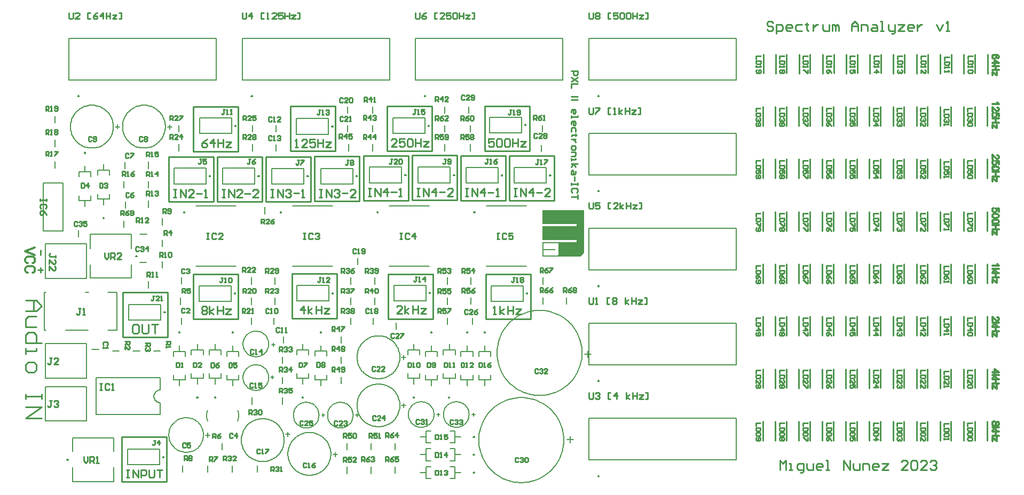
<source format=gbr>
%FSTAX23Y23*%
%MOIN*%
%SFA1B1*%

%IPPOS*%
%ADD42C,0.007874*%
%ADD43C,0.006000*%
%ADD44C,0.010000*%
%ADD45C,0.005000*%
%ADD46C,0.012000*%
%ADD47C,0.005906*%
%LNmb_spectrumanalyzer_legend_top-1*%
%LPD*%
G36*
X03518Y0147D02*
Y01462D01*
X03515*
Y0146*
X03513*
Y01457*
X0351*
Y01455*
X03508*
Y01452*
X03505*
Y01449*
X035*
Y01447*
X03263*
Y01537*
X03474*
Y0155*
X03263*
Y01638*
X03474*
Y0165*
X03263*
Y01738*
X0342*
X03423*
X0352*
Y0147*
X03518*
G37*
%LNmb_spectrumanalyzer_legend_top-2*%
%LPC*%
G36*
X03363Y01457D02*
Y01529D01*
X03268*
Y01493*
X0334*
Y01488*
X03289*
X03286*
X03268*
Y01452*
X03358*
Y01455*
X03361*
Y01457*
X03363*
G37*
%LNmb_spectrumanalyzer_legend_top-3*%
%LPD*%
G54D42*
X0111Y00566D02*
D01*
X0111Y00566*
X0111Y00566*
X0111Y00567*
X0111Y00567*
X0111Y00567*
X0111Y00567*
X0111Y00568*
X0111Y00568*
X0111Y00568*
X0111Y00568*
X01109Y00569*
X01109Y00569*
X01109Y00569*
X01109Y00569*
X01108Y00569*
X01108Y00569*
X01108Y00569*
X01108Y0057*
X01107Y0057*
X01107Y0057*
X01107Y0057*
X01107Y0057*
X01106*
X01106Y0057*
X01106Y0057*
X01106Y0057*
X01105Y0057*
X01105Y00569*
X01105Y00569*
X01105Y00569*
X01104Y00569*
X01104Y00569*
X01104Y00569*
X01104Y00569*
X01103Y00568*
X01103Y00568*
X01103Y00568*
X01103Y00568*
X01103Y00567*
X01103Y00567*
X01103Y00567*
X01103Y00567*
X01103Y00566*
X01103Y00566*
X01103Y00566*
X01103Y00566*
X01103Y00565*
X01103Y00565*
X01103Y00565*
X01103Y00564*
X01103Y00564*
X01103Y00564*
X01103Y00564*
X01103Y00564*
X01103Y00563*
X01104Y00563*
X01104Y00563*
X01104Y00563*
X01104Y00563*
X01105Y00562*
X01105Y00562*
X01105Y00562*
X01105Y00562*
X01106Y00562*
X01106Y00562*
X01106Y00562*
X01106Y00562*
X01107*
X01107Y00562*
X01107Y00562*
X01107Y00562*
X01108Y00562*
X01108Y00562*
X01108Y00562*
X01108Y00562*
X01109Y00563*
X01109Y00563*
X01109Y00563*
X01109Y00563*
X0111Y00563*
X0111Y00564*
X0111Y00564*
X0111Y00564*
X0111Y00564*
X0111Y00564*
X0111Y00565*
X0111Y00565*
X0111Y00565*
X0111Y00566*
X0111Y00566*
X02837Y00097D02*
D01*
X02837Y00097*
X02837Y00097*
X02837Y00097*
X02837Y00098*
X02837Y00098*
X02837Y00098*
X02837Y00098*
X02836Y00099*
X02836Y00099*
X02836Y00099*
X02836Y00099*
X02836Y00099*
X02836Y001*
X02835Y001*
X02835Y001*
X02835Y001*
X02835Y001*
X02834Y001*
X02834Y001*
X02834Y001*
X02834Y001*
X02833Y001*
X02833*
X02833Y001*
X02832Y001*
X02832Y001*
X02832Y001*
X02832Y001*
X02831Y001*
X02831Y001*
X02831Y001*
X02831Y001*
X02831Y00099*
X0283Y00099*
X0283Y00099*
X0283Y00099*
X0283Y00099*
X0283Y00098*
X0283Y00098*
X02829Y00098*
X02829Y00098*
X02829Y00097*
X02829Y00097*
X02829Y00097*
X02829Y00097*
X02829Y00096*
X02829Y00096*
X02829Y00096*
X02829Y00095*
X02829Y00095*
X0283Y00095*
X0283Y00095*
X0283Y00094*
X0283Y00094*
X0283Y00094*
X0283Y00094*
X02831Y00094*
X02831Y00093*
X02831Y00093*
X02831Y00093*
X02831Y00093*
X02832Y00093*
X02832Y00093*
X02832Y00093*
X02832Y00093*
X02833Y00093*
X02833Y00093*
X02833*
X02834Y00093*
X02834Y00093*
X02834Y00093*
X02834Y00093*
X02835Y00093*
X02835Y00093*
X02835Y00093*
X02835Y00093*
X02836Y00093*
X02836Y00094*
X02836Y00094*
X02836Y00094*
X02836Y00094*
X02836Y00094*
X02837Y00095*
X02837Y00095*
X02837Y00095*
X02837Y00095*
X02837Y00096*
X02837Y00096*
X02837Y00096*
X02837Y00097*
Y00209D02*
D01*
X02837Y00209*
X02837Y00209*
X02837Y00209*
X02837Y0021*
X02837Y0021*
X02837Y0021*
X02837Y0021*
X02836Y00211*
X02836Y00211*
X02836Y00211*
X02836Y00211*
X02836Y00211*
X02836Y00212*
X02835Y00212*
X02835Y00212*
X02835Y00212*
X02835Y00212*
X02834Y00212*
X02834Y00212*
X02834Y00212*
X02834Y00212*
X02833Y00212*
X02833*
X02833Y00212*
X02832Y00212*
X02832Y00212*
X02832Y00212*
X02832Y00212*
X02831Y00212*
X02831Y00212*
X02831Y00212*
X02831Y00212*
X02831Y00211*
X0283Y00211*
X0283Y00211*
X0283Y00211*
X0283Y00211*
X0283Y0021*
X0283Y0021*
X02829Y0021*
X02829Y0021*
X02829Y00209*
X02829Y00209*
X02829Y00209*
X02829Y00209*
X02829Y00208*
X02829Y00208*
X02829Y00208*
X02829Y00207*
X02829Y00207*
X0283Y00207*
X0283Y00207*
X0283Y00206*
X0283Y00206*
X0283Y00206*
X0283Y00206*
X02831Y00206*
X02831Y00205*
X02831Y00205*
X02831Y00205*
X02831Y00205*
X02832Y00205*
X02832Y00205*
X02832Y00205*
X02832Y00205*
X02833Y00205*
X02833Y00205*
X02833*
X02834Y00205*
X02834Y00205*
X02834Y00205*
X02834Y00205*
X02835Y00205*
X02835Y00205*
X02835Y00205*
X02835Y00205*
X02836Y00205*
X02836Y00206*
X02836Y00206*
X02836Y00206*
X02836Y00206*
X02836Y00206*
X02837Y00207*
X02837Y00207*
X02837Y00207*
X02837Y00207*
X02837Y00208*
X02837Y00208*
X02837Y00208*
X02837Y00209*
Y0032D02*
D01*
X02837Y0032*
X02837Y0032*
X02837Y0032*
X02837Y00321*
X02837Y00321*
X02837Y00321*
X02837Y00321*
X02836Y00322*
X02836Y00322*
X02836Y00322*
X02836Y00322*
X02836Y00322*
X02836Y00323*
X02835Y00323*
X02835Y00323*
X02835Y00323*
X02835Y00323*
X02834Y00323*
X02834Y00323*
X02834Y00323*
X02834Y00323*
X02833Y00323*
X02833*
X02833Y00323*
X02832Y00323*
X02832Y00323*
X02832Y00323*
X02832Y00323*
X02831Y00323*
X02831Y00323*
X02831Y00323*
X02831Y00323*
X02831Y00322*
X0283Y00322*
X0283Y00322*
X0283Y00322*
X0283Y00322*
X0283Y00321*
X0283Y00321*
X02829Y00321*
X02829Y00321*
X02829Y0032*
X02829Y0032*
X02829Y0032*
X02829Y0032*
X02829Y00319*
X02829Y00319*
X02829Y00319*
X02829Y00318*
X02829Y00318*
X0283Y00318*
X0283Y00318*
X0283Y00317*
X0283Y00317*
X0283Y00317*
X0283Y00317*
X02831Y00317*
X02831Y00316*
X02831Y00316*
X02831Y00316*
X02831Y00316*
X02832Y00316*
X02832Y00316*
X02832Y00316*
X02832Y00316*
X02833Y00316*
X02833Y00316*
X02833*
X02834Y00316*
X02834Y00316*
X02834Y00316*
X02834Y00316*
X02835Y00316*
X02835Y00316*
X02835Y00316*
X02835Y00316*
X02836Y00316*
X02836Y00317*
X02836Y00317*
X02836Y00317*
X02836Y00317*
X02836Y00317*
X02837Y00318*
X02837Y00318*
X02837Y00318*
X02837Y00318*
X02837Y00319*
X02837Y00319*
X02837Y00319*
X02837Y0032*
X03159Y02269D02*
D01*
X03159Y02269*
X03159Y02269*
X03159Y0227*
X03159Y0227*
X03159Y0227*
X03159Y0227*
X03159Y02271*
X03158Y02271*
X03158Y02271*
X03158Y02271*
X03158Y02272*
X03158Y02272*
X03157Y02272*
X03157Y02272*
X03157Y02272*
X03157Y02272*
X03157Y02272*
X03156Y02273*
X03156Y02273*
X03156Y02273*
X03155Y02273*
X03155Y02273*
X03155*
X03155Y02273*
X03154Y02273*
X03154Y02273*
X03154Y02273*
X03154Y02272*
X03153Y02272*
X03153Y02272*
X03153Y02272*
X03153Y02272*
X03152Y02272*
X03152Y02272*
X03152Y02271*
X03152Y02271*
X03152Y02271*
X03152Y02271*
X03151Y0227*
X03151Y0227*
X03151Y0227*
X03151Y0227*
X03151Y02269*
X03151Y02269*
X03151Y02269*
X03151Y02269*
X03151Y02268*
X03151Y02268*
X03151Y02268*
X03151Y02267*
X03151Y02267*
X03152Y02267*
X03152Y02267*
X03152Y02267*
X03152Y02266*
X03152Y02266*
X03152Y02266*
X03153Y02266*
X03153Y02266*
X03153Y02265*
X03153Y02265*
X03154Y02265*
X03154Y02265*
X03154Y02265*
X03154Y02265*
X03155Y02265*
X03155Y02265*
X03155*
X03155Y02265*
X03156Y02265*
X03156Y02265*
X03156Y02265*
X03157Y02265*
X03157Y02265*
X03157Y02265*
X03157Y02266*
X03157Y02266*
X03158Y02266*
X03158Y02266*
X03158Y02266*
X03158Y02267*
X03158Y02267*
X03159Y02267*
X03159Y02267*
X03159Y02267*
X03159Y02268*
X03159Y02268*
X03159Y02268*
X03159Y02269*
X03159Y02269*
X03314Y01955D02*
D01*
X03314Y01955*
X03314Y01955*
X03314Y01956*
X03314Y01956*
X03314Y01956*
X03314Y01956*
X03314Y01957*
X03313Y01957*
X03313Y01957*
X03313Y01957*
X03313Y01958*
X03313Y01958*
X03312Y01958*
X03312Y01958*
X03312Y01958*
X03312Y01958*
X03312Y01958*
X03311Y01959*
X03311Y01959*
X03311Y01959*
X0331Y01959*
X0331Y01959*
X0331*
X0331Y01959*
X03309Y01959*
X03309Y01959*
X03309Y01959*
X03309Y01958*
X03308Y01958*
X03308Y01958*
X03308Y01958*
X03308Y01958*
X03307Y01958*
X03307Y01958*
X03307Y01957*
X03307Y01957*
X03307Y01957*
X03307Y01957*
X03306Y01956*
X03306Y01956*
X03306Y01956*
X03306Y01956*
X03306Y01955*
X03306Y01955*
X03306Y01955*
X03306Y01955*
X03306Y01954*
X03306Y01954*
X03306Y01954*
X03306Y01953*
X03306Y01953*
X03307Y01953*
X03307Y01953*
X03307Y01953*
X03307Y01952*
X03307Y01952*
X03307Y01952*
X03308Y01952*
X03308Y01952*
X03308Y01951*
X03308Y01951*
X03309Y01951*
X03309Y01951*
X03309Y01951*
X03309Y01951*
X0331Y01951*
X0331Y01951*
X0331*
X0331Y01951*
X03311Y01951*
X03311Y01951*
X03311Y01951*
X03312Y01951*
X03312Y01951*
X03312Y01951*
X03312Y01952*
X03312Y01952*
X03313Y01952*
X03313Y01952*
X03313Y01952*
X03313Y01953*
X03313Y01953*
X03314Y01953*
X03314Y01953*
X03314Y01953*
X03314Y01954*
X03314Y01954*
X03314Y01954*
X03314Y01955*
X03314Y01955*
X03013D02*
D01*
X03013Y01955*
X03013Y01955*
X03013Y01956*
X03013Y01956*
X03013Y01956*
X03013Y01956*
X03013Y01957*
X03012Y01957*
X03012Y01957*
X03012Y01957*
X03012Y01958*
X03012Y01958*
X03011Y01958*
X03011Y01958*
X03011Y01958*
X03011Y01958*
X03011Y01958*
X0301Y01959*
X0301Y01959*
X0301Y01959*
X03009Y01959*
X03009Y01959*
X03009*
X03009Y01959*
X03008Y01959*
X03008Y01959*
X03008Y01959*
X03008Y01958*
X03007Y01958*
X03007Y01958*
X03007Y01958*
X03007Y01958*
X03006Y01958*
X03006Y01958*
X03006Y01957*
X03006Y01957*
X03006Y01957*
X03006Y01957*
X03005Y01956*
X03005Y01956*
X03005Y01956*
X03005Y01956*
X03005Y01955*
X03005Y01955*
X03005Y01955*
X03005Y01955*
X03005Y01954*
X03005Y01954*
X03005Y01954*
X03005Y01953*
X03005Y01953*
X03006Y01953*
X03006Y01953*
X03006Y01953*
X03006Y01952*
X03006Y01952*
X03006Y01952*
X03007Y01952*
X03007Y01952*
X03007Y01951*
X03007Y01951*
X03008Y01951*
X03008Y01951*
X03008Y01951*
X03008Y01951*
X03009Y01951*
X03009Y01951*
X03009*
X03009Y01951*
X0301Y01951*
X0301Y01951*
X0301Y01951*
X03011Y01951*
X03011Y01951*
X03011Y01951*
X03011Y01952*
X03011Y01952*
X03012Y01952*
X03012Y01952*
X03012Y01952*
X03012Y01953*
X03012Y01953*
X03013Y01953*
X03013Y01953*
X03013Y01953*
X03013Y01954*
X03013Y01954*
X03013Y01954*
X03013Y01955*
X03013Y01955*
X01954Y0226D02*
D01*
X01954Y0226*
X01954Y0226*
X01954Y02261*
X01954Y02261*
X01954Y02261*
X01954Y02261*
X01954Y02262*
X01953Y02262*
X01953Y02262*
X01953Y02262*
X01953Y02263*
X01953Y02263*
X01952Y02263*
X01952Y02263*
X01952Y02263*
X01952Y02263*
X01952Y02263*
X01951Y02264*
X01951Y02264*
X01951Y02264*
X0195Y02264*
X0195Y02264*
X0195*
X0195Y02264*
X01949Y02264*
X01949Y02264*
X01949Y02264*
X01949Y02263*
X01948Y02263*
X01948Y02263*
X01948Y02263*
X01948Y02263*
X01947Y02263*
X01947Y02263*
X01947Y02262*
X01947Y02262*
X01947Y02262*
X01947Y02262*
X01946Y02261*
X01946Y02261*
X01946Y02261*
X01946Y02261*
X01946Y0226*
X01946Y0226*
X01946Y0226*
X01946Y0226*
X01946Y02259*
X01946Y02259*
X01946Y02259*
X01946Y02258*
X01946Y02258*
X01947Y02258*
X01947Y02258*
X01947Y02258*
X01947Y02257*
X01947Y02257*
X01947Y02257*
X01948Y02257*
X01948Y02257*
X01948Y02256*
X01948Y02256*
X01949Y02256*
X01949Y02256*
X01949Y02256*
X01949Y02256*
X0195Y02256*
X0195Y02256*
X0195*
X0195Y02256*
X01951Y02256*
X01951Y02256*
X01951Y02256*
X01952Y02256*
X01952Y02256*
X01952Y02256*
X01952Y02257*
X01952Y02257*
X01953Y02257*
X01953Y02257*
X01953Y02257*
X01953Y02258*
X01953Y02258*
X01954Y02258*
X01954Y02258*
X01954Y02258*
X01954Y02259*
X01954Y02259*
X01954Y02259*
X01954Y0226*
X01954Y0226*
X018Y01949D02*
D01*
X018Y01949*
X018Y01949*
X018Y0195*
X018Y0195*
X018Y0195*
X018Y0195*
X018Y01951*
X01799Y01951*
X01799Y01951*
X01799Y01951*
X01799Y01952*
X01799Y01952*
X01798Y01952*
X01798Y01952*
X01798Y01952*
X01798Y01952*
X01798Y01952*
X01797Y01953*
X01797Y01953*
X01797Y01953*
X01796Y01953*
X01796Y01953*
X01796*
X01796Y01953*
X01795Y01953*
X01795Y01953*
X01795Y01953*
X01795Y01952*
X01794Y01952*
X01794Y01952*
X01794Y01952*
X01794Y01952*
X01793Y01952*
X01793Y01952*
X01793Y01951*
X01793Y01951*
X01793Y01951*
X01793Y01951*
X01792Y0195*
X01792Y0195*
X01792Y0195*
X01792Y0195*
X01792Y01949*
X01792Y01949*
X01792Y01949*
X01792Y01949*
X01792Y01948*
X01792Y01948*
X01792Y01948*
X01792Y01947*
X01792Y01947*
X01793Y01947*
X01793Y01947*
X01793Y01947*
X01793Y01946*
X01793Y01946*
X01793Y01946*
X01794Y01946*
X01794Y01946*
X01794Y01945*
X01794Y01945*
X01795Y01945*
X01795Y01945*
X01795Y01945*
X01795Y01945*
X01796Y01945*
X01796Y01945*
X01796*
X01796Y01945*
X01797Y01945*
X01797Y01945*
X01797Y01945*
X01798Y01945*
X01798Y01945*
X01798Y01945*
X01798Y01946*
X01798Y01946*
X01799Y01946*
X01799Y01946*
X01799Y01946*
X01799Y01947*
X01799Y01947*
X018Y01947*
X018Y01947*
X018Y01947*
X018Y01948*
X018Y01948*
X018Y01948*
X018Y01949*
X018Y01949*
X0241Y01956D02*
D01*
X0241Y01956*
X0241Y01956*
X0241Y01957*
X0241Y01957*
X0241Y01957*
X0241Y01957*
X0241Y01958*
X02409Y01958*
X02409Y01958*
X02409Y01958*
X02409Y01959*
X02409Y01959*
X02408Y01959*
X02408Y01959*
X02408Y01959*
X02408Y01959*
X02408Y01959*
X02407Y0196*
X02407Y0196*
X02407Y0196*
X02406Y0196*
X02406Y0196*
X02406*
X02406Y0196*
X02405Y0196*
X02405Y0196*
X02405Y0196*
X02405Y01959*
X02404Y01959*
X02404Y01959*
X02404Y01959*
X02404Y01959*
X02403Y01959*
X02403Y01959*
X02403Y01958*
X02403Y01958*
X02403Y01958*
X02403Y01958*
X02402Y01957*
X02402Y01957*
X02402Y01957*
X02402Y01957*
X02402Y01956*
X02402Y01956*
X02402Y01956*
X02402Y01956*
X02402Y01955*
X02402Y01955*
X02402Y01955*
X02402Y01954*
X02402Y01954*
X02403Y01954*
X02403Y01954*
X02403Y01954*
X02403Y01953*
X02403Y01953*
X02403Y01953*
X02404Y01953*
X02404Y01953*
X02404Y01952*
X02404Y01952*
X02405Y01952*
X02405Y01952*
X02405Y01952*
X02405Y01952*
X02406Y01952*
X02406Y01952*
X02406*
X02406Y01952*
X02407Y01952*
X02407Y01952*
X02407Y01952*
X02408Y01952*
X02408Y01952*
X02408Y01952*
X02408Y01953*
X02408Y01953*
X02409Y01953*
X02409Y01953*
X02409Y01953*
X02409Y01954*
X02409Y01954*
X0241Y01954*
X0241Y01954*
X0241Y01954*
X0241Y01955*
X0241Y01955*
X0241Y01955*
X0241Y01956*
X0241Y01956*
X02105Y01949D02*
D01*
X02105Y01949*
X02105Y01949*
X02105Y0195*
X02105Y0195*
X02105Y0195*
X02105Y0195*
X02105Y01951*
X02104Y01951*
X02104Y01951*
X02104Y01951*
X02104Y01952*
X02104Y01952*
X02103Y01952*
X02103Y01952*
X02103Y01952*
X02103Y01952*
X02103Y01952*
X02102Y01953*
X02102Y01953*
X02102Y01953*
X02101Y01953*
X02101Y01953*
X02101*
X02101Y01953*
X021Y01953*
X021Y01953*
X021Y01953*
X021Y01952*
X02099Y01952*
X02099Y01952*
X02099Y01952*
X02099Y01952*
X02098Y01952*
X02098Y01952*
X02098Y01951*
X02098Y01951*
X02098Y01951*
X02098Y01951*
X02097Y0195*
X02097Y0195*
X02097Y0195*
X02097Y0195*
X02097Y01949*
X02097Y01949*
X02097Y01949*
X02097Y01949*
X02097Y01948*
X02097Y01948*
X02097Y01948*
X02097Y01947*
X02097Y01947*
X02098Y01947*
X02098Y01947*
X02098Y01947*
X02098Y01946*
X02098Y01946*
X02098Y01946*
X02099Y01946*
X02099Y01946*
X02099Y01945*
X02099Y01945*
X021Y01945*
X021Y01945*
X021Y01945*
X021Y01945*
X02101Y01945*
X02101Y01945*
X02101*
X02101Y01945*
X02102Y01945*
X02102Y01945*
X02102Y01945*
X02103Y01945*
X02103Y01945*
X02103Y01945*
X02103Y01946*
X02103Y01946*
X02104Y01946*
X02104Y01946*
X02104Y01946*
X02104Y01947*
X02104Y01947*
X02105Y01947*
X02105Y01947*
X02105Y01947*
X02105Y01948*
X02105Y01948*
X02105Y01948*
X02105Y01949*
X02105Y01949*
X01494Y0195D02*
D01*
X01494Y0195*
X01494Y0195*
X01494Y01951*
X01494Y01951*
X01494Y01951*
X01494Y01951*
X01494Y01952*
X01493Y01952*
X01493Y01952*
X01493Y01952*
X01493Y01953*
X01493Y01953*
X01492Y01953*
X01492Y01953*
X01492Y01953*
X01492Y01953*
X01492Y01953*
X01491Y01954*
X01491Y01954*
X01491Y01954*
X0149Y01954*
X0149Y01954*
X0149*
X0149Y01954*
X01489Y01954*
X01489Y01954*
X01489Y01954*
X01489Y01953*
X01488Y01953*
X01488Y01953*
X01488Y01953*
X01488Y01953*
X01487Y01953*
X01487Y01953*
X01487Y01952*
X01487Y01952*
X01487Y01952*
X01487Y01952*
X01486Y01951*
X01486Y01951*
X01486Y01951*
X01486Y01951*
X01486Y0195*
X01486Y0195*
X01486Y0195*
X01486Y0195*
X01486Y01949*
X01486Y01949*
X01486Y01949*
X01486Y01948*
X01486Y01948*
X01487Y01948*
X01487Y01948*
X01487Y01948*
X01487Y01947*
X01487Y01947*
X01487Y01947*
X01488Y01947*
X01488Y01947*
X01488Y01946*
X01488Y01946*
X01489Y01946*
X01489Y01946*
X01489Y01946*
X01489Y01946*
X0149Y01946*
X0149Y01946*
X0149*
X0149Y01946*
X01491Y01946*
X01491Y01946*
X01491Y01946*
X01492Y01946*
X01492Y01946*
X01492Y01946*
X01492Y01947*
X01492Y01947*
X01493Y01947*
X01493Y01947*
X01493Y01947*
X01493Y01948*
X01493Y01948*
X01494Y01948*
X01494Y01948*
X01494Y01948*
X01494Y01949*
X01494Y01949*
X01494Y01949*
X01494Y0195*
X01494Y0195*
X01188D02*
D01*
X01188Y0195*
X01188Y0195*
X01188Y01951*
X01188Y01951*
X01188Y01951*
X01188Y01951*
X01188Y01952*
X01187Y01952*
X01187Y01952*
X01187Y01952*
X01187Y01953*
X01187Y01953*
X01186Y01953*
X01186Y01953*
X01186Y01953*
X01186Y01953*
X01186Y01953*
X01185Y01954*
X01185Y01954*
X01185Y01954*
X01184Y01954*
X01184Y01954*
X01184*
X01184Y01954*
X01183Y01954*
X01183Y01954*
X01183Y01954*
X01183Y01953*
X01182Y01953*
X01182Y01953*
X01182Y01953*
X01182Y01953*
X01181Y01953*
X01181Y01953*
X01181Y01952*
X01181Y01952*
X01181Y01952*
X01181Y01952*
X0118Y01951*
X0118Y01951*
X0118Y01951*
X0118Y01951*
X0118Y0195*
X0118Y0195*
X0118Y0195*
X0118Y0195*
X0118Y01949*
X0118Y01949*
X0118Y01949*
X0118Y01948*
X0118Y01948*
X01181Y01948*
X01181Y01948*
X01181Y01948*
X01181Y01947*
X01181Y01947*
X01181Y01947*
X01182Y01947*
X01182Y01947*
X01182Y01946*
X01182Y01946*
X01183Y01946*
X01183Y01946*
X01183Y01946*
X01183Y01946*
X01184Y01946*
X01184Y01946*
X01184*
X01184Y01946*
X01185Y01946*
X01185Y01946*
X01185Y01946*
X01186Y01946*
X01186Y01946*
X01186Y01946*
X01186Y01947*
X01186Y01947*
X01187Y01947*
X01187Y01947*
X01187Y01947*
X01187Y01948*
X01187Y01948*
X01188Y01948*
X01188Y01948*
X01188Y01948*
X01188Y01949*
X01188Y01949*
X01188Y01949*
X01188Y0195*
X01188Y0195*
X01349Y02264D02*
D01*
X01349Y02264*
X01349Y02264*
X01349Y02265*
X01349Y02265*
X01349Y02265*
X01349Y02265*
X01349Y02266*
X01348Y02266*
X01348Y02266*
X01348Y02266*
X01348Y02267*
X01348Y02267*
X01347Y02267*
X01347Y02267*
X01347Y02267*
X01347Y02267*
X01347Y02267*
X01346Y02268*
X01346Y02268*
X01346Y02268*
X01345Y02268*
X01345Y02268*
X01345*
X01345Y02268*
X01344Y02268*
X01344Y02268*
X01344Y02268*
X01344Y02267*
X01343Y02267*
X01343Y02267*
X01343Y02267*
X01343Y02267*
X01342Y02267*
X01342Y02267*
X01342Y02266*
X01342Y02266*
X01342Y02266*
X01342Y02266*
X01341Y02265*
X01341Y02265*
X01341Y02265*
X01341Y02265*
X01341Y02264*
X01341Y02264*
X01341Y02264*
X01341Y02264*
X01341Y02263*
X01341Y02263*
X01341Y02263*
X01341Y02262*
X01341Y02262*
X01342Y02262*
X01342Y02262*
X01342Y02262*
X01342Y02261*
X01342Y02261*
X01342Y02261*
X01343Y02261*
X01343Y02261*
X01343Y0226*
X01343Y0226*
X01344Y0226*
X01344Y0226*
X01344Y0226*
X01344Y0226*
X01345Y0226*
X01345Y0226*
X01345*
X01345Y0226*
X01346Y0226*
X01346Y0226*
X01346Y0226*
X01347Y0226*
X01347Y0226*
X01347Y0226*
X01347Y02261*
X01347Y02261*
X01348Y02261*
X01348Y02261*
X01348Y02261*
X01348Y02262*
X01348Y02262*
X01349Y02262*
X01349Y02262*
X01349Y02262*
X01349Y02263*
X01349Y02263*
X01349Y02263*
X01349Y02264*
X01349Y02264*
X02555Y02265D02*
D01*
X02555Y02265*
X02555Y02265*
X02555Y02266*
X02555Y02266*
X02555Y02266*
X02555Y02266*
X02555Y02267*
X02554Y02267*
X02554Y02267*
X02554Y02267*
X02554Y02268*
X02554Y02268*
X02553Y02268*
X02553Y02268*
X02553Y02268*
X02553Y02268*
X02553Y02268*
X02552Y02269*
X02552Y02269*
X02552Y02269*
X02551Y02269*
X02551Y02269*
X02551*
X02551Y02269*
X0255Y02269*
X0255Y02269*
X0255Y02269*
X0255Y02268*
X02549Y02268*
X02549Y02268*
X02549Y02268*
X02549Y02268*
X02548Y02268*
X02548Y02268*
X02548Y02267*
X02548Y02267*
X02548Y02267*
X02548Y02267*
X02547Y02266*
X02547Y02266*
X02547Y02266*
X02547Y02266*
X02547Y02265*
X02547Y02265*
X02547Y02265*
X02547Y02265*
X02547Y02264*
X02547Y02264*
X02547Y02264*
X02547Y02263*
X02547Y02263*
X02548Y02263*
X02548Y02263*
X02548Y02263*
X02548Y02262*
X02548Y02262*
X02548Y02262*
X02549Y02262*
X02549Y02262*
X02549Y02261*
X02549Y02261*
X0255Y02261*
X0255Y02261*
X0255Y02261*
X0255Y02261*
X02551Y02261*
X02551Y02261*
X02551*
X02551Y02261*
X02552Y02261*
X02552Y02261*
X02552Y02261*
X02553Y02261*
X02553Y02261*
X02553Y02261*
X02553Y02262*
X02553Y02262*
X02554Y02262*
X02554Y02262*
X02554Y02262*
X02554Y02263*
X02554Y02263*
X02555Y02263*
X02555Y02263*
X02555Y02263*
X02555Y02264*
X02555Y02264*
X02555Y02264*
X02555Y02265*
X02555Y02265*
X02714Y01956D02*
D01*
X02714Y01956*
X02714Y01956*
X02714Y01957*
X02714Y01957*
X02714Y01957*
X02714Y01957*
X02714Y01958*
X02713Y01958*
X02713Y01958*
X02713Y01958*
X02713Y01959*
X02713Y01959*
X02712Y01959*
X02712Y01959*
X02712Y01959*
X02712Y01959*
X02712Y01959*
X02711Y0196*
X02711Y0196*
X02711Y0196*
X0271Y0196*
X0271Y0196*
X0271*
X0271Y0196*
X02709Y0196*
X02709Y0196*
X02709Y0196*
X02709Y01959*
X02708Y01959*
X02708Y01959*
X02708Y01959*
X02708Y01959*
X02707Y01959*
X02707Y01959*
X02707Y01958*
X02707Y01958*
X02707Y01958*
X02707Y01958*
X02706Y01957*
X02706Y01957*
X02706Y01957*
X02706Y01957*
X02706Y01956*
X02706Y01956*
X02706Y01956*
X02706Y01956*
X02706Y01955*
X02706Y01955*
X02706Y01955*
X02706Y01954*
X02706Y01954*
X02707Y01954*
X02707Y01954*
X02707Y01954*
X02707Y01953*
X02707Y01953*
X02707Y01953*
X02708Y01953*
X02708Y01953*
X02708Y01952*
X02708Y01952*
X02709Y01952*
X02709Y01952*
X02709Y01952*
X02709Y01952*
X0271Y01952*
X0271Y01952*
X0271*
X0271Y01952*
X02711Y01952*
X02711Y01952*
X02711Y01952*
X02712Y01952*
X02712Y01952*
X02712Y01952*
X02712Y01953*
X02712Y01953*
X02713Y01953*
X02713Y01953*
X02713Y01953*
X02713Y01954*
X02713Y01954*
X02714Y01954*
X02714Y01954*
X02714Y01954*
X02714Y01955*
X02714Y01955*
X02714Y01955*
X02714Y01956*
X02714Y01956*
X00907Y02259D02*
D01*
X00907Y02268*
X00906Y02277*
X00904Y02286*
X00902Y02295*
X00899Y02304*
X00896Y02313*
X00892Y02321*
X00887Y02329*
X00882Y02337*
X00876Y02345*
X0087Y02351*
X00863Y02358*
X00856Y02364*
X00848Y02369*
X0084Y02374*
X00832Y02379*
X00824Y02383*
X00815Y02386*
X00806Y02388*
X00797Y0239*
X00787Y02392*
X00778Y02392*
X00769*
X0076Y02392*
X0075Y0239*
X00741Y02388*
X00732Y02386*
X00723Y02383*
X00715Y02379*
X00707Y02374*
X00699Y02369*
X00691Y02364*
X00684Y02358*
X00677Y02351*
X00671Y02345*
X00665Y02337*
X0066Y02329*
X00655Y02321*
X00651Y02313*
X00648Y02304*
X00645Y02295*
X00643Y02286*
X00641Y02277*
X0064Y02268*
X0064Y02259*
X0064Y02249*
X00641Y0224*
X00643Y02231*
X00645Y02222*
X00648Y02213*
X00651Y02204*
X00655Y02196*
X0066Y02188*
X00665Y0218*
X00671Y02172*
X00677Y02166*
X00684Y02159*
X00691Y02153*
X00699Y02148*
X00707Y02143*
X00715Y02138*
X00723Y02134*
X00732Y02131*
X00741Y02129*
X0075Y02127*
X0076Y02125*
X00769Y02125*
X00778*
X00787Y02125*
X00797Y02127*
X00806Y02129*
X00815Y02131*
X00824Y02134*
X00832Y02138*
X0084Y02143*
X00848Y02148*
X00856Y02153*
X00863Y02159*
X0087Y02166*
X00876Y02172*
X00882Y0218*
X00887Y02188*
X00892Y02196*
X00896Y02204*
X00899Y02213*
X00902Y02222*
X00904Y02231*
X00906Y0224*
X00907Y02249*
X00907Y02259*
X02804Y0046D02*
D01*
X02803Y00465*
X02803Y00471*
X02802Y00476*
X028Y00482*
X02799Y00487*
X02797Y00492*
X02794Y00497*
X02791Y00502*
X02788Y00507*
X02785Y00511*
X02781Y00515*
X02777Y00519*
X02773Y00523*
X02768Y00526*
X02764Y00529*
X02759Y00531*
X02753Y00534*
X02748Y00536*
X02743Y00537*
X02737Y00538*
X02732Y00539*
X02726Y00539*
X02721*
X02715Y00539*
X0271Y00538*
X02704Y00537*
X02699Y00536*
X02694Y00534*
X02688Y00531*
X02684Y00529*
X02679Y00526*
X02674Y00523*
X0267Y00519*
X02666Y00515*
X02662Y00511*
X02659Y00507*
X02656Y00502*
X02653Y00497*
X0265Y00492*
X02648Y00487*
X02647Y00482*
X02645Y00476*
X02644Y00471*
X02644Y00465*
X02644Y0046*
X02644Y00454*
X02644Y00448*
X02645Y00443*
X02647Y00437*
X02648Y00432*
X0265Y00427*
X02653Y00422*
X02656Y00417*
X02659Y00412*
X02662Y00408*
X02666Y00404*
X0267Y004*
X02674Y00396*
X02679Y00393*
X02684Y0039*
X02688Y00388*
X02694Y00385*
X02699Y00383*
X02704Y00382*
X0271Y00381*
X02715Y0038*
X02721Y0038*
X02726*
X02732Y0038*
X02737Y00381*
X02743Y00382*
X02748Y00383*
X02753Y00385*
X02759Y00388*
X02764Y0039*
X02768Y00393*
X02773Y00396*
X02777Y004*
X02781Y00404*
X02785Y00408*
X02788Y00412*
X02791Y00417*
X02794Y00422*
X02797Y00427*
X02799Y00432*
X028Y00437*
X02802Y00443*
X02803Y00448*
X02803Y00454*
X02804Y0046*
X03509Y00845D02*
D01*
X03509Y00863*
X03507Y00881*
X03503Y009*
X03499Y00918*
X03493Y00935*
X03486Y00953*
X03478Y00969*
X03469Y00985*
X03458Y01001*
X03447Y01015*
X03435Y01029*
X03421Y01042*
X03407Y01054*
X03392Y01065*
X03376Y01075*
X0336Y01083*
X03343Y01091*
X03326Y01097*
X03308Y01102*
X0329Y01106*
X03271Y01109*
X03253Y0111*
X03234*
X03216Y01109*
X03197Y01106*
X03179Y01102*
X03161Y01097*
X03144Y01091*
X03127Y01083*
X03111Y01075*
X03095Y01065*
X0308Y01054*
X03066Y01042*
X03052Y01029*
X0304Y01015*
X03029Y01001*
X03018Y00985*
X03009Y00969*
X03001Y00953*
X02994Y00935*
X02988Y00918*
X02984Y009*
X0298Y00881*
X02978Y00863*
X02978Y00845*
X02978Y00826*
X0298Y00808*
X02984Y00789*
X02988Y00771*
X02994Y00754*
X03001Y00736*
X03009Y0072*
X03018Y00704*
X03029Y00688*
X0304Y00674*
X03052Y0066*
X03066Y00647*
X0308Y00635*
X03095Y00624*
X03111Y00614*
X03127Y00606*
X03144Y00598*
X03161Y00592*
X03179Y00587*
X03197Y00583*
X03216Y0058*
X03234Y00579*
X03253*
X03271Y0058*
X0329Y00583*
X03308Y00587*
X03326Y00592*
X03343Y00598*
X0336Y00606*
X03376Y00614*
X03392Y00624*
X03407Y00635*
X03421Y00647*
X03435Y0066*
X03447Y00674*
X03458Y00688*
X03469Y00704*
X03478Y0072*
X03486Y00736*
X03493Y00754*
X03499Y00771*
X03503Y00789*
X03507Y00808*
X03509Y00826*
X03509Y00845*
X03395Y003D02*
D01*
X03395Y00318*
X03393Y00336*
X03389Y00355*
X03385Y00373*
X03379Y0039*
X03372Y00408*
X03364Y00424*
X03355Y0044*
X03344Y00456*
X03333Y0047*
X03321Y00484*
X03307Y00497*
X03293Y00509*
X03278Y0052*
X03262Y0053*
X03246Y00538*
X03229Y00546*
X03212Y00552*
X03194Y00557*
X03176Y00561*
X03157Y00564*
X03139Y00565*
X0312*
X03102Y00564*
X03083Y00561*
X03065Y00557*
X03047Y00552*
X0303Y00546*
X03013Y00538*
X02997Y0053*
X02981Y0052*
X02966Y00509*
X02952Y00497*
X02938Y00484*
X02926Y0047*
X02915Y00456*
X02904Y0044*
X02895Y00424*
X02887Y00408*
X0288Y0039*
X02874Y00373*
X0287Y00355*
X02866Y00336*
X02864Y00318*
X02864Y003*
X02864Y00281*
X02866Y00263*
X0287Y00244*
X02874Y00226*
X0288Y00209*
X02887Y00191*
X02895Y00175*
X02904Y00159*
X02915Y00143*
X02926Y00129*
X02938Y00115*
X02952Y00102*
X02966Y0009*
X02981Y00079*
X02997Y00069*
X03013Y00061*
X0303Y00053*
X03047Y00047*
X03065Y00042*
X03083Y00038*
X03102Y00035*
X0312Y00034*
X03139*
X03157Y00035*
X03176Y00038*
X03194Y00042*
X03212Y00047*
X03229Y00053*
X03246Y00061*
X03262Y00069*
X03278Y00079*
X03293Y0009*
X03307Y00102*
X03321Y00115*
X03333Y00129*
X03344Y00143*
X03355Y00159*
X03364Y00175*
X03372Y00191*
X03379Y00209*
X03385Y00226*
X03389Y00244*
X03393Y00263*
X03395Y00281*
X03395Y003*
X02585Y0046D02*
D01*
X02584Y00465*
X02584Y00471*
X02583Y00476*
X02581Y00482*
X0258Y00487*
X02578Y00492*
X02575Y00497*
X02572Y00502*
X02569Y00507*
X02566Y00511*
X02562Y00515*
X02558Y00519*
X02554Y00523*
X02549Y00526*
X02545Y00529*
X0254Y00531*
X02534Y00534*
X02529Y00536*
X02524Y00537*
X02518Y00538*
X02513Y00539*
X02507Y00539*
X02502*
X02496Y00539*
X02491Y00538*
X02485Y00537*
X0248Y00536*
X02475Y00534*
X02469Y00531*
X02465Y00529*
X0246Y00526*
X02455Y00523*
X02451Y00519*
X02447Y00515*
X02443Y00511*
X0244Y00507*
X02437Y00502*
X02434Y00497*
X02431Y00492*
X02429Y00487*
X02428Y00482*
X02426Y00476*
X02425Y00471*
X02425Y00465*
X02425Y0046*
X02425Y00454*
X02425Y00448*
X02426Y00443*
X02428Y00437*
X02429Y00432*
X02431Y00427*
X02434Y00422*
X02437Y00417*
X0244Y00412*
X02443Y00408*
X02447Y00404*
X02451Y004*
X02455Y00396*
X0246Y00393*
X02465Y0039*
X02469Y00388*
X02475Y00385*
X0248Y00383*
X02485Y00382*
X02491Y00381*
X02496Y0038*
X02502Y0038*
X02507*
X02513Y0038*
X02518Y00381*
X02524Y00382*
X02529Y00383*
X02534Y00385*
X0254Y00388*
X02545Y0039*
X02549Y00393*
X02554Y00396*
X02558Y004*
X02562Y00404*
X02566Y00408*
X02569Y00412*
X02572Y00417*
X02575Y00422*
X02578Y00427*
X0258Y00432*
X02581Y00437*
X02583Y00443*
X02584Y00448*
X02584Y00454*
X02585Y0046*
X03169Y01216D02*
D01*
X03169Y01216*
X03169Y01216*
X03169Y01216*
X03169Y01217*
X03169Y01217*
X03169Y01217*
X03168Y01217*
X03168Y01218*
X03168Y01218*
X03168Y01218*
X03168Y01218*
X03168Y01218*
X03167Y01219*
X03167Y01219*
X03167Y01219*
X03167Y01219*
X03166Y01219*
X03166Y01219*
X03166Y01219*
X03166Y01219*
X03165Y01219*
X03165Y01219*
X03165*
X03164Y01219*
X03164Y01219*
X03164Y01219*
X03164Y01219*
X03163Y01219*
X03163Y01219*
X03163Y01219*
X03163Y01219*
X03162Y01219*
X03162Y01218*
X03162Y01218*
X03162Y01218*
X03162Y01218*
X03162Y01218*
X03161Y01217*
X03161Y01217*
X03161Y01217*
X03161Y01217*
X03161Y01216*
X03161Y01216*
X03161Y01216*
X03161Y01216*
X03161Y01215*
X03161Y01215*
X03161Y01215*
X03161Y01214*
X03161Y01214*
X03161Y01214*
X03161Y01214*
X03162Y01213*
X03162Y01213*
X03162Y01213*
X03162Y01213*
X03162Y01213*
X03162Y01212*
X03163Y01212*
X03163Y01212*
X03163Y01212*
X03163Y01212*
X03164Y01212*
X03164Y01212*
X03164Y01212*
X03164Y01212*
X03165Y01212*
X03165*
X03165Y01212*
X03166Y01212*
X03166Y01212*
X03166Y01212*
X03166Y01212*
X03167Y01212*
X03167Y01212*
X03167Y01212*
X03167Y01212*
X03168Y01213*
X03168Y01213*
X03168Y01213*
X03168Y01213*
X03168Y01213*
X03168Y01214*
X03169Y01214*
X03169Y01214*
X03169Y01214*
X03169Y01215*
X03169Y01215*
X03169Y01215*
X03169Y01216*
X02371Y00517D02*
D01*
X02371Y00526*
X0237Y00535*
X02368Y00544*
X02366Y00553*
X02363Y00562*
X0236Y00571*
X02356Y00579*
X02351Y00587*
X02346Y00595*
X0234Y00603*
X02334Y00609*
X02327Y00616*
X0232Y00622*
X02312Y00627*
X02304Y00632*
X02296Y00637*
X02288Y00641*
X02279Y00644*
X0227Y00646*
X02261Y00648*
X02251Y0065*
X02242Y0065*
X02233*
X02224Y0065*
X02214Y00648*
X02205Y00646*
X02196Y00644*
X02187Y00641*
X02179Y00637*
X02171Y00632*
X02163Y00627*
X02155Y00622*
X02148Y00616*
X02141Y00609*
X02135Y00603*
X02129Y00595*
X02124Y00587*
X02119Y00579*
X02115Y00571*
X02112Y00562*
X02109Y00553*
X02107Y00544*
X02105Y00535*
X02104Y00526*
X02104Y00517*
X02104Y00507*
X02105Y00498*
X02107Y00489*
X02109Y0048*
X02112Y00471*
X02115Y00462*
X02119Y00454*
X02124Y00446*
X02129Y00438*
X02135Y0043*
X02141Y00424*
X02148Y00417*
X02155Y00411*
X02163Y00406*
X02171Y00401*
X02179Y00396*
X02187Y00392*
X02196Y00389*
X02205Y00387*
X02214Y00385*
X02224Y00383*
X02233Y00383*
X02242*
X02251Y00383*
X02261Y00385*
X0227Y00387*
X02279Y00389*
X02288Y00392*
X02296Y00396*
X02304Y00401*
X02312Y00406*
X0232Y00411*
X02327Y00417*
X02334Y00424*
X0234Y0043*
X02346Y00438*
X02351Y00446*
X02356Y00454*
X0236Y00462*
X02363Y00471*
X02366Y0048*
X02368Y00489*
X0237Y00498*
X02371Y00507*
X02371Y00517*
X01867Y00456D02*
D01*
X01866Y00461*
X01866Y00467*
X01865Y00472*
X01863Y00478*
X01862Y00483*
X0186Y00488*
X01857Y00493*
X01854Y00498*
X01851Y00503*
X01848Y00507*
X01844Y00511*
X0184Y00515*
X01836Y00519*
X01831Y00522*
X01827Y00525*
X01822Y00527*
X01816Y0053*
X01811Y00532*
X01806Y00533*
X018Y00534*
X01795Y00535*
X01789Y00535*
X01784*
X01778Y00535*
X01773Y00534*
X01767Y00533*
X01762Y00532*
X01757Y0053*
X01751Y00527*
X01747Y00525*
X01742Y00522*
X01737Y00519*
X01733Y00515*
X01729Y00511*
X01725Y00507*
X01722Y00503*
X01719Y00498*
X01716Y00493*
X01713Y00488*
X01711Y00483*
X0171Y00478*
X01708Y00472*
X01707Y00467*
X01707Y00461*
X01707Y00456*
X01707Y0045*
X01707Y00444*
X01708Y00439*
X0171Y00433*
X01711Y00428*
X01713Y00423*
X01716Y00418*
X01719Y00413*
X01722Y00408*
X01725Y00404*
X01729Y004*
X01733Y00396*
X01737Y00392*
X01742Y00389*
X01747Y00386*
X01751Y00384*
X01757Y00381*
X01762Y00379*
X01767Y00378*
X01773Y00377*
X01778Y00376*
X01784Y00376*
X01789*
X01795Y00376*
X018Y00377*
X01806Y00378*
X01811Y00379*
X01816Y00381*
X01822Y00384*
X01827Y00386*
X01831Y00389*
X01836Y00392*
X0184Y00396*
X01844Y004*
X01848Y00404*
X01851Y00408*
X01854Y00413*
X01857Y00418*
X0186Y00423*
X01862Y00428*
X01863Y00433*
X01865Y00439*
X01866Y00444*
X01866Y0045*
X01867Y00456*
X0208D02*
D01*
X02079Y00461*
X02079Y00467*
X02078Y00472*
X02076Y00478*
X02075Y00483*
X02073Y00488*
X0207Y00493*
X02067Y00498*
X02064Y00503*
X02061Y00507*
X02057Y00511*
X02053Y00515*
X02049Y00519*
X02044Y00522*
X0204Y00525*
X02035Y00527*
X02029Y0053*
X02024Y00532*
X02019Y00533*
X02013Y00534*
X02008Y00535*
X02002Y00535*
X01997*
X01991Y00535*
X01986Y00534*
X0198Y00533*
X01975Y00532*
X0197Y0053*
X01964Y00527*
X0196Y00525*
X01955Y00522*
X0195Y00519*
X01946Y00515*
X01942Y00511*
X01938Y00507*
X01935Y00503*
X01932Y00498*
X01929Y00493*
X01926Y00488*
X01924Y00483*
X01923Y00478*
X01921Y00472*
X0192Y00467*
X0192Y00461*
X0192Y00456*
X0192Y0045*
X0192Y00444*
X01921Y00439*
X01923Y00433*
X01924Y00428*
X01926Y00423*
X01929Y00418*
X01932Y00413*
X01935Y00408*
X01938Y00404*
X01942Y004*
X01946Y00396*
X0195Y00392*
X01955Y00389*
X0196Y00386*
X01964Y00384*
X0197Y00381*
X01975Y00379*
X0198Y00378*
X01986Y00377*
X01991Y00376*
X01997Y00376*
X02002*
X02008Y00376*
X02013Y00377*
X02019Y00378*
X02024Y00379*
X02029Y00381*
X02035Y00384*
X0204Y00386*
X02044Y00389*
X02049Y00392*
X02053Y00396*
X02057Y004*
X02061Y00404*
X02064Y00408*
X02067Y00413*
X0207Y00418*
X02073Y00423*
X02075Y00428*
X02076Y00433*
X02078Y00439*
X02079Y00444*
X02079Y0045*
X0208Y00456*
X02371Y00818D02*
D01*
X02371Y00827*
X0237Y00836*
X02368Y00845*
X02366Y00854*
X02363Y00863*
X0236Y00872*
X02356Y0088*
X02351Y00888*
X02346Y00896*
X0234Y00904*
X02334Y0091*
X02327Y00917*
X0232Y00923*
X02312Y00928*
X02304Y00933*
X02296Y00938*
X02288Y00942*
X02279Y00945*
X0227Y00947*
X02261Y00949*
X02251Y00951*
X02242Y00951*
X02233*
X02224Y00951*
X02214Y00949*
X02205Y00947*
X02196Y00945*
X02187Y00942*
X02179Y00938*
X02171Y00933*
X02163Y00928*
X02155Y00923*
X02148Y00917*
X02141Y0091*
X02135Y00904*
X02129Y00896*
X02124Y00888*
X02119Y0088*
X02115Y00872*
X02112Y00863*
X02109Y00854*
X02107Y00845*
X02105Y00836*
X02104Y00827*
X02104Y00818*
X02104Y00808*
X02105Y00799*
X02107Y0079*
X02109Y00781*
X02112Y00772*
X02115Y00763*
X02119Y00755*
X02124Y00747*
X02129Y00739*
X02135Y00731*
X02141Y00725*
X02148Y00718*
X02155Y00712*
X02163Y00707*
X02171Y00702*
X02179Y00697*
X02187Y00693*
X02196Y0069*
X02205Y00688*
X02214Y00686*
X02224Y00684*
X02233Y00684*
X02242*
X02251Y00684*
X02261Y00686*
X0227Y00688*
X02279Y0069*
X02288Y00693*
X02296Y00697*
X02304Y00702*
X02312Y00707*
X0232Y00712*
X02327Y00718*
X02334Y00725*
X0234Y00731*
X02346Y00739*
X02351Y00747*
X02356Y00755*
X0236Y00763*
X02363Y00772*
X02366Y00781*
X02368Y0079*
X0237Y00799*
X02371Y00808*
X02371Y00818*
X02563Y0122D02*
D01*
X02563Y0122*
X02563Y0122*
X02563Y0122*
X02563Y01221*
X02563Y01221*
X02563Y01221*
X02562Y01221*
X02562Y01222*
X02562Y01222*
X02562Y01222*
X02562Y01222*
X02562Y01222*
X02561Y01223*
X02561Y01223*
X02561Y01223*
X02561Y01223*
X0256Y01223*
X0256Y01223*
X0256Y01223*
X0256Y01223*
X02559Y01223*
X02559Y01223*
X02559*
X02558Y01223*
X02558Y01223*
X02558Y01223*
X02558Y01223*
X02557Y01223*
X02557Y01223*
X02557Y01223*
X02557Y01223*
X02556Y01223*
X02556Y01222*
X02556Y01222*
X02556Y01222*
X02556Y01222*
X02556Y01222*
X02555Y01221*
X02555Y01221*
X02555Y01221*
X02555Y01221*
X02555Y0122*
X02555Y0122*
X02555Y0122*
X02555Y0122*
X02555Y01219*
X02555Y01219*
X02555Y01219*
X02555Y01218*
X02555Y01218*
X02555Y01218*
X02555Y01218*
X02556Y01217*
X02556Y01217*
X02556Y01217*
X02556Y01217*
X02556Y01217*
X02556Y01216*
X02557Y01216*
X02557Y01216*
X02557Y01216*
X02557Y01216*
X02558Y01216*
X02558Y01216*
X02558Y01216*
X02558Y01216*
X02559Y01216*
X02559*
X02559Y01216*
X0256Y01216*
X0256Y01216*
X0256Y01216*
X0256Y01216*
X02561Y01216*
X02561Y01216*
X02561Y01216*
X02561Y01216*
X02562Y01217*
X02562Y01217*
X02562Y01217*
X02562Y01217*
X02562Y01217*
X02562Y01218*
X02563Y01218*
X02563Y01218*
X02563Y01218*
X02563Y01219*
X02563Y01219*
X02563Y01219*
X02563Y0122*
X01649Y003D02*
D01*
X01649Y00309*
X01648Y00318*
X01646Y00327*
X01644Y00336*
X01641Y00345*
X01638Y00354*
X01634Y00362*
X01629Y0037*
X01624Y00378*
X01618Y00386*
X01612Y00392*
X01605Y00399*
X01598Y00405*
X0159Y0041*
X01582Y00415*
X01574Y0042*
X01566Y00424*
X01557Y00427*
X01548Y00429*
X01539Y00431*
X01529Y00433*
X0152Y00433*
X01511*
X01502Y00433*
X01492Y00431*
X01483Y00429*
X01474Y00427*
X01465Y00424*
X01457Y0042*
X01449Y00415*
X01441Y0041*
X01433Y00405*
X01426Y00399*
X01419Y00392*
X01413Y00386*
X01407Y00378*
X01402Y0037*
X01397Y00362*
X01393Y00354*
X0139Y00345*
X01387Y00336*
X01385Y00327*
X01383Y00318*
X01382Y00309*
X01382Y003*
X01382Y0029*
X01383Y00281*
X01385Y00272*
X01387Y00263*
X0139Y00254*
X01393Y00245*
X01397Y00237*
X01402Y00229*
X01407Y00221*
X01413Y00213*
X01419Y00207*
X01426Y002*
X01433Y00194*
X01441Y00189*
X01449Y00184*
X01457Y00179*
X01465Y00175*
X01474Y00172*
X01483Y0017*
X01492Y00168*
X01502Y00166*
X01511Y00166*
X0152*
X01529Y00166*
X01539Y00168*
X01548Y0017*
X01557Y00172*
X01566Y00175*
X01574Y00179*
X01582Y00184*
X0159Y00189*
X01598Y00194*
X01605Y002*
X01612Y00207*
X01618Y00213*
X01624Y00221*
X01629Y00229*
X01634Y00237*
X01638Y00245*
X01641Y00254*
X01644Y00263*
X01646Y00272*
X01648Y00281*
X01649Y0029*
X01649Y003*
X0194Y00214D02*
D01*
X0194Y00223*
X01939Y00232*
X01937Y00241*
X01935Y0025*
X01932Y00259*
X01929Y00268*
X01925Y00276*
X0192Y00284*
X01915Y00292*
X01909Y003*
X01903Y00306*
X01896Y00313*
X01889Y00319*
X01881Y00324*
X01873Y00329*
X01865Y00334*
X01857Y00338*
X01848Y00341*
X01839Y00343*
X0183Y00345*
X0182Y00347*
X01811Y00347*
X01802*
X01793Y00347*
X01783Y00345*
X01774Y00343*
X01765Y00341*
X01756Y00338*
X01748Y00334*
X0174Y00329*
X01732Y00324*
X01724Y00319*
X01717Y00313*
X0171Y00306*
X01704Y003*
X01698Y00292*
X01693Y00284*
X01688Y00276*
X01684Y00268*
X01681Y00259*
X01678Y0025*
X01676Y00241*
X01674Y00232*
X01673Y00223*
X01673Y00214*
X01673Y00204*
X01674Y00195*
X01676Y00186*
X01678Y00177*
X01681Y00168*
X01684Y00159*
X01688Y00151*
X01693Y00143*
X01698Y00135*
X01704Y00127*
X0171Y00121*
X01717Y00114*
X01724Y00108*
X01732Y00103*
X0174Y00098*
X01748Y00093*
X01756Y00089*
X01765Y00086*
X01774Y00084*
X01783Y00082*
X01793Y0008*
X01802Y0008*
X01811*
X0182Y0008*
X0183Y00082*
X01839Y00084*
X01848Y00086*
X01857Y00089*
X01865Y00093*
X01873Y00098*
X01881Y00103*
X01889Y00108*
X01896Y00114*
X01903Y00121*
X01909Y00127*
X01915Y00135*
X0192Y00143*
X01925Y00151*
X01929Y00159*
X01932Y00168*
X01935Y00177*
X01937Y00186*
X01939Y00195*
X0194Y00204*
X0194Y00214*
X01881Y00974D02*
D01*
X01881Y00974*
X01881Y00975*
X01881Y00975*
X01881Y00975*
X01881Y00976*
X01881Y00976*
X01881Y00976*
X01881Y00976*
X01881Y00976*
X01881Y00977*
X0188Y00977*
X0188Y00977*
X0188Y00977*
X0188Y00977*
X01879Y00978*
X01879Y00978*
X01879Y00978*
X01879Y00978*
X01878Y00978*
X01878Y00978*
X01878Y00978*
X01878Y00978*
X01877*
X01877Y00978*
X01877Y00978*
X01877Y00978*
X01876Y00978*
X01876Y00978*
X01876Y00978*
X01876Y00978*
X01875Y00977*
X01875Y00977*
X01875Y00977*
X01875Y00977*
X01874Y00977*
X01874Y00976*
X01874Y00976*
X01874Y00976*
X01874Y00976*
X01874Y00976*
X01874Y00975*
X01874Y00975*
X01874Y00975*
X01874Y00974*
X01874Y00974*
X01874Y00974*
X01874Y00974*
X01874Y00973*
X01874Y00973*
X01874Y00973*
X01874Y00973*
X01874Y00972*
X01874Y00972*
X01874Y00972*
X01874Y00972*
X01875Y00971*
X01875Y00971*
X01875Y00971*
X01875Y00971*
X01876Y00971*
X01876Y00971*
X01876Y00971*
X01876Y0097*
X01877Y0097*
X01877Y0097*
X01877Y0097*
X01877Y0097*
X01878*
X01878Y0097*
X01878Y0097*
X01878Y0097*
X01879Y0097*
X01879Y00971*
X01879Y00971*
X01879Y00971*
X0188Y00971*
X0188Y00971*
X0188Y00971*
X0188Y00971*
X01881Y00972*
X01881Y00972*
X01881Y00972*
X01881Y00972*
X01881Y00973*
X01881Y00973*
X01881Y00973*
X01881Y00973*
X01881Y00974*
X01881Y00974*
X01881Y00974*
X01769Y00566D02*
D01*
X01769Y00566*
X01769Y00566*
X01769Y00567*
X01769Y00567*
X01769Y00567*
X01769Y00567*
X01769Y00568*
X01769Y00568*
X01769Y00568*
X01769Y00568*
X01768Y00569*
X01768Y00569*
X01768Y00569*
X01768Y00569*
X01767Y00569*
X01767Y00569*
X01767Y00569*
X01767Y0057*
X01766Y0057*
X01766Y0057*
X01766Y0057*
X01766Y0057*
X01765*
X01765Y0057*
X01765Y0057*
X01765Y0057*
X01764Y0057*
X01764Y00569*
X01764Y00569*
X01764Y00569*
X01763Y00569*
X01763Y00569*
X01763Y00569*
X01763Y00569*
X01762Y00568*
X01762Y00568*
X01762Y00568*
X01762Y00568*
X01762Y00567*
X01762Y00567*
X01762Y00567*
X01762Y00567*
X01762Y00566*
X01762Y00566*
X01762Y00566*
X01762Y00566*
X01762Y00565*
X01762Y00565*
X01762Y00565*
X01762Y00564*
X01762Y00564*
X01762Y00564*
X01762Y00564*
X01762Y00564*
X01762Y00563*
X01763Y00563*
X01763Y00563*
X01763Y00563*
X01763Y00563*
X01764Y00562*
X01764Y00562*
X01764Y00562*
X01764Y00562*
X01765Y00562*
X01765Y00562*
X01765Y00562*
X01765Y00562*
X01766*
X01766Y00562*
X01766Y00562*
X01766Y00562*
X01767Y00562*
X01767Y00562*
X01767Y00562*
X01767Y00562*
X01768Y00563*
X01768Y00563*
X01768Y00563*
X01768Y00563*
X01769Y00563*
X01769Y00564*
X01769Y00564*
X01769Y00564*
X01769Y00564*
X01769Y00564*
X01769Y00565*
X01769Y00565*
X01769Y00565*
X01769Y00566*
X01769Y00566*
X01332Y00973D02*
D01*
X01332Y00973*
X01332Y00974*
X01332Y00974*
X01332Y00974*
X01332Y00975*
X01332Y00975*
X01332Y00975*
X01332Y00975*
X01332Y00975*
X01332Y00976*
X01331Y00976*
X01331Y00976*
X01331Y00976*
X01331Y00976*
X0133Y00977*
X0133Y00977*
X0133Y00977*
X0133Y00977*
X01329Y00977*
X01329Y00977*
X01329Y00977*
X01329Y00977*
X01328*
X01328Y00977*
X01328Y00977*
X01328Y00977*
X01327Y00977*
X01327Y00977*
X01327Y00977*
X01327Y00977*
X01326Y00976*
X01326Y00976*
X01326Y00976*
X01326Y00976*
X01325Y00976*
X01325Y00975*
X01325Y00975*
X01325Y00975*
X01325Y00975*
X01325Y00975*
X01325Y00974*
X01325Y00974*
X01325Y00974*
X01325Y00973*
X01325Y00973*
X01325Y00973*
X01325Y00973*
X01325Y00972*
X01325Y00972*
X01325Y00972*
X01325Y00972*
X01325Y00971*
X01325Y00971*
X01325Y00971*
X01325Y00971*
X01326Y0097*
X01326Y0097*
X01326Y0097*
X01326Y0097*
X01327Y0097*
X01327Y0097*
X01327Y0097*
X01327Y00969*
X01328Y00969*
X01328Y00969*
X01328Y00969*
X01328Y00969*
X01329*
X01329Y00969*
X01329Y00969*
X01329Y00969*
X0133Y00969*
X0133Y0097*
X0133Y0097*
X0133Y0097*
X01331Y0097*
X01331Y0097*
X01331Y0097*
X01331Y0097*
X01332Y00971*
X01332Y00971*
X01332Y00971*
X01332Y00971*
X01332Y00972*
X01332Y00972*
X01332Y00972*
X01332Y00972*
X01332Y00973*
X01332Y00973*
X01332Y00973*
X01221Y00566D02*
D01*
X01221Y00566*
X01221Y00566*
X01221Y00567*
X01221Y00567*
X01221Y00567*
X01221Y00567*
X01221Y00568*
X01221Y00568*
X01221Y00568*
X01221Y00568*
X0122Y00569*
X0122Y00569*
X0122Y00569*
X0122Y00569*
X01219Y00569*
X01219Y00569*
X01219Y00569*
X01219Y0057*
X01218Y0057*
X01218Y0057*
X01218Y0057*
X01218Y0057*
X01217*
X01217Y0057*
X01217Y0057*
X01217Y0057*
X01216Y0057*
X01216Y00569*
X01216Y00569*
X01216Y00569*
X01215Y00569*
X01215Y00569*
X01215Y00569*
X01215Y00569*
X01214Y00568*
X01214Y00568*
X01214Y00568*
X01214Y00568*
X01214Y00567*
X01214Y00567*
X01214Y00567*
X01214Y00567*
X01214Y00566*
X01214Y00566*
X01214Y00566*
X01214Y00566*
X01214Y00565*
X01214Y00565*
X01214Y00565*
X01214Y00564*
X01214Y00564*
X01214Y00564*
X01214Y00564*
X01214Y00564*
X01214Y00563*
X01215Y00563*
X01215Y00563*
X01215Y00563*
X01215Y00563*
X01216Y00562*
X01216Y00562*
X01216Y00562*
X01216Y00562*
X01217Y00562*
X01217Y00562*
X01217Y00562*
X01217Y00562*
X01218*
X01218Y00562*
X01218Y00562*
X01218Y00562*
X01219Y00562*
X01219Y00562*
X01219Y00562*
X01219Y00562*
X0122Y00563*
X0122Y00563*
X0122Y00563*
X0122Y00563*
X01221Y00563*
X01221Y00564*
X01221Y00564*
X01221Y00564*
X01221Y00564*
X01221Y00564*
X01221Y00565*
X01221Y00565*
X01221Y00565*
X01221Y00566*
X01221Y00566*
X00999Y00973D02*
D01*
X00999Y00973*
X00999Y00974*
X00999Y00974*
X00999Y00974*
X00999Y00975*
X00999Y00975*
X00999Y00975*
X00999Y00975*
X00999Y00975*
X00999Y00976*
X00998Y00976*
X00998Y00976*
X00998Y00976*
X00998Y00976*
X00997Y00977*
X00997Y00977*
X00997Y00977*
X00997Y00977*
X00996Y00977*
X00996Y00977*
X00996Y00977*
X00996Y00977*
X00995*
X00995Y00977*
X00995Y00977*
X00995Y00977*
X00994Y00977*
X00994Y00977*
X00994Y00977*
X00994Y00977*
X00993Y00976*
X00993Y00976*
X00993Y00976*
X00993Y00976*
X00992Y00976*
X00992Y00975*
X00992Y00975*
X00992Y00975*
X00992Y00975*
X00992Y00975*
X00992Y00974*
X00992Y00974*
X00992Y00974*
X00992Y00973*
X00992Y00973*
X00992Y00973*
X00992Y00973*
X00992Y00972*
X00992Y00972*
X00992Y00972*
X00992Y00972*
X00992Y00971*
X00992Y00971*
X00992Y00971*
X00992Y00971*
X00993Y0097*
X00993Y0097*
X00993Y0097*
X00993Y0097*
X00994Y0097*
X00994Y0097*
X00994Y0097*
X00994Y00969*
X00995Y00969*
X00995Y00969*
X00995Y00969*
X00995Y00969*
X00996*
X00996Y00969*
X00996Y00969*
X00996Y00969*
X00997Y00969*
X00997Y0097*
X00997Y0097*
X00997Y0097*
X00998Y0097*
X00998Y0097*
X00998Y0097*
X00998Y0097*
X00999Y00971*
X00999Y00971*
X00999Y00971*
X00999Y00971*
X00999Y00972*
X00999Y00972*
X00999Y00972*
X00999Y00972*
X00999Y00973*
X00999Y00973*
X00999Y00973*
X01553Y00691D02*
D01*
X01552Y00696*
X01552Y00702*
X01551Y00707*
X01549Y00713*
X01548Y00718*
X01546Y00723*
X01543Y00728*
X0154Y00733*
X01537Y00738*
X01534Y00742*
X0153Y00746*
X01526Y0075*
X01522Y00754*
X01517Y00757*
X01513Y0076*
X01508Y00762*
X01502Y00765*
X01497Y00767*
X01492Y00768*
X01486Y00769*
X01481Y0077*
X01475Y0077*
X0147*
X01464Y0077*
X01459Y00769*
X01453Y00768*
X01448Y00767*
X01443Y00765*
X01437Y00762*
X01433Y0076*
X01428Y00757*
X01423Y00754*
X01419Y0075*
X01415Y00746*
X01411Y00742*
X01408Y00738*
X01405Y00733*
X01402Y00728*
X01399Y00723*
X01397Y00718*
X01396Y00713*
X01394Y00707*
X01393Y00702*
X01393Y00696*
X01393Y00691*
X01393Y00685*
X01393Y00679*
X01394Y00674*
X01396Y00668*
X01397Y00663*
X01399Y00658*
X01402Y00653*
X01405Y00648*
X01408Y00643*
X01411Y00639*
X01415Y00635*
X01419Y00631*
X01423Y00627*
X01428Y00624*
X01433Y00621*
X01437Y00619*
X01443Y00616*
X01448Y00614*
X01453Y00613*
X01459Y00612*
X01464Y00611*
X0147Y00611*
X01475*
X01481Y00611*
X01486Y00612*
X01492Y00613*
X01497Y00614*
X01502Y00616*
X01508Y00619*
X01513Y00621*
X01517Y00624*
X01522Y00627*
X01526Y00631*
X0153Y00635*
X01534Y00639*
X01537Y00643*
X0154Y00648*
X01543Y00653*
X01546Y00658*
X01548Y00663*
X01549Y00668*
X01551Y00674*
X01552Y00679*
X01552Y00685*
X01553Y00691*
Y00901D02*
D01*
X01552Y00906*
X01552Y00912*
X01551Y00917*
X01549Y00923*
X01548Y00928*
X01546Y00933*
X01543Y00938*
X0154Y00943*
X01537Y00948*
X01534Y00952*
X0153Y00956*
X01526Y0096*
X01522Y00964*
X01517Y00967*
X01513Y0097*
X01508Y00972*
X01502Y00975*
X01497Y00977*
X01492Y00978*
X01486Y00979*
X01481Y0098*
X01475Y0098*
X0147*
X01464Y0098*
X01459Y00979*
X01453Y00978*
X01448Y00977*
X01443Y00975*
X01437Y00972*
X01433Y0097*
X01428Y00967*
X01423Y00964*
X01419Y0096*
X01415Y00956*
X01411Y00952*
X01408Y00948*
X01405Y00943*
X01402Y00938*
X01399Y00933*
X01397Y00928*
X01396Y00923*
X01394Y00917*
X01393Y00912*
X01393Y00906*
X01393Y00901*
X01393Y00895*
X01393Y00889*
X01394Y00884*
X01396Y00878*
X01397Y00873*
X01399Y00868*
X01402Y00863*
X01405Y00858*
X01408Y00853*
X01411Y00849*
X01415Y00845*
X01419Y00841*
X01423Y00837*
X01428Y00834*
X01433Y00831*
X01437Y00829*
X01443Y00826*
X01448Y00824*
X01453Y00823*
X01459Y00822*
X01464Y00821*
X0147Y00821*
X01475*
X01481Y00821*
X01486Y00822*
X01492Y00823*
X01497Y00824*
X01502Y00826*
X01508Y00829*
X01513Y00831*
X01517Y00834*
X01522Y00837*
X01526Y00841*
X0153Y00845*
X01534Y00849*
X01537Y00853*
X0154Y00858*
X01543Y00863*
X01546Y00868*
X01548Y00873*
X01549Y00878*
X01551Y00884*
X01552Y00889*
X01552Y00895*
X01553Y00901*
X01956Y01218D02*
D01*
X01956Y01218*
X01956Y01218*
X01956Y01218*
X01956Y01219*
X01956Y01219*
X01956Y01219*
X01955Y01219*
X01955Y0122*
X01955Y0122*
X01955Y0122*
X01955Y0122*
X01955Y0122*
X01954Y01221*
X01954Y01221*
X01954Y01221*
X01954Y01221*
X01953Y01221*
X01953Y01221*
X01953Y01221*
X01953Y01221*
X01952Y01221*
X01952Y01221*
X01952*
X01951Y01221*
X01951Y01221*
X01951Y01221*
X01951Y01221*
X0195Y01221*
X0195Y01221*
X0195Y01221*
X0195Y01221*
X01949Y01221*
X01949Y0122*
X01949Y0122*
X01949Y0122*
X01949Y0122*
X01949Y0122*
X01948Y01219*
X01948Y01219*
X01948Y01219*
X01948Y01219*
X01948Y01218*
X01948Y01218*
X01948Y01218*
X01948Y01218*
X01948Y01217*
X01948Y01217*
X01948Y01217*
X01948Y01216*
X01948Y01216*
X01948Y01216*
X01948Y01216*
X01949Y01215*
X01949Y01215*
X01949Y01215*
X01949Y01215*
X01949Y01215*
X01949Y01214*
X0195Y01214*
X0195Y01214*
X0195Y01214*
X0195Y01214*
X01951Y01214*
X01951Y01214*
X01951Y01214*
X01951Y01214*
X01952Y01214*
X01952*
X01952Y01214*
X01953Y01214*
X01953Y01214*
X01953Y01214*
X01953Y01214*
X01954Y01214*
X01954Y01214*
X01954Y01214*
X01954Y01214*
X01955Y01215*
X01955Y01215*
X01955Y01215*
X01955Y01215*
X01955Y01215*
X01955Y01216*
X01956Y01216*
X01956Y01216*
X01956Y01216*
X01956Y01217*
X01956Y01217*
X01956Y01217*
X01956Y01218*
X00525Y01688D02*
D01*
X00525Y01688*
X00525Y01688*
X00525Y01689*
X00525Y01689*
X00525Y01689*
X00525Y01689*
X00525Y0169*
X00525Y0169*
X00525Y0169*
X00525Y0169*
X00524Y01691*
X00524Y01691*
X00524Y01691*
X00524Y01691*
X00523Y01691*
X00523Y01691*
X00523Y01691*
X00523Y01692*
X00522Y01692*
X00522Y01692*
X00522Y01692*
X00522Y01692*
X00521*
X00521Y01692*
X00521Y01692*
X00521Y01692*
X0052Y01692*
X0052Y01691*
X0052Y01691*
X0052Y01691*
X00519Y01691*
X00519Y01691*
X00519Y01691*
X00519Y01691*
X00518Y0169*
X00518Y0169*
X00518Y0169*
X00518Y0169*
X00518Y01689*
X00518Y01689*
X00518Y01689*
X00518Y01689*
X00518Y01688*
X00518Y01688*
X00518Y01688*
X00518Y01688*
X00518Y01687*
X00518Y01687*
X00518Y01687*
X00518Y01686*
X00518Y01686*
X00518Y01686*
X00518Y01686*
X00518Y01686*
X00518Y01685*
X00519Y01685*
X00519Y01685*
X00519Y01685*
X00519Y01685*
X0052Y01684*
X0052Y01684*
X0052Y01684*
X0052Y01684*
X00521Y01684*
X00521Y01684*
X00521Y01684*
X00521Y01684*
X00522*
X00522Y01684*
X00522Y01684*
X00522Y01684*
X00523Y01684*
X00523Y01684*
X00523Y01684*
X00523Y01684*
X00524Y01685*
X00524Y01685*
X00524Y01685*
X00524Y01685*
X00525Y01685*
X00525Y01686*
X00525Y01686*
X00525Y01686*
X00525Y01686*
X00525Y01686*
X00525Y01687*
X00525Y01687*
X00525Y01687*
X00525Y01688*
X00525Y01688*
X00409Y02095D02*
D01*
X00409Y02095*
X00409Y02096*
X00409Y02096*
X00409Y02096*
X00409Y02097*
X00409Y02097*
X00409Y02097*
X00409Y02097*
X00409Y02097*
X00409Y02098*
X00408Y02098*
X00408Y02098*
X00408Y02098*
X00408Y02098*
X00407Y02099*
X00407Y02099*
X00407Y02099*
X00407Y02099*
X00406Y02099*
X00406Y02099*
X00406Y02099*
X00406Y02099*
X00405*
X00405Y02099*
X00405Y02099*
X00405Y02099*
X00404Y02099*
X00404Y02099*
X00404Y02099*
X00404Y02099*
X00403Y02098*
X00403Y02098*
X00403Y02098*
X00403Y02098*
X00402Y02098*
X00402Y02097*
X00402Y02097*
X00402Y02097*
X00402Y02097*
X00402Y02097*
X00402Y02096*
X00402Y02096*
X00402Y02096*
X00402Y02095*
X00402Y02095*
X00402Y02095*
X00402Y02095*
X00402Y02094*
X00402Y02094*
X00402Y02094*
X00402Y02094*
X00402Y02093*
X00402Y02093*
X00402Y02093*
X00402Y02093*
X00403Y02092*
X00403Y02092*
X00403Y02092*
X00403Y02092*
X00404Y02092*
X00404Y02092*
X00404Y02092*
X00404Y02091*
X00405Y02091*
X00405Y02091*
X00405Y02091*
X00405Y02091*
X00406*
X00406Y02091*
X00406Y02091*
X00406Y02091*
X00407Y02091*
X00407Y02092*
X00407Y02092*
X00407Y02092*
X00408Y02092*
X00408Y02092*
X00408Y02092*
X00408Y02092*
X00409Y02093*
X00409Y02093*
X00409Y02093*
X00409Y02093*
X00409Y02094*
X00409Y02094*
X00409Y02094*
X00409Y02094*
X00409Y02095*
X00409Y02095*
X00409Y02095*
X00582Y02259D02*
D01*
X00582Y02268*
X00581Y02277*
X00579Y02286*
X00577Y02295*
X00574Y02304*
X00571Y02313*
X00567Y02321*
X00562Y02329*
X00557Y02337*
X00551Y02345*
X00545Y02351*
X00538Y02358*
X00531Y02364*
X00523Y02369*
X00515Y02374*
X00507Y02379*
X00499Y02383*
X0049Y02386*
X00481Y02388*
X00472Y0239*
X00462Y02392*
X00453Y02392*
X00444*
X00435Y02392*
X00425Y0239*
X00416Y02388*
X00407Y02386*
X00398Y02383*
X0039Y02379*
X00382Y02374*
X00374Y02369*
X00366Y02364*
X00359Y02358*
X00352Y02351*
X00346Y02345*
X0034Y02337*
X00335Y02329*
X0033Y02321*
X00326Y02313*
X00323Y02304*
X0032Y02295*
X00318Y02286*
X00316Y02277*
X00315Y02268*
X00315Y02259*
X00315Y02249*
X00316Y0224*
X00318Y02231*
X0032Y02222*
X00323Y02213*
X00326Y02204*
X0033Y02196*
X00335Y02188*
X0034Y0218*
X00346Y02172*
X00352Y02166*
X00359Y02159*
X00366Y02153*
X00374Y02148*
X00382Y02143*
X0039Y02138*
X00398Y02134*
X00407Y02131*
X00416Y02129*
X00425Y02127*
X00435Y02125*
X00444Y02125*
X00453*
X00462Y02125*
X00472Y02127*
X00481Y02129*
X0049Y02131*
X00499Y02134*
X00507Y02138*
X00515Y02143*
X00523Y02148*
X00531Y02153*
X00538Y02159*
X00545Y02166*
X00551Y02172*
X00557Y0218*
X00562Y02188*
X00567Y02196*
X00571Y02204*
X00574Y02213*
X00577Y02222*
X00579Y02231*
X00581Y0224*
X00582Y02249*
X00582Y02259*
X01346Y01216D02*
D01*
X01346Y01216*
X01346Y01216*
X01346Y01216*
X01346Y01217*
X01346Y01217*
X01346Y01217*
X01345Y01217*
X01345Y01218*
X01345Y01218*
X01345Y01218*
X01345Y01218*
X01345Y01218*
X01344Y01219*
X01344Y01219*
X01344Y01219*
X01344Y01219*
X01343Y01219*
X01343Y01219*
X01343Y01219*
X01343Y01219*
X01342Y01219*
X01342Y01219*
X01342*
X01341Y01219*
X01341Y01219*
X01341Y01219*
X01341Y01219*
X0134Y01219*
X0134Y01219*
X0134Y01219*
X0134Y01219*
X01339Y01219*
X01339Y01218*
X01339Y01218*
X01339Y01218*
X01339Y01218*
X01339Y01218*
X01338Y01217*
X01338Y01217*
X01338Y01217*
X01338Y01217*
X01338Y01216*
X01338Y01216*
X01338Y01216*
X01338Y01216*
X01338Y01215*
X01338Y01215*
X01338Y01215*
X01338Y01214*
X01338Y01214*
X01338Y01214*
X01338Y01214*
X01339Y01213*
X01339Y01213*
X01339Y01213*
X01339Y01213*
X01339Y01213*
X01339Y01212*
X0134Y01212*
X0134Y01212*
X0134Y01212*
X0134Y01212*
X01341Y01212*
X01341Y01212*
X01341Y01212*
X01341Y01212*
X01342Y01212*
X01342*
X01342Y01212*
X01343Y01212*
X01343Y01212*
X01343Y01212*
X01343Y01212*
X01344Y01212*
X01344Y01212*
X01344Y01212*
X01344Y01212*
X01345Y01213*
X01345Y01213*
X01345Y01213*
X01345Y01213*
X01345Y01213*
X01345Y01214*
X01346Y01214*
X01346Y01214*
X01346Y01214*
X01346Y01215*
X01346Y01215*
X01346Y01215*
X01346Y01216*
X01171Y00488D02*
D01*
X01168Y00481*
X01167Y00474*
X01165Y00467*
X01165Y0046*
X01165Y00454*
X01165Y00447*
X01165Y0044*
X01167Y00433*
X01168Y00426*
X01171Y00419*
X01171*
X01358D02*
D01*
X01361Y00426*
X01362Y00433*
X01364Y0044*
X01364Y00447*
X01364Y00453*
X01364Y0046*
X01364Y00467*
X01362Y00474*
X01361Y00481*
X01358Y00488*
Y00488*
X00899Y00195D02*
D01*
X00899Y00195*
X00899Y00195*
X00899Y00195*
X00899Y00196*
X00899Y00196*
X00899Y00196*
X00898Y00196*
X00898Y00197*
X00898Y00197*
X00898Y00197*
X00898Y00197*
X00898Y00197*
X00897Y00198*
X00897Y00198*
X00897Y00198*
X00897Y00198*
X00896Y00198*
X00896Y00198*
X00896Y00198*
X00896Y00198*
X00895Y00198*
X00895Y00198*
X00895*
X00894Y00198*
X00894Y00198*
X00894Y00198*
X00894Y00198*
X00893Y00198*
X00893Y00198*
X00893Y00198*
X00893Y00198*
X00892Y00198*
X00892Y00197*
X00892Y00197*
X00892Y00197*
X00892Y00197*
X00892Y00197*
X00891Y00196*
X00891Y00196*
X00891Y00196*
X00891Y00196*
X00891Y00195*
X00891Y00195*
X00891Y00195*
X00891Y00195*
X00891Y00194*
X00891Y00194*
X00891Y00194*
X00891Y00193*
X00891Y00193*
X00891Y00193*
X00891Y00193*
X00892Y00192*
X00892Y00192*
X00892Y00192*
X00892Y00192*
X00892Y00192*
X00892Y00191*
X00893Y00191*
X00893Y00191*
X00893Y00191*
X00893Y00191*
X00894Y00191*
X00894Y00191*
X00894Y00191*
X00894Y00191*
X00895Y00191*
X00895*
X00895Y00191*
X00896Y00191*
X00896Y00191*
X00896Y00191*
X00896Y00191*
X00897Y00191*
X00897Y00191*
X00897Y00191*
X00897Y00191*
X00898Y00192*
X00898Y00192*
X00898Y00192*
X00898Y00192*
X00898Y00192*
X00898Y00193*
X00899Y00193*
X00899Y00193*
X00899Y00193*
X00899Y00194*
X00899Y00194*
X00899Y00194*
X00899Y00195*
X00907Y011D02*
D01*
X00907Y011*
X00907Y011*
X00907Y011*
X00907Y01101*
X00907Y01101*
X00907Y01101*
X00906Y01101*
X00906Y01102*
X00906Y01102*
X00906Y01102*
X00906Y01102*
X00906Y01102*
X00905Y01103*
X00905Y01103*
X00905Y01103*
X00905Y01103*
X00904Y01103*
X00904Y01103*
X00904Y01103*
X00904Y01103*
X00903Y01103*
X00903Y01103*
X00903*
X00902Y01103*
X00902Y01103*
X00902Y01103*
X00902Y01103*
X00901Y01103*
X00901Y01103*
X00901Y01103*
X00901Y01103*
X009Y01103*
X009Y01102*
X009Y01102*
X009Y01102*
X009Y01102*
X009Y01102*
X00899Y01101*
X00899Y01101*
X00899Y01101*
X00899Y01101*
X00899Y011*
X00899Y011*
X00899Y011*
X00899Y011*
X00899Y01099*
X00899Y01099*
X00899Y01099*
X00899Y01098*
X00899Y01098*
X00899Y01098*
X00899Y01098*
X009Y01097*
X009Y01097*
X009Y01097*
X009Y01097*
X009Y01097*
X009Y01096*
X00901Y01096*
X00901Y01096*
X00901Y01096*
X00901Y01096*
X00902Y01096*
X00902Y01096*
X00902Y01096*
X00902Y01096*
X00903Y01096*
X00903*
X00903Y01096*
X00904Y01096*
X00904Y01096*
X00904Y01096*
X00904Y01096*
X00905Y01096*
X00905Y01096*
X00905Y01096*
X00905Y01096*
X00906Y01097*
X00906Y01097*
X00906Y01097*
X00906Y01097*
X00906Y01097*
X00906Y01098*
X00907Y01098*
X00907Y01098*
X00907Y01098*
X00907Y01099*
X00907Y01099*
X00907Y01099*
X00907Y011*
X01146Y00332D02*
D01*
X01146Y00339*
X01145Y00347*
X01143Y00354*
X01142Y00361*
X01139Y00369*
X01136Y00376*
X01133Y00382*
X01129Y00389*
X01125Y00395*
X0112Y00401*
X01115Y00407*
X0111Y00412*
X01104Y00417*
X01098Y00421*
X01092Y00425*
X01085Y00429*
X01078Y00432*
X01071Y00434*
X01064Y00437*
X01056Y00438*
X01049Y00439*
X01041Y0044*
X01034*
X01026Y00439*
X01019Y00438*
X01011Y00437*
X01004Y00434*
X00997Y00432*
X0099Y00429*
X00983Y00425*
X00977Y00421*
X00971Y00417*
X00965Y00412*
X0096Y00407*
X00955Y00401*
X0095Y00395*
X00946Y00389*
X00942Y00382*
X00939Y00376*
X00936Y00369*
X00933Y00361*
X00932Y00354*
X0093Y00347*
X00929Y00339*
X00929Y00332*
X00929Y00324*
X0093Y00316*
X00932Y00309*
X00933Y00302*
X00936Y00294*
X00939Y00287*
X00942Y00281*
X00946Y00274*
X0095Y00268*
X00955Y00262*
X0096Y00256*
X00965Y00251*
X00971Y00246*
X00977Y00242*
X00983Y00238*
X0099Y00234*
X00997Y00231*
X01004Y00229*
X01011Y00226*
X01019Y00225*
X01026Y00224*
X01034Y00223*
X01041*
X01049Y00224*
X01056Y00225*
X01064Y00226*
X01071Y00229*
X01078Y00231*
X01085Y00234*
X01092Y00238*
X01098Y00242*
X01104Y00246*
X0111Y00251*
X01115Y00256*
X0112Y00262*
X01125Y00268*
X01129Y00274*
X01133Y00281*
X01136Y00287*
X01139Y00294*
X01142Y00302*
X01143Y00309*
X01145Y00316*
X01146Y00324*
X01146Y00332*
X0284Y01725D02*
D01*
X0284Y01725*
X0284Y01725*
X0284Y01725*
X0284Y01726*
X0284Y01726*
X0284Y01726*
X0284Y01726*
X0284Y01727*
X02839Y01727*
X02839Y01727*
X02839Y01727*
X02839Y01727*
X02839Y01728*
X02838Y01728*
X02838Y01728*
X02838Y01728*
X02838Y01728*
X02837Y01728*
X02837Y01728*
X02837Y01728*
X02837Y01728*
X02836Y01728*
X02836*
X02836Y01728*
X02836Y01728*
X02835Y01728*
X02835Y01728*
X02835Y01728*
X02835Y01728*
X02834Y01728*
X02834Y01728*
X02834Y01728*
X02834Y01727*
X02833Y01727*
X02833Y01727*
X02833Y01727*
X02833Y01727*
X02833Y01726*
X02833Y01726*
X02833Y01726*
X02832Y01726*
X02832Y01725*
X02832Y01725*
X02832Y01725*
X02832Y01725*
X02832Y01724*
X02832Y01724*
X02832Y01724*
X02832Y01723*
X02833Y01723*
X02833Y01723*
X02833Y01723*
X02833Y01722*
X02833Y01722*
X02833Y01722*
X02833Y01722*
X02834Y01722*
X02834Y01721*
X02834Y01721*
X02834Y01721*
X02835Y01721*
X02835Y01721*
X02835Y01721*
X02835Y01721*
X02836Y01721*
X02836Y01721*
X02836Y01721*
X02836*
X02837Y01721*
X02837Y01721*
X02837Y01721*
X02837Y01721*
X02838Y01721*
X02838Y01721*
X02838Y01721*
X02838Y01721*
X02839Y01721*
X02839Y01722*
X02839Y01722*
X02839Y01722*
X02839Y01722*
X0284Y01722*
X0284Y01723*
X0284Y01723*
X0284Y01723*
X0284Y01723*
X0284Y01724*
X0284Y01724*
X0284Y01724*
X0284Y01725*
X03615Y01856D02*
D01*
X03615Y01856*
X03615Y01856*
X03615Y01856*
X03615Y01857*
X03615Y01857*
X03615Y01857*
X03615Y01857*
X03615Y01858*
X03615Y01858*
X03615Y01858*
X03614Y01858*
X03614Y01859*
X03614Y01859*
X03614Y01859*
X03613Y01859*
X03613Y01859*
X03613Y01859*
X03613Y01859*
X03612Y01859*
X03612Y01859*
X03612Y0186*
X03612Y0186*
X03611*
X03611Y0186*
X03611Y01859*
X03611Y01859*
X0361Y01859*
X0361Y01859*
X0361Y01859*
X0361Y01859*
X03609Y01859*
X03609Y01859*
X03609Y01859*
X03609Y01858*
X03608Y01858*
X03608Y01858*
X03608Y01858*
X03608Y01857*
X03608Y01857*
X03608Y01857*
X03608Y01857*
X03608Y01856*
X03608Y01856*
X03608Y01856*
X03608Y01856*
X03608Y01855*
X03608Y01855*
X03608Y01855*
X03608Y01855*
X03608Y01854*
X03608Y01854*
X03608Y01854*
X03608Y01854*
X03608Y01853*
X03608Y01853*
X03609Y01853*
X03609Y01853*
X03609Y01852*
X03609Y01852*
X0361Y01852*
X0361Y01852*
X0361Y01852*
X0361Y01852*
X03611Y01852*
X03611Y01852*
X03611Y01852*
X03611Y01852*
X03612*
X03612Y01852*
X03612Y01852*
X03612Y01852*
X03613Y01852*
X03613Y01852*
X03613Y01852*
X03613Y01852*
X03614Y01852*
X03614Y01852*
X03614Y01853*
X03614Y01853*
X03615Y01853*
X03615Y01853*
X03615Y01854*
X03615Y01854*
X03615Y01854*
X03615Y01854*
X03615Y01855*
X03615Y01855*
X03615Y01855*
X03615Y01855*
X03615Y01856*
Y01262D02*
D01*
X03615Y01262*
X03615Y01263*
X03615Y01263*
X03615Y01263*
X03615Y01263*
X03615Y01264*
X03615Y01264*
X03615Y01264*
X03615Y01264*
X03615Y01265*
X03614Y01265*
X03614Y01265*
X03614Y01265*
X03614Y01265*
X03613Y01265*
X03613Y01266*
X03613Y01266*
X03613Y01266*
X03612Y01266*
X03612Y01266*
X03612Y01266*
X03612Y01266*
X03611*
X03611Y01266*
X03611Y01266*
X03611Y01266*
X0361Y01266*
X0361Y01266*
X0361Y01266*
X0361Y01265*
X03609Y01265*
X03609Y01265*
X03609Y01265*
X03609Y01265*
X03608Y01265*
X03608Y01264*
X03608Y01264*
X03608Y01264*
X03608Y01264*
X03608Y01263*
X03608Y01263*
X03608Y01263*
X03608Y01263*
X03608Y01262*
X03608Y01262*
X03608Y01262*
X03608Y01262*
X03608Y01261*
X03608Y01261*
X03608Y01261*
X03608Y0126*
X03608Y0126*
X03608Y0126*
X03608Y0126*
X03608Y0126*
X03609Y01259*
X03609Y01259*
X03609Y01259*
X03609Y01259*
X0361Y01259*
X0361Y01259*
X0361Y01258*
X0361Y01258*
X03611Y01258*
X03611Y01258*
X03611Y01258*
X03611Y01258*
X03612*
X03612Y01258*
X03612Y01258*
X03612Y01258*
X03613Y01258*
X03613Y01258*
X03613Y01259*
X03613Y01259*
X03614Y01259*
X03614Y01259*
X03614Y01259*
X03614Y01259*
X03615Y0126*
X03615Y0126*
X03615Y0126*
X03615Y0126*
X03615Y0126*
X03615Y01261*
X03615Y01261*
X03615Y01261*
X03615Y01262*
X03615Y01262*
X03615Y01262*
Y02449D02*
D01*
X03615Y02449*
X03615Y0245*
X03615Y0245*
X03615Y0245*
X03615Y0245*
X03615Y02451*
X03615Y02451*
X03615Y02451*
X03615Y02451*
X03615Y02452*
X03614Y02452*
X03614Y02452*
X03614Y02452*
X03614Y02452*
X03613Y02452*
X03613Y02453*
X03613Y02453*
X03613Y02453*
X03612Y02453*
X03612Y02453*
X03612Y02453*
X03612Y02453*
X03611*
X03611Y02453*
X03611Y02453*
X03611Y02453*
X0361Y02453*
X0361Y02453*
X0361Y02453*
X0361Y02452*
X03609Y02452*
X03609Y02452*
X03609Y02452*
X03609Y02452*
X03608Y02452*
X03608Y02451*
X03608Y02451*
X03608Y02451*
X03608Y02451*
X03608Y0245*
X03608Y0245*
X03608Y0245*
X03608Y0245*
X03608Y02449*
X03608Y02449*
X03608Y02449*
X03608Y02449*
X03608Y02448*
X03608Y02448*
X03608Y02448*
X03608Y02447*
X03608Y02447*
X03608Y02447*
X03608Y02447*
X03608Y02447*
X03609Y02446*
X03609Y02446*
X03609Y02446*
X03609Y02446*
X0361Y02446*
X0361Y02446*
X0361Y02445*
X0361Y02445*
X03611Y02445*
X03611Y02445*
X03611Y02445*
X03611Y02445*
X03612*
X03612Y02445*
X03612Y02445*
X03612Y02445*
X03613Y02445*
X03613Y02445*
X03613Y02446*
X03613Y02446*
X03614Y02446*
X03614Y02446*
X03614Y02446*
X03614Y02446*
X03615Y02447*
X03615Y02447*
X03615Y02447*
X03615Y02447*
X03615Y02447*
X03615Y02448*
X03615Y02448*
X03615Y02448*
X03615Y02449*
X03615Y02449*
X03615Y02449*
X02533Y02449D02*
D01*
X02533Y02449*
X02533Y0245*
X02533Y0245*
X02533Y0245*
X02533Y0245*
X02533Y02451*
X02533Y02451*
X02533Y02451*
X02532Y02451*
X02532Y02452*
X02532Y02452*
X02532Y02452*
X02532Y02452*
X02531Y02452*
X02531Y02452*
X02531Y02453*
X02531Y02453*
X0253Y02453*
X0253Y02453*
X0253Y02453*
X0253Y02453*
X02529Y02453*
X02529*
X02529Y02453*
X02528Y02453*
X02528Y02453*
X02528Y02453*
X02528Y02453*
X02527Y02453*
X02527Y02452*
X02527Y02452*
X02527Y02452*
X02527Y02452*
X02526Y02452*
X02526Y02452*
X02526Y02451*
X02526Y02451*
X02526Y02451*
X02526Y02451*
X02525Y0245*
X02525Y0245*
X02525Y0245*
X02525Y0245*
X02525Y02449*
X02525Y02449*
X02525Y02449*
X02525Y02449*
X02525Y02448*
X02525Y02448*
X02525Y02448*
X02526Y02447*
X02526Y02447*
X02526Y02447*
X02526Y02447*
X02526Y02447*
X02526Y02446*
X02527Y02446*
X02527Y02446*
X02527Y02446*
X02527Y02446*
X02527Y02446*
X02528Y02445*
X02528Y02445*
X02528Y02445*
X02528Y02445*
X02529Y02445*
X02529Y02445*
X02529*
X0253Y02445*
X0253Y02445*
X0253Y02445*
X0253Y02445*
X02531Y02445*
X02531Y02446*
X02531Y02446*
X02531Y02446*
X02532Y02446*
X02532Y02446*
X02532Y02446*
X02532Y02447*
X02532Y02447*
X02533Y02447*
X02533Y02447*
X02533Y02447*
X02533Y02448*
X02533Y02448*
X02533Y02448*
X02533Y02449*
X02533Y02449*
X02533Y02449*
X00368Y02449D02*
D01*
X00368Y02449*
X00368Y0245*
X00368Y0245*
X00368Y0245*
X00368Y0245*
X00368Y02451*
X00368Y02451*
X00368Y02451*
X00368Y02451*
X00368Y02452*
X00367Y02452*
X00367Y02452*
X00367Y02452*
X00367Y02452*
X00366Y02452*
X00366Y02453*
X00366Y02453*
X00366Y02453*
X00365Y02453*
X00365Y02453*
X00365Y02453*
X00365Y02453*
X00364*
X00364Y02453*
X00364Y02453*
X00364Y02453*
X00363Y02453*
X00363Y02453*
X00363Y02453*
X00363Y02452*
X00362Y02452*
X00362Y02452*
X00362Y02452*
X00362Y02452*
X00361Y02452*
X00361Y02451*
X00361Y02451*
X00361Y02451*
X00361Y02451*
X00361Y0245*
X00361Y0245*
X00361Y0245*
X00361Y0245*
X00361Y02449*
X00361Y02449*
X00361Y02449*
X00361Y02449*
X00361Y02448*
X00361Y02448*
X00361Y02448*
X00361Y02447*
X00361Y02447*
X00361Y02447*
X00361Y02447*
X00361Y02447*
X00362Y02446*
X00362Y02446*
X00362Y02446*
X00362Y02446*
X00363Y02446*
X00363Y02446*
X00363Y02445*
X00363Y02445*
X00364Y02445*
X00364Y02445*
X00364Y02445*
X00364Y02445*
X00365*
X00365Y02445*
X00365Y02445*
X00365Y02445*
X00366Y02445*
X00366Y02445*
X00366Y02446*
X00366Y02446*
X00367Y02446*
X00367Y02446*
X00367Y02446*
X00367Y02446*
X00368Y02447*
X00368Y02447*
X00368Y02447*
X00368Y02447*
X00368Y02447*
X00368Y02448*
X00368Y02448*
X00368Y02448*
X00368Y02449*
X00368Y02449*
X00368Y02449*
X03615Y00669D02*
D01*
X03615Y00669*
X03615Y00669*
X03615Y00669*
X03615Y0067*
X03615Y0067*
X03615Y0067*
X03615Y0067*
X03615Y00671*
X03615Y00671*
X03615Y00671*
X03614Y00671*
X03614Y00672*
X03614Y00672*
X03614Y00672*
X03613Y00672*
X03613Y00672*
X03613Y00672*
X03613Y00672*
X03612Y00672*
X03612Y00672*
X03612Y00673*
X03612Y00673*
X03611*
X03611Y00673*
X03611Y00672*
X03611Y00672*
X0361Y00672*
X0361Y00672*
X0361Y00672*
X0361Y00672*
X03609Y00672*
X03609Y00672*
X03609Y00672*
X03609Y00671*
X03608Y00671*
X03608Y00671*
X03608Y00671*
X03608Y0067*
X03608Y0067*
X03608Y0067*
X03608Y0067*
X03608Y00669*
X03608Y00669*
X03608Y00669*
X03608Y00669*
X03608Y00668*
X03608Y00668*
X03608Y00668*
X03608Y00668*
X03608Y00667*
X03608Y00667*
X03608Y00667*
X03608Y00667*
X03608Y00666*
X03608Y00666*
X03609Y00666*
X03609Y00666*
X03609Y00665*
X03609Y00665*
X0361Y00665*
X0361Y00665*
X0361Y00665*
X0361Y00665*
X03611Y00665*
X03611Y00665*
X03611Y00665*
X03611Y00665*
X03612*
X03612Y00665*
X03612Y00665*
X03612Y00665*
X03613Y00665*
X03613Y00665*
X03613Y00665*
X03613Y00665*
X03614Y00665*
X03614Y00665*
X03614Y00666*
X03614Y00666*
X03615Y00666*
X03615Y00666*
X03615Y00667*
X03615Y00667*
X03615Y00667*
X03615Y00667*
X03615Y00668*
X03615Y00668*
X03615Y00668*
X03615Y00668*
X03615Y00669*
X01451Y02449D02*
D01*
X01451Y02449*
X01451Y0245*
X01451Y0245*
X01451Y0245*
X01451Y0245*
X0145Y02451*
X0145Y02451*
X0145Y02451*
X0145Y02451*
X0145Y02452*
X0145Y02452*
X01449Y02452*
X01449Y02452*
X01449Y02452*
X01449Y02452*
X01449Y02453*
X01448Y02453*
X01448Y02453*
X01448Y02453*
X01448Y02453*
X01447Y02453*
X01447Y02453*
X01447*
X01446Y02453*
X01446Y02453*
X01446Y02453*
X01446Y02453*
X01445Y02453*
X01445Y02453*
X01445Y02452*
X01445Y02452*
X01444Y02452*
X01444Y02452*
X01444Y02452*
X01444Y02452*
X01444Y02451*
X01443Y02451*
X01443Y02451*
X01443Y02451*
X01443Y0245*
X01443Y0245*
X01443Y0245*
X01443Y0245*
X01443Y02449*
X01443Y02449*
X01443Y02449*
X01443Y02449*
X01443Y02448*
X01443Y02448*
X01443Y02448*
X01443Y02447*
X01443Y02447*
X01443Y02447*
X01444Y02447*
X01444Y02447*
X01444Y02446*
X01444Y02446*
X01444Y02446*
X01445Y02446*
X01445Y02446*
X01445Y02446*
X01445Y02445*
X01446Y02445*
X01446Y02445*
X01446Y02445*
X01446Y02445*
X01447Y02445*
X01447*
X01447Y02445*
X01448Y02445*
X01448Y02445*
X01448Y02445*
X01448Y02445*
X01449Y02446*
X01449Y02446*
X01449Y02446*
X01449Y02446*
X01449Y02446*
X0145Y02446*
X0145Y02447*
X0145Y02447*
X0145Y02447*
X0145Y02447*
X0145Y02447*
X01451Y02448*
X01451Y02448*
X01451Y02448*
X01451Y02449*
X01451Y02449*
X01451Y02449*
X03615Y00075D02*
D01*
X03615Y00075*
X03615Y00076*
X03615Y00076*
X03615Y00076*
X03615Y00076*
X03615Y00077*
X03615Y00077*
X03615Y00077*
X03615Y00077*
X03615Y00078*
X03614Y00078*
X03614Y00078*
X03614Y00078*
X03614Y00078*
X03613Y00078*
X03613Y00079*
X03613Y00079*
X03613Y00079*
X03612Y00079*
X03612Y00079*
X03612Y00079*
X03612Y00079*
X03611*
X03611Y00079*
X03611Y00079*
X03611Y00079*
X0361Y00079*
X0361Y00079*
X0361Y00079*
X0361Y00078*
X03609Y00078*
X03609Y00078*
X03609Y00078*
X03609Y00078*
X03608Y00078*
X03608Y00077*
X03608Y00077*
X03608Y00077*
X03608Y00077*
X03608Y00076*
X03608Y00076*
X03608Y00076*
X03608Y00076*
X03608Y00075*
X03608Y00075*
X03608Y00075*
X03608Y00075*
X03608Y00074*
X03608Y00074*
X03608Y00074*
X03608Y00073*
X03608Y00073*
X03608Y00073*
X03608Y00073*
X03608Y00073*
X03609Y00072*
X03609Y00072*
X03609Y00072*
X03609Y00072*
X0361Y00072*
X0361Y00072*
X0361Y00071*
X0361Y00071*
X03611Y00071*
X03611Y00071*
X03611Y00071*
X03611Y00071*
X03612*
X03612Y00071*
X03612Y00071*
X03612Y00071*
X03613Y00071*
X03613Y00071*
X03613Y00072*
X03613Y00072*
X03614Y00072*
X03614Y00072*
X03614Y00072*
X03614Y00072*
X03615Y00073*
X03615Y00073*
X03615Y00073*
X03615Y00073*
X03615Y00073*
X03615Y00074*
X03615Y00074*
X03615Y00074*
X03615Y00075*
X03615Y00075*
X03615Y00075*
X003Y00178D02*
D01*
X003Y00178*
X003Y00178*
X003Y00178*
X003Y00179*
X003Y00179*
X003Y00179*
X003Y00179*
X003Y0018*
X003Y0018*
X003Y0018*
X00299Y0018*
X00299Y0018*
X00299Y00181*
X00299Y00181*
X00298Y00181*
X00298Y00181*
X00298Y00181*
X00298Y00181*
X00297Y00181*
X00297Y00181*
X00297Y00181*
X00297Y00181*
X00296*
X00296Y00181*
X00296Y00181*
X00296Y00181*
X00295Y00181*
X00295Y00181*
X00295Y00181*
X00295Y00181*
X00294Y00181*
X00294Y00181*
X00294Y0018*
X00294Y0018*
X00293Y0018*
X00293Y0018*
X00293Y0018*
X00293Y00179*
X00293Y00179*
X00293Y00179*
X00293Y00179*
X00293Y00178*
X00293Y00178*
X00293Y00178*
X00293Y00178*
X00293Y00177*
X00293Y00177*
X00293Y00177*
X00293Y00176*
X00293Y00176*
X00293Y00176*
X00293Y00176*
X00293Y00175*
X00293Y00175*
X00293Y00175*
X00294Y00175*
X00294Y00175*
X00294Y00174*
X00294Y00174*
X00295Y00174*
X00295Y00174*
X00295Y00174*
X00295Y00174*
X00296Y00174*
X00296Y00174*
X00296Y00174*
X00296Y00174*
X00297*
X00297Y00174*
X00297Y00174*
X00297Y00174*
X00298Y00174*
X00298Y00174*
X00298Y00174*
X00298Y00174*
X00299Y00174*
X00299Y00174*
X00299Y00175*
X00299Y00175*
X003Y00175*
X003Y00175*
X003Y00175*
X003Y00176*
X003Y00176*
X003Y00176*
X003Y00176*
X003Y00177*
X003Y00177*
X003Y00177*
X003Y00178*
X02461Y00566D02*
D01*
X02461Y00566*
X02461Y00566*
X02461Y00567*
X02461Y00567*
X02461Y00567*
X02461Y00567*
X02461Y00568*
X02461Y00568*
X02461Y00568*
X02461Y00568*
X0246Y00569*
X0246Y00569*
X0246Y00569*
X0246Y00569*
X02459Y00569*
X02459Y00569*
X02459Y00569*
X02459Y0057*
X02458Y0057*
X02458Y0057*
X02458Y0057*
X02458Y0057*
X02457*
X02457Y0057*
X02457Y0057*
X02457Y0057*
X02456Y0057*
X02456Y00569*
X02456Y00569*
X02456Y00569*
X02455Y00569*
X02455Y00569*
X02455Y00569*
X02455Y00569*
X02454Y00568*
X02454Y00568*
X02454Y00568*
X02454Y00568*
X02454Y00567*
X02454Y00567*
X02454Y00567*
X02454Y00567*
X02454Y00566*
X02454Y00566*
X02454Y00566*
X02454Y00566*
X02454Y00565*
X02454Y00565*
X02454Y00565*
X02454Y00564*
X02454Y00564*
X02454Y00564*
X02454Y00564*
X02454Y00564*
X02454Y00563*
X02455Y00563*
X02455Y00563*
X02455Y00563*
X02455Y00563*
X02456Y00562*
X02456Y00562*
X02456Y00562*
X02456Y00562*
X02457Y00562*
X02457Y00562*
X02457Y00562*
X02457Y00562*
X02458*
X02458Y00562*
X02458Y00562*
X02458Y00562*
X02459Y00562*
X02459Y00562*
X02459Y00562*
X02459Y00562*
X0246Y00563*
X0246Y00563*
X0246Y00563*
X0246Y00563*
X02461Y00563*
X02461Y00564*
X02461Y00564*
X02461Y00564*
X02461Y00564*
X02461Y00564*
X02461Y00565*
X02461Y00565*
X02461Y00565*
X02461Y00566*
X02461Y00566*
X02572Y00973D02*
D01*
X02572Y00973*
X02572Y00974*
X02572Y00974*
X02572Y00974*
X02572Y00975*
X02572Y00975*
X02572Y00975*
X02572Y00975*
X02572Y00975*
X02572Y00976*
X02571Y00976*
X02571Y00976*
X02571Y00976*
X02571Y00976*
X0257Y00977*
X0257Y00977*
X0257Y00977*
X0257Y00977*
X02569Y00977*
X02569Y00977*
X02569Y00977*
X02569Y00977*
X02568*
X02568Y00977*
X02568Y00977*
X02568Y00977*
X02567Y00977*
X02567Y00977*
X02567Y00977*
X02567Y00977*
X02566Y00976*
X02566Y00976*
X02566Y00976*
X02566Y00976*
X02565Y00976*
X02565Y00975*
X02565Y00975*
X02565Y00975*
X02565Y00975*
X02565Y00975*
X02565Y00974*
X02565Y00974*
X02565Y00974*
X02565Y00973*
X02565Y00973*
X02565Y00973*
X02565Y00973*
X02565Y00972*
X02565Y00972*
X02565Y00972*
X02565Y00972*
X02565Y00971*
X02565Y00971*
X02565Y00971*
X02565Y00971*
X02566Y0097*
X02566Y0097*
X02566Y0097*
X02566Y0097*
X02567Y0097*
X02567Y0097*
X02567Y0097*
X02567Y00969*
X02568Y00969*
X02568Y00969*
X02568Y00969*
X02568Y00969*
X02569*
X02569Y00969*
X02569Y00969*
X02569Y00969*
X0257Y00969*
X0257Y0097*
X0257Y0097*
X0257Y0097*
X02571Y0097*
X02571Y0097*
X02571Y0097*
X02571Y0097*
X02572Y00971*
X02572Y00971*
X02572Y00971*
X02572Y00971*
X02572Y00972*
X02572Y00972*
X02572Y00972*
X02572Y00972*
X02572Y00973*
X02572Y00973*
X02572Y00973*
X02905D02*
D01*
X02905Y00973*
X02905Y00974*
X02905Y00974*
X02905Y00974*
X02905Y00975*
X02905Y00975*
X02905Y00975*
X02905Y00975*
X02905Y00975*
X02905Y00976*
X02904Y00976*
X02904Y00976*
X02904Y00976*
X02904Y00976*
X02903Y00977*
X02903Y00977*
X02903Y00977*
X02903Y00977*
X02902Y00977*
X02902Y00977*
X02902Y00977*
X02902Y00977*
X02901*
X02901Y00977*
X02901Y00977*
X02901Y00977*
X029Y00977*
X029Y00977*
X029Y00977*
X029Y00977*
X02899Y00976*
X02899Y00976*
X02899Y00976*
X02899Y00976*
X02898Y00976*
X02898Y00975*
X02898Y00975*
X02898Y00975*
X02898Y00975*
X02898Y00975*
X02898Y00974*
X02898Y00974*
X02898Y00974*
X02898Y00973*
X02898Y00973*
X02898Y00973*
X02898Y00973*
X02898Y00972*
X02898Y00972*
X02898Y00972*
X02898Y00972*
X02898Y00971*
X02898Y00971*
X02898Y00971*
X02898Y00971*
X02899Y0097*
X02899Y0097*
X02899Y0097*
X02899Y0097*
X029Y0097*
X029Y0097*
X029Y0097*
X029Y00969*
X02901Y00969*
X02901Y00969*
X02901Y00969*
X02901Y00969*
X02902*
X02902Y00969*
X02902Y00969*
X02902Y00969*
X02903Y00969*
X02903Y0097*
X02903Y0097*
X02903Y0097*
X02904Y0097*
X02904Y0097*
X02904Y0097*
X02904Y0097*
X02905Y00971*
X02905Y00971*
X02905Y00971*
X02905Y00971*
X02905Y00972*
X02905Y00972*
X02905Y00972*
X02905Y00972*
X02905Y00973*
X02905Y00973*
X02905Y00973*
X02683Y00566D02*
D01*
X02683Y00566*
X02683Y00566*
X02683Y00567*
X02683Y00567*
X02683Y00567*
X02683Y00567*
X02683Y00568*
X02683Y00568*
X02683Y00568*
X02683Y00568*
X02682Y00569*
X02682Y00569*
X02682Y00569*
X02682Y00569*
X02681Y00569*
X02681Y00569*
X02681Y00569*
X02681Y0057*
X0268Y0057*
X0268Y0057*
X0268Y0057*
X0268Y0057*
X02679*
X02679Y0057*
X02679Y0057*
X02679Y0057*
X02678Y0057*
X02678Y00569*
X02678Y00569*
X02678Y00569*
X02677Y00569*
X02677Y00569*
X02677Y00569*
X02677Y00569*
X02676Y00568*
X02676Y00568*
X02676Y00568*
X02676Y00568*
X02676Y00567*
X02676Y00567*
X02676Y00567*
X02676Y00567*
X02676Y00566*
X02676Y00566*
X02676Y00566*
X02676Y00566*
X02676Y00565*
X02676Y00565*
X02676Y00565*
X02676Y00564*
X02676Y00564*
X02676Y00564*
X02676Y00564*
X02676Y00564*
X02676Y00563*
X02677Y00563*
X02677Y00563*
X02677Y00563*
X02677Y00563*
X02678Y00562*
X02678Y00562*
X02678Y00562*
X02678Y00562*
X02679Y00562*
X02679Y00562*
X02679Y00562*
X02679Y00562*
X0268*
X0268Y00562*
X0268Y00562*
X0268Y00562*
X02681Y00562*
X02681Y00562*
X02681Y00562*
X02681Y00562*
X02682Y00563*
X02682Y00563*
X02682Y00563*
X02682Y00563*
X02683Y00563*
X02683Y00564*
X02683Y00564*
X02683Y00564*
X02683Y00564*
X02683Y00564*
X02683Y00565*
X02683Y00565*
X02683Y00565*
X02683Y00566*
X02683Y00566*
X02794Y00973D02*
D01*
X02794Y00973*
X02794Y00974*
X02794Y00974*
X02794Y00974*
X02794Y00975*
X02794Y00975*
X02794Y00975*
X02794Y00975*
X02794Y00975*
X02794Y00976*
X02793Y00976*
X02793Y00976*
X02793Y00976*
X02793Y00976*
X02792Y00977*
X02792Y00977*
X02792Y00977*
X02792Y00977*
X02791Y00977*
X02791Y00977*
X02791Y00977*
X02791Y00977*
X0279*
X0279Y00977*
X0279Y00977*
X0279Y00977*
X02789Y00977*
X02789Y00977*
X02789Y00977*
X02789Y00977*
X02788Y00976*
X02788Y00976*
X02788Y00976*
X02788Y00976*
X02787Y00976*
X02787Y00975*
X02787Y00975*
X02787Y00975*
X02787Y00975*
X02787Y00975*
X02787Y00974*
X02787Y00974*
X02787Y00974*
X02787Y00973*
X02787Y00973*
X02787Y00973*
X02787Y00973*
X02787Y00972*
X02787Y00972*
X02787Y00972*
X02787Y00972*
X02787Y00971*
X02787Y00971*
X02787Y00971*
X02787Y00971*
X02788Y0097*
X02788Y0097*
X02788Y0097*
X02788Y0097*
X02789Y0097*
X02789Y0097*
X02789Y0097*
X02789Y00969*
X0279Y00969*
X0279Y00969*
X0279Y00969*
X0279Y00969*
X02791*
X02791Y00969*
X02791Y00969*
X02791Y00969*
X02792Y00969*
X02792Y0097*
X02792Y0097*
X02792Y0097*
X02793Y0097*
X02793Y0097*
X02793Y0097*
X02793Y0097*
X02794Y00971*
X02794Y00971*
X02794Y00971*
X02794Y00971*
X02794Y00972*
X02794Y00972*
X02794Y00972*
X02794Y00972*
X02794Y00973*
X02794Y00973*
X02794Y00973*
X02236Y01725D02*
D01*
X02236Y01725*
X02236Y01725*
X02236Y01725*
X02236Y01726*
X02236Y01726*
X02236Y01726*
X02236Y01726*
X02236Y01727*
X02235Y01727*
X02235Y01727*
X02235Y01727*
X02235Y01727*
X02235Y01728*
X02234Y01728*
X02234Y01728*
X02234Y01728*
X02234Y01728*
X02233Y01728*
X02233Y01728*
X02233Y01728*
X02233Y01728*
X02232Y01728*
X02232*
X02232Y01728*
X02232Y01728*
X02231Y01728*
X02231Y01728*
X02231Y01728*
X02231Y01728*
X0223Y01728*
X0223Y01728*
X0223Y01728*
X0223Y01727*
X02229Y01727*
X02229Y01727*
X02229Y01727*
X02229Y01727*
X02229Y01726*
X02229Y01726*
X02229Y01726*
X02228Y01726*
X02228Y01725*
X02228Y01725*
X02228Y01725*
X02228Y01725*
X02228Y01724*
X02228Y01724*
X02228Y01724*
X02228Y01723*
X02229Y01723*
X02229Y01723*
X02229Y01723*
X02229Y01722*
X02229Y01722*
X02229Y01722*
X02229Y01722*
X0223Y01722*
X0223Y01721*
X0223Y01721*
X0223Y01721*
X02231Y01721*
X02231Y01721*
X02231Y01721*
X02231Y01721*
X02232Y01721*
X02232Y01721*
X02232Y01721*
X02232*
X02233Y01721*
X02233Y01721*
X02233Y01721*
X02233Y01721*
X02234Y01721*
X02234Y01721*
X02234Y01721*
X02234Y01721*
X02235Y01721*
X02235Y01722*
X02235Y01722*
X02235Y01722*
X02235Y01722*
X02236Y01722*
X02236Y01723*
X02236Y01723*
X02236Y01723*
X02236Y01723*
X02236Y01724*
X02236Y01724*
X02236Y01724*
X02236Y01725*
X01632D02*
D01*
X01632Y01725*
X01632Y01725*
X01632Y01725*
X01632Y01726*
X01632Y01726*
X01632Y01726*
X01632Y01726*
X01632Y01727*
X01631Y01727*
X01631Y01727*
X01631Y01727*
X01631Y01727*
X01631Y01728*
X0163Y01728*
X0163Y01728*
X0163Y01728*
X0163Y01728*
X01629Y01728*
X01629Y01728*
X01629Y01728*
X01629Y01728*
X01628Y01728*
X01628*
X01628Y01728*
X01628Y01728*
X01627Y01728*
X01627Y01728*
X01627Y01728*
X01627Y01728*
X01626Y01728*
X01626Y01728*
X01626Y01728*
X01626Y01727*
X01625Y01727*
X01625Y01727*
X01625Y01727*
X01625Y01727*
X01625Y01726*
X01625Y01726*
X01625Y01726*
X01624Y01726*
X01624Y01725*
X01624Y01725*
X01624Y01725*
X01624Y01725*
X01624Y01724*
X01624Y01724*
X01624Y01724*
X01624Y01723*
X01625Y01723*
X01625Y01723*
X01625Y01723*
X01625Y01722*
X01625Y01722*
X01625Y01722*
X01625Y01722*
X01626Y01722*
X01626Y01721*
X01626Y01721*
X01626Y01721*
X01627Y01721*
X01627Y01721*
X01627Y01721*
X01627Y01721*
X01628Y01721*
X01628Y01721*
X01628Y01721*
X01628*
X01629Y01721*
X01629Y01721*
X01629Y01721*
X01629Y01721*
X0163Y01721*
X0163Y01721*
X0163Y01721*
X0163Y01721*
X01631Y01721*
X01631Y01722*
X01631Y01722*
X01631Y01722*
X01631Y01722*
X01632Y01722*
X01632Y01723*
X01632Y01723*
X01632Y01723*
X01632Y01723*
X01632Y01724*
X01632Y01724*
X01632Y01724*
X01632Y01725*
X01028D02*
D01*
X01028Y01725*
X01028Y01725*
X01028Y01725*
X01028Y01726*
X01028Y01726*
X01028Y01726*
X01028Y01726*
X01028Y01727*
X01027Y01727*
X01027Y01727*
X01027Y01727*
X01027Y01727*
X01027Y01728*
X01026Y01728*
X01026Y01728*
X01026Y01728*
X01026Y01728*
X01025Y01728*
X01025Y01728*
X01025Y01728*
X01025Y01728*
X01024Y01728*
X01024*
X01024Y01728*
X01024Y01728*
X01023Y01728*
X01023Y01728*
X01023Y01728*
X01023Y01728*
X01022Y01728*
X01022Y01728*
X01022Y01728*
X01022Y01727*
X01021Y01727*
X01021Y01727*
X01021Y01727*
X01021Y01727*
X01021Y01726*
X01021Y01726*
X01021Y01726*
X0102Y01726*
X0102Y01725*
X0102Y01725*
X0102Y01725*
X0102Y01725*
X0102Y01724*
X0102Y01724*
X0102Y01724*
X0102Y01723*
X01021Y01723*
X01021Y01723*
X01021Y01723*
X01021Y01722*
X01021Y01722*
X01021Y01722*
X01021Y01722*
X01022Y01722*
X01022Y01721*
X01022Y01721*
X01022Y01721*
X01023Y01721*
X01023Y01721*
X01023Y01721*
X01023Y01721*
X01024Y01721*
X01024Y01721*
X01024Y01721*
X01024*
X01025Y01721*
X01025Y01721*
X01025Y01721*
X01025Y01721*
X01026Y01721*
X01026Y01721*
X01026Y01721*
X01026Y01721*
X01027Y01721*
X01027Y01722*
X01027Y01722*
X01027Y01722*
X01027Y01722*
X01028Y01722*
X01028Y01723*
X01028Y01723*
X01028Y01723*
X01028Y01723*
X01028Y01724*
X01028Y01724*
X01028Y01724*
X01028Y01725*
X0073Y01449D02*
D01*
X0073Y01449*
X0073Y01449*
X0073Y01449*
X0073Y0145*
X0073Y0145*
X0073Y0145*
X0073Y0145*
X0073Y01451*
X0073Y01451*
X0073Y01451*
X00729Y01451*
X00729Y01451*
X00729Y01452*
X00729Y01452*
X00728Y01452*
X00728Y01452*
X00728Y01452*
X00728Y01452*
X00727Y01452*
X00727Y01452*
X00727Y01452*
X00727Y01452*
X00726*
X00726Y01452*
X00726Y01452*
X00726Y01452*
X00725Y01452*
X00725Y01452*
X00725Y01452*
X00725Y01452*
X00724Y01452*
X00724Y01452*
X00724Y01451*
X00724Y01451*
X00723Y01451*
X00723Y01451*
X00723Y01451*
X00723Y0145*
X00723Y0145*
X00723Y0145*
X00723Y0145*
X00723Y01449*
X00723Y01449*
X00723Y01449*
X00723Y01449*
X00723Y01448*
X00723Y01448*
X00723Y01448*
X00723Y01447*
X00723Y01447*
X00723Y01447*
X00723Y01447*
X00723Y01446*
X00723Y01446*
X00723Y01446*
X00724Y01446*
X00724Y01446*
X00724Y01445*
X00724Y01445*
X00725Y01445*
X00725Y01445*
X00725Y01445*
X00725Y01445*
X00726Y01445*
X00726Y01445*
X00726Y01445*
X00726Y01445*
X00727*
X00727Y01445*
X00727Y01445*
X00727Y01445*
X00728Y01445*
X00728Y01445*
X00728Y01445*
X00728Y01445*
X00729Y01445*
X00729Y01445*
X00729Y01446*
X00729Y01446*
X0073Y01446*
X0073Y01446*
X0073Y01446*
X0073Y01447*
X0073Y01447*
X0073Y01447*
X0073Y01447*
X0073Y01448*
X0073Y01448*
X0073Y01448*
X0073Y01449*
X03265Y01274D02*
Y01315D01*
X02347Y00992D02*
Y01033D01*
X01446Y01022D02*
Y01063D01*
X0204Y0024D02*
Y00281D01*
X0234Y0024D02*
Y00281D01*
X01261Y0024D02*
Y00281D01*
X0234Y00092D02*
Y00133D01*
X0219Y00091D02*
Y00132D01*
X0204Y00091D02*
Y00132D01*
X02107Y01395D02*
Y01436D01*
X02006Y00906D02*
Y00947D01*
X02065Y01148D02*
Y01189D01*
Y01022D02*
Y01063D01*
Y01274D02*
Y01315D01*
X02214Y01274D02*
Y01315D01*
Y01148D02*
Y01189D01*
X02206Y01023D02*
Y01064D01*
X0148Y00099D02*
Y0014D01*
X01449Y00524D02*
Y00565D01*
X01639Y00524D02*
Y00565D01*
Y00652D02*
Y00693D01*
Y0078D02*
Y00821D01*
X01646Y00907D02*
Y00948D01*
X01585Y01023D02*
Y01064D01*
X01592Y01148D02*
Y01189D01*
X01446Y01274D02*
Y01315D01*
X008Y01251D02*
Y01292D01*
X01527Y01714D02*
Y01755D01*
X02931Y02318D02*
X03131D01*
Y0222D02*
Y02318D01*
X02931Y0222D02*
X03131D01*
X02931D02*
Y02318D01*
X03086Y02004D02*
X03286D01*
Y01906D02*
Y02004D01*
X03086Y01906D02*
X03286D01*
X03086D02*
Y02004D01*
X02785D02*
X02985D01*
Y01906D02*
Y02004D01*
X02785Y01906D02*
X02985D01*
X02785D02*
Y02004D01*
X01726Y02309D02*
X01926D01*
Y02211D02*
Y02309D01*
X01726Y02211D02*
X01926D01*
X01726D02*
Y02309D01*
X01572Y01998D02*
X01772D01*
Y019D02*
Y01998D01*
X01572Y019D02*
X01772D01*
X01572D02*
Y01998D01*
X02182Y02005D02*
X02382D01*
Y01907D02*
Y02005D01*
X02182Y01907D02*
X02382D01*
X02182D02*
Y02005D01*
X01877Y019D02*
Y01998D01*
Y019D02*
X02077D01*
Y01998*
X01877D02*
X02077D01*
X01266Y01901D02*
Y01999D01*
Y01901D02*
X01466D01*
Y01999*
X01266D02*
X01466D01*
X0096Y01901D02*
Y01999D01*
Y01901D02*
X0116D01*
Y01999*
X0096D02*
X0116D01*
X01121Y02215D02*
Y02313D01*
Y02215D02*
X01321D01*
Y02313*
X01121D02*
X01321D01*
X02327Y02314D02*
X02527D01*
Y02216D02*
Y02314D01*
X02327Y02216D02*
X02527D01*
X02327D02*
Y02314D01*
X02486Y02005D02*
X02686D01*
Y01907D02*
Y02005D01*
X02486Y01907D02*
X02686D01*
X02486D02*
Y02005D01*
X02051Y02108D02*
Y02149D01*
X01598Y02107D02*
Y02148D01*
X02044Y02342D02*
Y02383D01*
Y02226D02*
Y02267D01*
X01598Y02226D02*
Y02267D01*
X01451Y02108D02*
Y02149D01*
Y02227D02*
Y02268D01*
X00993Y02227D02*
Y02268D01*
Y02108D02*
Y02149D01*
X02652Y02108D02*
Y02149D01*
X03262Y02227D02*
Y02268D01*
X02652Y02227D02*
Y02268D01*
X02203Y02108D02*
Y02149D01*
Y02227D02*
Y02268D01*
Y02343D02*
Y02384D01*
X02652Y02343D02*
Y02384D01*
X02803Y02342D02*
Y02383D01*
X0281Y02108D02*
Y02149D01*
Y02227D02*
Y02268D01*
X03255Y02103D02*
Y02144D01*
X00647Y0163D02*
Y01671D01*
X00364Y01569D02*
Y0161D01*
X008Y01753D02*
Y01795D01*
Y01875D02*
Y01916D01*
X00887Y01644D02*
Y01685D01*
X00748Y01411D02*
X00789D01*
X00749Y01585D02*
X00791D01*
X01001Y01148D02*
Y01189D01*
X01009Y01275D02*
Y01316D01*
X03411Y01149D02*
Y0119D01*
X03265Y01149D02*
Y0119D01*
X02941Y01167D02*
Y01264D01*
Y01167D02*
X03141D01*
Y01264*
X02941D02*
X03141D01*
X02824Y01023D02*
Y01064D01*
X0219Y0024D02*
Y00281D01*
X02335Y01268D02*
X02535D01*
Y01171D02*
Y01268D01*
X02335Y01171D02*
X02535D01*
X02335D02*
Y01268D01*
X01325Y00099D02*
Y0014D01*
X01728Y01266D02*
X01928D01*
Y01169D02*
Y01266D01*
X01728Y01169D02*
X01928D01*
X01728D02*
Y01266D01*
X01446Y01148D02*
Y01189D01*
X008Y01998D02*
Y02039D01*
X00656Y01996D02*
Y02037D01*
X00648Y01876D02*
Y01917D01*
X00658Y0175D02*
Y01791D01*
X0117Y00099D02*
Y0014D01*
X01016Y00099D02*
Y0014D01*
X00888Y0151D02*
Y01551D01*
X01009Y01023D02*
Y01064D01*
X01118Y01264D02*
X01318D01*
Y01167D02*
Y01264D01*
X01118Y01167D02*
X01318D01*
X01118D02*
Y01264D01*
X00671Y00146D02*
Y00243D01*
Y00146D02*
X00871D01*
Y00243*
X00671D02*
X00871D01*
X00679Y01051D02*
Y01148D01*
Y01051D02*
X00879D01*
Y01148*
X00679D02*
X00879D01*
X00888Y01376D02*
Y01418D01*
X00414Y0131D02*
Y01525D01*
X00159Y0131D02*
X00414D01*
X00159D02*
Y01525D01*
X00414*
X00706Y00858D02*
X00747D01*
X00578D02*
X00619D01*
X00159Y00634D02*
X00415D01*
X00159Y00419D02*
Y00634D01*
Y00419D02*
X00415D01*
Y00634*
X00159Y00903D02*
X00415D01*
X00159Y00687D02*
Y00903D01*
Y00687D02*
X00415D01*
Y00903*
X00219Y02134D02*
Y02175D01*
Y01999D02*
Y0204D01*
Y02282D02*
Y02323D01*
X00834Y00858D02*
X00875D01*
X00449Y00865D02*
X0049D01*
X02816Y01274D02*
Y01315D01*
X02667Y01022D02*
Y01063D01*
X02816Y01149D02*
Y0119D01*
X02667Y01148D02*
Y01189D01*
Y01274D02*
Y01315D01*
X01592Y01274D02*
Y01315D01*
X02006Y0078D02*
Y00821D01*
Y00652D02*
Y00693D01*
G54D43*
X00876Y00614D02*
D01*
X00873Y00613*
X0087Y00613*
X00867Y00613*
X00864Y00612*
X00862Y00611*
X00859Y0061*
X00857Y00609*
X00854Y00607*
X00852Y00606*
X0085Y00604*
X00848Y00602*
X00846Y006*
X00844Y00598*
X00842Y00596*
X00841Y00594*
X0084Y00591*
X00838Y00588*
X00837Y00586*
X00837Y00583*
X00836Y0058*
X00836Y00578*
X00836Y00575*
Y00572*
X00836Y00569*
X00836Y00567*
X00837Y00564*
X00837Y00561*
X00838Y00559*
X0084Y00556*
X00841Y00553*
X00842Y00551*
X00844Y00549*
X00846Y00547*
X00848Y00545*
X0085Y00543*
X00852Y00541*
X00854Y0054*
X00857Y00538*
X00859Y00537*
X00862Y00536*
X00864Y00535*
X00867Y00534*
X0087Y00534*
X00873Y00534*
X00876Y00534*
Y00614D02*
Y00689D01*
Y00459D02*
Y00534D01*
X00476Y00459D02*
Y00689D01*
X00876*
X00476Y00459D02*
X00876D01*
G54D44*
X02907Y01057D02*
X03187D01*
X02907Y01337D02*
X03187D01*
Y01057D02*
Y01337D01*
X02907Y01057D02*
Y01337D01*
X01697Y01059D02*
X01977D01*
X01697Y01339D02*
X01977D01*
Y01059D02*
Y01339D01*
X01697Y01059D02*
Y01339D01*
X02299Y01058D02*
X02579D01*
X02299Y01338D02*
X02579D01*
Y01058D02*
Y01338D01*
X02299Y01058D02*
Y01338D01*
X01688Y02105D02*
X01968D01*
X01688Y02385D02*
X01968D01*
Y02105D02*
Y02385D01*
X01688Y02105D02*
Y02385D01*
X01082Y01056D02*
X01362D01*
X01082Y01336D02*
X01362D01*
Y01056D02*
Y01336D01*
X01082Y01056D02*
Y01336D01*
X02751Y01796D02*
X03031D01*
X02751Y02076D02*
X03031D01*
Y01796D02*
Y02076D01*
X02751Y01796D02*
Y02076D01*
X00929Y0179D02*
X01209D01*
X00929Y0207D02*
X01209D01*
Y0179D02*
Y0207D01*
X00929Y0179D02*
Y0207D01*
X01536Y01791D02*
X01816D01*
X01536Y02071D02*
X01816D01*
Y01791D02*
Y02071D01*
X01536Y01791D02*
Y02071D01*
X00634Y00039D02*
X00914D01*
X00634Y00319D02*
X00914D01*
Y00039D02*
Y00319D01*
X00634Y00039D02*
Y00319D01*
X0064Y00943D02*
X0092D01*
X0064Y01223D02*
X0092D01*
Y00943D02*
Y01223D01*
X0064Y00943D02*
Y01223D01*
X01081Y02104D02*
X01361D01*
X01081Y02384D02*
X01361D01*
Y02104D02*
Y02384D01*
X01081Y02104D02*
Y02384D01*
X02293Y02106D02*
X02573D01*
X02293Y02386D02*
X02573D01*
Y02106D02*
Y02386D01*
X02293Y02106D02*
Y02386D01*
X02901Y02106D02*
X03181D01*
X02901Y02386D02*
X03181D01*
Y02106D02*
Y02386D01*
X02901Y02106D02*
Y02386D01*
X02145Y01798D02*
X02425D01*
X02145Y02078D02*
X02425D01*
Y01798D02*
Y02078D01*
X02145Y01798D02*
Y02078D01*
X02448Y01799D02*
X02728D01*
X02448Y02079D02*
X02728D01*
Y01799D02*
Y02079D01*
X02448Y01799D02*
Y02079D01*
X03054Y01797D02*
X03334D01*
X03054Y02077D02*
X03334D01*
Y01797D02*
Y02077D01*
X03054Y01797D02*
Y02077D01*
X01232Y01791D02*
X01512D01*
X01232Y02071D02*
X01512D01*
Y01791D02*
Y02071D01*
X01232Y01791D02*
Y02071D01*
X01839Y01792D02*
X02119D01*
X01839Y02072D02*
X02119D01*
Y01792D02*
Y02072D01*
X01839Y01792D02*
Y02072D01*
X05891Y01935D02*
Y02055D01*
X05813Y01936D02*
Y02055D01*
X06038Y01935D02*
Y02055D01*
X0596Y01936D02*
Y02055D01*
X05597Y02263D02*
Y02383D01*
X05519Y02264D02*
Y02383D01*
X0545Y02263D02*
Y02383D01*
X05372Y02264D02*
Y02383D01*
X05744Y02263D02*
Y02383D01*
X05666Y02264D02*
Y02383D01*
X05303Y01935D02*
Y02055D01*
X05225Y01936D02*
Y02055D01*
X06038Y02263D02*
Y02383D01*
X0596Y02264D02*
Y02383D01*
X05891Y02263D02*
Y02383D01*
X05813Y02264D02*
Y02383D01*
X05597Y01935D02*
Y02055D01*
X05519Y01936D02*
Y02055D01*
X0545Y01935D02*
Y02055D01*
X05372Y01936D02*
Y02055D01*
X05744Y01935D02*
Y02055D01*
X05666Y01936D02*
Y02055D01*
X05303Y02263D02*
Y02383D01*
X05225Y02264D02*
Y02383D01*
X05597Y01279D02*
Y01399D01*
X05519Y0128D02*
Y01399D01*
X05744Y01279D02*
Y01399D01*
X05666Y0128D02*
Y01399D01*
X05891Y01279D02*
Y01399D01*
X05813Y0128D02*
Y01399D01*
X06038Y01279D02*
Y01399D01*
X0596Y0128D02*
Y01399D01*
X0545Y01279D02*
Y01399D01*
X05372Y0128D02*
Y01399D01*
X05891Y01607D02*
Y01727D01*
X05813Y01608D02*
Y01727D01*
X06038Y01607D02*
Y01727D01*
X0596Y01608D02*
Y01727D01*
X05303Y01607D02*
Y01727D01*
X05225Y01608D02*
Y01727D01*
X0545Y01607D02*
Y01727D01*
X05372Y01608D02*
Y01727D01*
X05744Y01607D02*
Y01727D01*
X05666Y01608D02*
Y01727D01*
X05597Y01607D02*
Y01727D01*
X05519Y01608D02*
Y01727D01*
X0545Y00296D02*
Y00416D01*
X05372Y00297D02*
Y00416D01*
X0464Y02592D02*
Y02711D01*
X04718Y02591D02*
Y02711D01*
X05374Y02592D02*
Y02711D01*
X05452Y02591D02*
Y02711D01*
X05303Y01279D02*
Y01399D01*
X05225Y0128D02*
Y01399D01*
X05227Y02592D02*
Y02711D01*
X05305Y02591D02*
Y02711D01*
X04933Y02592D02*
Y02711D01*
X05011Y02591D02*
Y02711D01*
X0508Y02592D02*
Y02711D01*
X05158Y02591D02*
Y02711D01*
X05303Y00624D02*
Y00744D01*
X05225Y00625D02*
Y00744D01*
X04862Y02263D02*
Y02383D01*
X04784Y02264D02*
Y02383D01*
X05009Y02263D02*
Y02383D01*
X04931Y02264D02*
Y02383D01*
X05156Y02263D02*
Y02383D01*
X05078Y02264D02*
Y02383D01*
X04786Y02592D02*
Y02711D01*
X04864Y02591D02*
Y02711D01*
X05815Y02592D02*
Y02711D01*
X05893Y02591D02*
Y02711D01*
X05668Y02592D02*
Y02711D01*
X05746Y02591D02*
Y02711D01*
X05521Y02592D02*
Y02711D01*
X05599Y02591D02*
Y02711D01*
X05962Y02592D02*
Y02711D01*
X0604Y02591D02*
Y02711D01*
X05303Y00296D02*
Y00416D01*
X05225Y00297D02*
Y00416D01*
X05891Y00296D02*
Y00416D01*
X05813Y00297D02*
Y00416D01*
X05744Y00296D02*
Y00416D01*
X05666Y00297D02*
Y00416D01*
X05597Y00296D02*
Y00416D01*
X05519Y00297D02*
Y00416D01*
X05303Y00952D02*
Y01072D01*
X05225Y00953D02*
Y01072D01*
X05597Y00952D02*
Y01072D01*
X05519Y00953D02*
Y01072D01*
X05744Y00952D02*
Y01072D01*
X05666Y00953D02*
Y01072D01*
X0545Y00952D02*
Y01072D01*
X05372Y00953D02*
Y01072D01*
X0596Y00297D02*
Y00416D01*
X06038Y00296D02*
Y00416D01*
X05891Y00624D02*
Y00744D01*
X05813Y00625D02*
Y00744D01*
X06038Y00624D02*
Y00744D01*
X0596Y00625D02*
Y00744D01*
X0545Y00624D02*
Y00744D01*
X05372Y00625D02*
Y00744D01*
X05744Y00624D02*
Y00744D01*
X05666Y00625D02*
Y00744D01*
X05597Y00624D02*
Y00744D01*
X05519Y00625D02*
Y00744D01*
X05891Y00952D02*
Y01072D01*
X05813Y00953D02*
Y01072D01*
X04716Y02263D02*
Y02383D01*
X04638Y02264D02*
Y02383D01*
X06038Y00952D02*
Y01072D01*
X0596Y00953D02*
Y01072D01*
X04716Y00296D02*
Y00416D01*
X04638Y00297D02*
Y00416D01*
X04862Y00624D02*
Y00744D01*
X04784Y00625D02*
Y00744D01*
X04716Y00624D02*
Y00744D01*
X04638Y00625D02*
Y00744D01*
X04862Y00296D02*
Y00416D01*
X04784Y00297D02*
Y00416D01*
X04716Y00952D02*
Y01072D01*
X04638Y00953D02*
Y01072D01*
X05156Y00952D02*
Y01072D01*
X05078Y00953D02*
Y01072D01*
X04716Y01279D02*
Y01399D01*
X04638Y0128D02*
Y01399D01*
X05009Y01279D02*
Y01399D01*
X04931Y0128D02*
Y01399D01*
X05156Y01279D02*
Y01399D01*
X05078Y0128D02*
Y01399D01*
X05009Y00952D02*
Y01072D01*
X04931Y00953D02*
Y01072D01*
X04862Y01279D02*
Y01399D01*
X04784Y0128D02*
Y01399D01*
X04862Y00952D02*
Y01072D01*
X04784Y00953D02*
Y01072D01*
X04716Y01607D02*
Y01727D01*
X04638Y01608D02*
Y01727D01*
X04862Y01935D02*
Y02055D01*
X04784Y01936D02*
Y02055D01*
X04862Y01607D02*
Y01727D01*
X04784Y01608D02*
Y01727D01*
X04716Y01935D02*
Y02055D01*
X04638Y01936D02*
Y02055D01*
X05009Y00296D02*
Y00416D01*
X04931Y00297D02*
Y00416D01*
X05009Y00624D02*
Y00744D01*
X04931Y00625D02*
Y00744D01*
X05156Y00624D02*
Y00744D01*
X05078Y00625D02*
Y00744D01*
X05156Y00296D02*
Y00416D01*
X05078Y00297D02*
Y00416D01*
X05156Y01607D02*
Y01727D01*
X05078Y01608D02*
Y01727D01*
X05009Y01935D02*
Y02055D01*
X04931Y01936D02*
Y02055D01*
X05009Y01607D02*
Y01727D01*
X04931Y01608D02*
Y01727D01*
X05156Y01935D02*
Y02055D01*
X05078Y01936D02*
Y02055D01*
X03442Y02608D02*
X03481D01*
Y02588*
X03475Y02581*
X03461*
X03455Y02588*
Y02608*
X03481Y02568D02*
X03442Y02541D01*
X03481D02*
X03442Y02568D01*
X03481Y02528D02*
X03442D01*
Y02501*
X03481Y02448D02*
X03442D01*
X03481Y02428D02*
X03442D01*
Y02348D02*
Y02361D01*
X03448Y02368*
X03461*
X03468Y02361*
Y02348*
X03461Y02341*
X03455*
Y02368*
X03442Y02328D02*
Y02314D01*
Y02321*
X03481*
Y02328*
X03442Y02274D02*
Y02288D01*
X03448Y02294*
X03461*
X03468Y02288*
Y02274*
X03461Y02268*
X03455*
Y02294*
X03468Y02228D02*
Y02248D01*
X03461Y02254*
X03448*
X03442Y02248*
Y02228*
X03475Y02208D02*
X03468D01*
Y02214*
Y02201*
Y02208*
X03448*
X03442Y02201*
X03468Y02181D02*
X03442D01*
X03455*
X03461Y02174*
X03468Y02168*
Y02161*
X03442Y02134D02*
Y02121D01*
X03448Y02114*
X03461*
X03468Y02121*
Y02134*
X03461Y02141*
X03448*
X03442Y02134*
Y02101D02*
X03468D01*
Y02081*
X03461Y02074*
X03442*
Y02061D02*
Y02048D01*
Y02054*
X03468*
Y02061*
X03442Y02028D02*
X03481D01*
X03455D02*
X03468Y02008D01*
X03455Y02028D02*
X03442Y02008D01*
X03468Y01981D02*
Y01968D01*
X03461Y01961*
X03442*
Y01981*
X03448Y01988*
X03455Y01981*
Y01961*
X03461Y01948D02*
Y01921D01*
X03481Y01908D02*
Y01894D01*
Y01901*
X03442*
Y01908*
Y01894*
X03475Y01848D02*
X03481Y01854D01*
Y01868*
X03475Y01874*
X03448*
X03442Y01868*
Y01854*
X03448Y01848*
X03481Y01834D02*
Y01808D01*
Y01821*
X03442*
X04703Y02908D02*
X04693Y02918D01*
X04673*
X04664Y02908*
Y02898*
X04673Y02888*
X04693*
X04703Y02878*
Y02868*
X04693Y02858*
X04673*
X04664Y02868*
X04723Y02839D02*
Y02898D01*
X04753*
X04763Y02888*
Y02868*
X04753Y02858*
X04723*
X04813D02*
X04793D01*
X04783Y02868*
Y02888*
X04793Y02898*
X04813*
X04823Y02888*
Y02878*
X04783*
X04883Y02898D02*
X04853D01*
X04843Y02888*
Y02868*
X04853Y02858*
X04883*
X04913Y02908D02*
Y02898D01*
X04903*
X04923*
X04913*
Y02868*
X04923Y02858*
X04953Y02898D02*
Y02858D01*
Y02878*
X04963Y02888*
X04973Y02898*
X04983*
X05013D02*
Y02868D01*
X05023Y02858*
X05053*
Y02898*
X05073Y02858D02*
Y02898D01*
X05083*
X05093Y02888*
Y02858*
Y02888*
X05103Y02898*
X05113Y02888*
Y02858*
X05193D02*
Y02898D01*
X05213Y02918*
X05233Y02898*
Y02858*
Y02888*
X05193*
X05253Y02858D02*
Y02898D01*
X05283*
X05293Y02888*
Y02858*
X05323Y02898D02*
X05343D01*
X05353Y02888*
Y02858*
X05323*
X05313Y02868*
X05323Y02878*
X05353*
X05373Y02858D02*
X05393D01*
X05383*
Y02918*
X05373*
X05423Y02898D02*
Y02868D01*
X05433Y02858*
X05463*
Y02848*
X05453Y02839*
X05443*
X05463Y02858D02*
Y02898D01*
X05483D02*
X05523D01*
X05483Y02858*
X05523*
X05573D02*
X05553D01*
X05543Y02868*
Y02888*
X05553Y02898*
X05573*
X05583Y02888*
Y02878*
X05543*
X05603Y02898D02*
Y02858D01*
Y02878*
X05613Y02888*
X05623Y02898*
X05633*
X05723D02*
X05743Y02858D01*
X05763Y02898*
X05783Y02858D02*
X05803D01*
X05793*
Y02918*
X05783Y02908*
X04744Y00114D02*
Y00174D01*
X04763Y00154*
X04783Y00174*
Y00114*
X04803D02*
X04823D01*
X04813*
Y00154*
X04803*
X04873Y00095D02*
X04883D01*
X04893Y00104*
Y00154*
X04863*
X04853Y00144*
Y00124*
X04863Y00114*
X04893*
X04913Y00154D02*
Y00124D01*
X04923Y00114*
X04953*
Y00154*
X05003Y00114D02*
X04983D01*
X04973Y00124*
Y00144*
X04983Y00154*
X05003*
X05013Y00144*
Y00134*
X04973*
X05033Y00114D02*
X05053D01*
X05043*
Y00174*
X05033*
X05143Y00114D02*
Y00174D01*
X05183Y00114*
Y00174*
X05203Y00154D02*
Y00124D01*
X05213Y00114*
X05243*
Y00154*
X05263Y00114D02*
Y00154D01*
X05293*
X05303Y00144*
Y00114*
X05353D02*
X05333D01*
X05323Y00124*
Y00144*
X05333Y00154*
X05353*
X05363Y00144*
Y00134*
X05323*
X05383Y00154D02*
X05423D01*
X05383Y00114*
X05423*
X05543D02*
X05503D01*
X05543Y00154*
Y00164*
X05533Y00174*
X05513*
X05503Y00164*
X05563D02*
X05573Y00174D01*
X05593*
X05603Y00164*
Y00124*
X05593Y00114*
X05573*
X05563Y00124*
Y00164*
X05663Y00114D02*
X05623D01*
X05663Y00154*
Y00164*
X05653Y00174*
X05633*
X05623Y00164*
X05683D02*
X05693Y00174D01*
X05713*
X05723Y00164*
Y00154*
X05713Y00144*
X05703*
X05713*
X05723Y00134*
Y00124*
X05713Y00114*
X05693*
X05683Y00124*
X05799Y02041D02*
X05769D01*
Y02021*
X05799Y02011D02*
X05769D01*
Y01996*
X05774Y01991*
X05794*
X05799Y01996*
Y02011*
Y01961D02*
Y01981D01*
X05784*
X05789Y01971*
Y01966*
X05784Y01961*
X05774*
X05769Y01966*
Y01976*
X05774Y01981*
X05769Y01951D02*
Y01941D01*
Y01946*
X05799*
X05794Y01951*
X05945Y02046D02*
X05915D01*
Y02026*
X05945Y02016D02*
X05915D01*
Y02001*
X0592Y01996*
X0594*
X05945Y02001*
Y02016*
Y01966D02*
Y01986D01*
X0593*
X05935Y01976*
Y01971*
X0593Y01966*
X0592*
X05915Y01971*
Y01981*
X0592Y01986*
X0594Y01956D02*
X05945Y01951D01*
Y01941*
X0594Y01936*
X0592*
X05915Y01941*
Y01951*
X0592Y01956*
X0594*
X05505Y02373D02*
X05475D01*
Y02353*
X05505Y02343D02*
X05475D01*
Y02328*
X0548Y02323*
X055*
X05505Y02328*
Y02343*
X055Y02313D02*
X05505Y02308D01*
Y02298*
X055Y02293*
X05495*
X0549Y02298*
Y02303*
Y02298*
X05485Y02293*
X0548*
X05475Y02298*
Y02308*
X0548Y02313*
X055Y02283D02*
X05505Y02278D01*
Y02268*
X055Y02263*
X05495*
X0549Y02268*
Y02273*
Y02268*
X05485Y02263*
X0548*
X05475Y02268*
Y02278*
X0548Y02283*
X05358Y02373D02*
X05328D01*
Y02353*
X05358Y02343D02*
X05328D01*
Y02328*
X05333Y02323*
X05353*
X05358Y02328*
Y02343*
X05353Y02313D02*
X05358Y02308D01*
Y02298*
X05353Y02293*
X05348*
X05343Y02298*
Y02303*
Y02298*
X05338Y02293*
X05333*
X05328Y02298*
Y02308*
X05333Y02313*
X05328Y02268D02*
X05358D01*
X05343Y02283*
Y02263*
X05652Y02373D02*
X05622D01*
Y02353*
X05652Y02343D02*
X05622D01*
Y02328*
X05627Y02323*
X05647*
X05652Y02328*
Y02343*
X05647Y02313D02*
X05652Y02308D01*
Y02298*
X05647Y02293*
X05642*
X05637Y02298*
Y02303*
Y02298*
X05632Y02293*
X05627*
X05622Y02298*
Y02308*
X05627Y02313*
X05622Y02263D02*
Y02283D01*
X05642Y02263*
X05647*
X05652Y02268*
Y02278*
X05647Y02283*
X05211Y02046D02*
X05181D01*
Y02026*
X05211Y02016D02*
X05181D01*
Y02001*
X05186Y01996*
X05206*
X05211Y02001*
Y02016*
Y01966D02*
Y01986D01*
X05196*
X05201Y01976*
Y01971*
X05196Y01966*
X05186*
X05181Y01971*
Y01981*
X05186Y01986*
X05211Y01936D02*
Y01956D01*
X05196*
X05201Y01946*
Y01941*
X05196Y01936*
X05186*
X05181Y01941*
Y01951*
X05186Y01956*
X05945Y02373D02*
X05915D01*
Y02353*
X05945Y02343D02*
X05915D01*
Y02328*
X0592Y02323*
X0594*
X05945Y02328*
Y02343*
X0594Y02313D02*
X05945Y02308D01*
Y02298*
X0594Y02293*
X05935*
X0593Y02298*
Y02303*
Y02298*
X05925Y02293*
X0592*
X05915Y02298*
Y02308*
X0592Y02313*
X0594Y02283D02*
X05945Y02278D01*
Y02268*
X0594Y02263*
X0592*
X05915Y02268*
Y02278*
X0592Y02283*
X0594*
X05799Y02368D02*
X05769D01*
Y02348*
X05799Y02338D02*
X05769D01*
Y02323*
X05774Y02318*
X05794*
X05799Y02323*
Y02338*
X05794Y02308D02*
X05799Y02303D01*
Y02293*
X05794Y02288*
X05789*
X05784Y02293*
Y02298*
Y02293*
X05779Y02288*
X05774*
X05769Y02293*
Y02303*
X05774Y02308*
X05769Y02278D02*
Y02268D01*
Y02273*
X05799*
X05794Y02278*
X05505Y02046D02*
X05475D01*
Y02026*
X05505Y02016D02*
X05475D01*
Y02001*
X0548Y01996*
X055*
X05505Y02001*
Y02016*
Y01966D02*
Y01986D01*
X0549*
X05495Y01976*
Y01971*
X0549Y01966*
X0548*
X05475Y01971*
Y01981*
X0548Y01986*
X055Y01956D02*
X05505Y01951D01*
Y01941*
X055Y01936*
X05495*
X0549Y01941*
Y01946*
Y01941*
X05485Y01936*
X0548*
X05475Y01941*
Y01951*
X0548Y01956*
X05358Y02046D02*
X05328D01*
Y02026*
X05358Y02016D02*
X05328D01*
Y02001*
X05333Y01996*
X05353*
X05358Y02001*
Y02016*
Y01966D02*
Y01986D01*
X05343*
X05348Y01976*
Y01971*
X05343Y01966*
X05333*
X05328Y01971*
Y01981*
X05333Y01986*
X05328Y01941D02*
X05358D01*
X05343Y01956*
Y01936*
X05652Y02046D02*
X05622D01*
Y02026*
X05652Y02016D02*
X05622D01*
Y02001*
X05627Y01996*
X05647*
X05652Y02001*
Y02016*
Y01966D02*
Y01986D01*
X05637*
X05642Y01976*
Y01971*
X05637Y01966*
X05627*
X05622Y01971*
Y01981*
X05627Y01986*
X05622Y01936D02*
Y01956D01*
X05642Y01936*
X05647*
X05652Y01941*
Y01951*
X05647Y01956*
X05211Y02373D02*
X05181D01*
Y02353*
X05211Y02343D02*
X05181D01*
Y02328*
X05186Y02323*
X05206*
X05211Y02328*
Y02343*
X05206Y02313D02*
X05211Y02308D01*
Y02298*
X05206Y02293*
X05201*
X05196Y02298*
Y02303*
Y02298*
X05191Y02293*
X05186*
X05181Y02298*
Y02308*
X05186Y02313*
X05211Y02263D02*
Y02283D01*
X05196*
X05201Y02273*
Y02268*
X05196Y02263*
X05186*
X05181Y02268*
Y02278*
X05186Y02283*
X05505Y0139D02*
X05475D01*
Y0137*
X05505Y0136D02*
X05475D01*
Y01345*
X0548Y0134*
X055*
X05505Y01345*
Y0136*
Y01311D02*
X055Y01321D01*
X0549Y01331*
X0548*
X05475Y01326*
Y01316*
X0548Y01311*
X05485*
X0549Y01316*
Y01331*
X055Y01301D02*
X05505Y01296D01*
Y01286*
X055Y01281*
X05495*
X0549Y01286*
Y01291*
Y01286*
X05485Y01281*
X0548*
X05475Y01286*
Y01296*
X0548Y01301*
X05652Y0139D02*
X05622D01*
Y0137*
X05652Y0136D02*
X05622D01*
Y01345*
X05627Y0134*
X05647*
X05652Y01345*
Y0136*
Y01311D02*
X05647Y01321D01*
X05637Y01331*
X05627*
X05622Y01326*
Y01316*
X05627Y01311*
X05632*
X05637Y01316*
Y01331*
X05622Y01281D02*
Y01301D01*
X05642Y01281*
X05647*
X05652Y01286*
Y01296*
X05647Y01301*
X05799Y01385D02*
X05769D01*
Y01365*
X05799Y01355D02*
X05769D01*
Y0134*
X05774Y01335*
X05794*
X05799Y0134*
Y01355*
Y01306D02*
X05794Y01316D01*
X05784Y01326*
X05774*
X05769Y01321*
Y01311*
X05774Y01306*
X05779*
X05784Y01311*
Y01326*
X05769Y01296D02*
Y01286D01*
Y01291*
X05799*
X05794Y01296*
X05945Y0139D02*
X05915D01*
Y0137*
X05945Y0136D02*
X05915D01*
Y01345*
X0592Y0134*
X0594*
X05945Y01345*
Y0136*
Y01311D02*
X0594Y01321D01*
X0593Y01331*
X0592*
X05915Y01326*
Y01316*
X0592Y01311*
X05925*
X0593Y01316*
Y01331*
X0594Y01301D02*
X05945Y01296D01*
Y01286*
X0594Y01281*
X0592*
X05915Y01286*
Y01296*
X0592Y01301*
X0594*
X05358Y0139D02*
X05328D01*
Y0137*
X05358Y0136D02*
X05328D01*
Y01345*
X05333Y0134*
X05353*
X05358Y01345*
Y0136*
Y01311D02*
X05353Y01321D01*
X05343Y01331*
X05333*
X05328Y01326*
Y01316*
X05333Y01311*
X05338*
X05343Y01316*
Y01331*
X05328Y01286D02*
X05358D01*
X05343Y01301*
Y01281*
X05799Y01713D02*
X05769D01*
Y01693*
X05799Y01683D02*
X05769D01*
Y01668*
X05774Y01663*
X05794*
X05799Y01668*
Y01683*
Y01653D02*
Y01633D01*
X05794*
X05774Y01653*
X05769*
Y01623D02*
Y01613D01*
Y01618*
X05799*
X05794Y01623*
X05945Y01718D02*
X05915D01*
Y01698*
X05945Y01688D02*
X05915D01*
Y01673*
X0592Y01668*
X0594*
X05945Y01673*
Y01688*
Y01658D02*
Y01638D01*
X0594*
X0592Y01658*
X05915*
X0594Y01628D02*
X05945Y01623D01*
Y01613*
X0594Y01608*
X0592*
X05915Y01613*
Y01623*
X0592Y01628*
X0594*
X05211Y01718D02*
X05181D01*
Y01698*
X05211Y01688D02*
X05181D01*
Y01673*
X05186Y01668*
X05206*
X05211Y01673*
Y01688*
Y01658D02*
Y01638D01*
X05206*
X05186Y01658*
X05181*
X05211Y01608D02*
Y01628D01*
X05196*
X05201Y01618*
Y01613*
X05196Y01608*
X05186*
X05181Y01613*
Y01623*
X05186Y01628*
X05358Y01718D02*
X05328D01*
Y01698*
X05358Y01688D02*
X05328D01*
Y01673*
X05333Y01668*
X05353*
X05358Y01673*
Y01688*
Y01658D02*
Y01638D01*
X05353*
X05333Y01658*
X05328*
Y01613D02*
X05358D01*
X05343Y01628*
Y01608*
X05652Y01718D02*
X05622D01*
Y01698*
X05652Y01688D02*
X05622D01*
Y01673*
X05627Y01668*
X05647*
X05652Y01673*
Y01688*
Y01658D02*
Y01638D01*
X05647*
X05627Y01658*
X05622*
Y01608D02*
Y01628D01*
X05642Y01608*
X05647*
X05652Y01613*
Y01623*
X05647Y01628*
X05505Y01718D02*
X05475D01*
Y01698*
X05505Y01688D02*
X05475D01*
Y01673*
X0548Y01668*
X055*
X05505Y01673*
Y01688*
Y01658D02*
Y01638D01*
X055*
X0548Y01658*
X05475*
X055Y01628D02*
X05505Y01623D01*
Y01613*
X055Y01608*
X05495*
X0549Y01613*
Y01618*
Y01613*
X05485Y01608*
X0548*
X05475Y01613*
Y01623*
X0548Y01628*
X05358Y00408D02*
X05328D01*
Y00388*
X05358Y00378D02*
X05328D01*
Y00363*
X05333Y00358*
X05353*
X05358Y00363*
Y00378*
X05353Y00348D02*
X05358Y00343D01*
Y00333*
X05353Y00328*
X05333*
X05328Y00333*
Y00343*
X05333Y00348*
X05353*
X05328Y00303D02*
X05358D01*
X05343Y00318*
Y00298*
X04625Y02699D02*
X04596D01*
Y02679*
X04625Y02669D02*
X04596D01*
Y02654*
X046Y02649*
X0462*
X04625Y02654*
Y02669*
X04596Y02639D02*
Y02629D01*
Y02634*
X04625*
X0462Y02639*
X046Y02614D02*
X04596Y02609D01*
Y02599*
X046Y02594*
X0462*
X04625Y02599*
Y02609*
X0462Y02614*
X04615*
X0461Y02609*
Y02594*
X0536Y02699D02*
X0533D01*
Y02679*
X0536Y02669D02*
X0533D01*
Y02654*
X05335Y02649*
X05355*
X0536Y02654*
Y02669*
X0533Y02639D02*
Y02629D01*
Y02634*
X0536*
X05355Y02639*
X0533Y02599D02*
X0536D01*
X05345Y02614*
Y02594*
X05211Y0139D02*
X05181D01*
Y0137*
X05211Y0136D02*
X05181D01*
Y01345*
X05186Y0134*
X05206*
X05211Y01345*
Y0136*
Y01311D02*
X05206Y01321D01*
X05196Y01331*
X05186*
X05181Y01326*
Y01316*
X05186Y01311*
X05191*
X05196Y01316*
Y01331*
X05211Y01281D02*
Y01301D01*
X05196*
X05201Y01291*
Y01286*
X05196Y01281*
X05186*
X05181Y01286*
Y01296*
X05186Y01301*
X05213Y02699D02*
X05183D01*
Y02679*
X05213Y02669D02*
X05183D01*
Y02654*
X05188Y02649*
X05208*
X05213Y02654*
Y02669*
X05183Y02639D02*
Y02629D01*
Y02634*
X05213*
X05208Y02639*
X05213Y02594D02*
Y02614D01*
X05198*
X05203Y02604*
Y02599*
X05198Y02594*
X05188*
X05183Y02599*
Y02609*
X05188Y02614*
X04919Y02699D02*
X04889D01*
Y02679*
X04919Y02669D02*
X04889D01*
Y02654*
X04894Y02649*
X04914*
X04919Y02654*
Y02669*
X04889Y02639D02*
Y02629D01*
Y02634*
X04919*
X04914Y02639*
X04919Y02614D02*
Y02594D01*
X04914*
X04894Y02614*
X04889*
X05066Y02699D02*
X05036D01*
Y02679*
X05066Y02669D02*
X05036D01*
Y02654*
X05041Y02649*
X05061*
X05066Y02654*
Y02669*
X05036Y02639D02*
Y02629D01*
Y02634*
X05066*
X05061Y02639*
X05066Y02594D02*
X05061Y02604D01*
X05051Y02614*
X05041*
X05036Y02609*
Y02599*
X05041Y02594*
X05046*
X05051Y02599*
Y02614*
X05211Y00735D02*
X05181D01*
Y00715*
X05211Y00705D02*
X05181D01*
Y0069*
X05186Y00685*
X05206*
X05211Y0069*
Y00705*
X05181Y00655D02*
Y00675D01*
X05201Y00655*
X05206*
X05211Y0066*
Y0067*
X05206Y00675*
X05211Y00625D02*
Y00645D01*
X05196*
X05201Y00635*
Y0063*
X05196Y00625*
X05186*
X05181Y0063*
Y0064*
X05186Y00645*
X0477Y02373D02*
X0474D01*
Y02353*
X0477Y02343D02*
X0474D01*
Y02328*
X04745Y02323*
X04765*
X0477Y02328*
Y02343*
X04765Y02313D02*
X0477Y02308D01*
Y02298*
X04765Y02293*
X0476*
X04755Y02298*
Y02303*
Y02298*
X0475Y02293*
X04745*
X0474Y02298*
Y02308*
X04745Y02313*
X04765Y02283D02*
X0477Y02278D01*
Y02268*
X04765Y02263*
X0476*
X04755Y02268*
X0475Y02263*
X04745*
X0474Y02268*
Y02278*
X04745Y02283*
X0475*
X04755Y02278*
X0476Y02283*
X04765*
X04755Y02278D02*
Y02268D01*
X04917Y02373D02*
X04887D01*
Y02353*
X04917Y02343D02*
X04887D01*
Y02328*
X04892Y02323*
X04912*
X04917Y02328*
Y02343*
X04912Y02313D02*
X04917Y02308D01*
Y02298*
X04912Y02293*
X04907*
X04902Y02298*
Y02303*
Y02298*
X04897Y02293*
X04892*
X04887Y02298*
Y02308*
X04892Y02313*
X04917Y02283D02*
Y02263D01*
X04912*
X04892Y02283*
X04887*
X05064Y02373D02*
X05034D01*
Y02353*
X05064Y02343D02*
X05034D01*
Y02328*
X05039Y02323*
X05059*
X05064Y02328*
Y02343*
X05059Y02313D02*
X05064Y02308D01*
Y02298*
X05059Y02293*
X05054*
X05049Y02298*
Y02303*
Y02298*
X05044Y02293*
X05039*
X05034Y02298*
Y02308*
X05039Y02313*
X05064Y02263D02*
X05059Y02273D01*
X05049Y02283*
X05039*
X05034Y02278*
Y02268*
X05039Y02263*
X05044*
X05049Y02268*
Y02283*
X04772Y02699D02*
X04742D01*
Y02679*
X04772Y02669D02*
X04742D01*
Y02654*
X04747Y02649*
X04767*
X04772Y02654*
Y02669*
X04742Y02639D02*
Y02629D01*
Y02634*
X04772*
X04767Y02639*
Y02614D02*
X04772Y02609D01*
Y02599*
X04767Y02594*
X04762*
X04757Y02599*
X04752Y02594*
X04747*
X04742Y02599*
Y02609*
X04747Y02614*
X04752*
X04757Y02609*
X04762Y02614*
X04767*
X04757Y02609D02*
Y02599D01*
X05801Y02694D02*
X05771D01*
Y02674*
X05801Y02664D02*
X05771D01*
Y02649*
X05776Y02644*
X05796*
X05801Y02649*
Y02664*
X05771Y02634D02*
Y02624D01*
Y02629*
X05801*
X05796Y02634*
X05771Y02609D02*
Y02599D01*
Y02604*
X05801*
X05796Y02609*
X05654Y02699D02*
X05624D01*
Y02679*
X05654Y02669D02*
X05624D01*
Y02654*
X05629Y02649*
X05649*
X05654Y02654*
Y02669*
X05624Y02639D02*
Y02629D01*
Y02634*
X05654*
X05649Y02639*
X05624Y02594D02*
Y02614D01*
X05644Y02594*
X05649*
X05654Y02599*
Y02609*
X05649Y02614*
X05507Y02699D02*
X05477D01*
Y02679*
X05507Y02669D02*
X05477D01*
Y02654*
X05482Y02649*
X05502*
X05507Y02654*
Y02669*
X05477Y02639D02*
Y02629D01*
Y02634*
X05507*
X05502Y02639*
Y02614D02*
X05507Y02609D01*
Y02599*
X05502Y02594*
X05497*
X05492Y02599*
Y02604*
Y02599*
X05487Y02594*
X05482*
X05477Y02599*
Y02609*
X05482Y02614*
X05947Y02699D02*
X05917D01*
Y02679*
X05947Y02669D02*
X05917D01*
Y02654*
X05922Y02649*
X05942*
X05947Y02654*
Y02669*
X05917Y02639D02*
Y02629D01*
Y02634*
X05947*
X05942Y02639*
Y02614D02*
X05947Y02609D01*
Y02599*
X05942Y02594*
X05922*
X05917Y02599*
Y02609*
X05922Y02614*
X05942*
X05211Y00408D02*
X05181D01*
Y00388*
X05211Y00378D02*
X05181D01*
Y00363*
X05186Y00358*
X05206*
X05211Y00363*
Y00378*
X05206Y00348D02*
X05211Y00343D01*
Y00333*
X05206Y00328*
X05186*
X05181Y00333*
Y00343*
X05186Y00348*
X05206*
X05211Y00298D02*
Y00318D01*
X05196*
X05201Y00308*
Y00303*
X05196Y00298*
X05186*
X05181Y00303*
Y00313*
X05186Y00318*
X05799Y00403D02*
X05769D01*
Y00383*
X05799Y00373D02*
X05769D01*
Y00358*
X05774Y00353*
X05794*
X05799Y00358*
Y00373*
X05794Y00343D02*
X05799Y00338D01*
Y00328*
X05794Y00323*
X05774*
X05769Y00328*
Y00338*
X05774Y00343*
X05794*
X05769Y00313D02*
Y00303D01*
Y00308*
X05799*
X05794Y00313*
X05652Y00408D02*
X05622D01*
Y00388*
X05652Y00378D02*
X05622D01*
Y00363*
X05627Y00358*
X05647*
X05652Y00363*
Y00378*
X05647Y00348D02*
X05652Y00343D01*
Y00333*
X05647Y00328*
X05627*
X05622Y00333*
Y00343*
X05627Y00348*
X05647*
X05622Y00298D02*
Y00318D01*
X05642Y00298*
X05647*
X05652Y00303*
Y00313*
X05647Y00318*
X05505Y00408D02*
X05475D01*
Y00388*
X05505Y00378D02*
X05475D01*
Y00363*
X0548Y00358*
X055*
X05505Y00363*
Y00378*
X055Y00348D02*
X05505Y00343D01*
Y00333*
X055Y00328*
X0548*
X05475Y00333*
Y00343*
X0548Y00348*
X055*
Y00318D02*
X05505Y00313D01*
Y00303*
X055Y00298*
X05495*
X0549Y00303*
Y00308*
Y00303*
X05485Y00298*
X0548*
X05475Y00303*
Y00313*
X0548Y00318*
X05211Y01063D02*
X05181D01*
Y01043*
X05211Y01033D02*
X05181D01*
Y01018*
X05186Y01013*
X05206*
X05211Y01018*
Y01033*
X05181Y00988D02*
X05211D01*
X05196Y01003*
Y00983*
X05211Y00953D02*
Y00973D01*
X05196*
X05201Y00963*
Y00958*
X05196Y00953*
X05186*
X05181Y00958*
Y00968*
X05186Y00973*
X05505Y01063D02*
X05475D01*
Y01043*
X05505Y01033D02*
X05475D01*
Y01018*
X0548Y01013*
X055*
X05505Y01018*
Y01033*
X05475Y00988D02*
X05505D01*
X0549Y01003*
Y00983*
X055Y00973D02*
X05505Y00968D01*
Y00958*
X055Y00953*
X05495*
X0549Y00958*
Y00963*
Y00958*
X05485Y00953*
X0548*
X05475Y00958*
Y00968*
X0548Y00973*
X05652Y01063D02*
X05622D01*
Y01043*
X05652Y01033D02*
X05622D01*
Y01018*
X05627Y01013*
X05647*
X05652Y01018*
Y01033*
X05622Y00988D02*
X05652D01*
X05637Y01003*
Y00983*
X05622Y00953D02*
Y00973D01*
X05642Y00953*
X05647*
X05652Y00958*
Y00968*
X05647Y00973*
X05358Y01063D02*
X05328D01*
Y01043*
X05358Y01033D02*
X05328D01*
Y01018*
X05333Y01013*
X05353*
X05358Y01018*
Y01033*
X05328Y00988D02*
X05358D01*
X05343Y01003*
Y00983*
X05328Y00958D02*
X05358D01*
X05343Y00973*
Y00953*
X05945Y00408D02*
X05915D01*
Y00388*
X05945Y00378D02*
X05915D01*
Y00363*
X0592Y00358*
X0594*
X05945Y00363*
Y00378*
X0594Y00348D02*
X05945Y00343D01*
Y00333*
X0594Y00328*
X0592*
X05915Y00333*
Y00343*
X0592Y00348*
X0594*
Y00318D02*
X05945Y00313D01*
Y00303*
X0594Y00298*
X0592*
X05915Y00303*
Y00313*
X0592Y00318*
X0594*
X05799Y0073D02*
X05769D01*
Y0071*
X05799Y007D02*
X05769D01*
Y00685*
X05774Y0068*
X05794*
X05799Y00685*
Y007*
X05769Y0065D02*
Y0067D01*
X05789Y0065*
X05794*
X05799Y00655*
Y00665*
X05794Y0067*
X05769Y0064D02*
Y0063D01*
Y00635*
X05799*
X05794Y0064*
X05945Y00735D02*
X05915D01*
Y00715*
X05945Y00705D02*
X05915D01*
Y0069*
X0592Y00685*
X0594*
X05945Y0069*
Y00705*
X05915Y00655D02*
Y00675D01*
X05935Y00655*
X0594*
X05945Y0066*
Y0067*
X0594Y00675*
Y00645D02*
X05945Y0064D01*
Y0063*
X0594Y00625*
X0592*
X05915Y0063*
Y0064*
X0592Y00645*
X0594*
X05358Y00735D02*
X05328D01*
Y00715*
X05358Y00705D02*
X05328D01*
Y0069*
X05333Y00685*
X05353*
X05358Y0069*
Y00705*
X05328Y00655D02*
Y00675D01*
X05348Y00655*
X05353*
X05358Y0066*
Y0067*
X05353Y00675*
X05328Y0063D02*
X05358D01*
X05343Y00645*
Y00625*
X05652Y00735D02*
X05622D01*
Y00715*
X05652Y00705D02*
X05622D01*
Y0069*
X05627Y00685*
X05647*
X05652Y0069*
Y00705*
X05622Y00655D02*
Y00675D01*
X05642Y00655*
X05647*
X05652Y0066*
Y0067*
X05647Y00675*
X05622Y00625D02*
Y00645D01*
X05642Y00625*
X05647*
X05652Y0063*
Y0064*
X05647Y00645*
X05505Y00735D02*
X05475D01*
Y00715*
X05505Y00705D02*
X05475D01*
Y0069*
X0548Y00685*
X055*
X05505Y0069*
Y00705*
X05475Y00655D02*
Y00675D01*
X05495Y00655*
X055*
X05505Y0066*
Y0067*
X055Y00675*
Y00645D02*
X05505Y0064D01*
Y0063*
X055Y00625*
X05495*
X0549Y0063*
Y00635*
Y0063*
X05485Y00625*
X0548*
X05475Y0063*
Y0064*
X0548Y00645*
X05799Y01058D02*
X05769D01*
Y01038*
X05799Y01028D02*
X05769D01*
Y01013*
X05774Y01008*
X05794*
X05799Y01013*
Y01028*
X05769Y00983D02*
X05799D01*
X05784Y00998*
Y00978*
X05769Y00968D02*
Y00958D01*
Y00963*
X05799*
X05794Y00968*
X04623Y02373D02*
X04594D01*
Y02353*
X04623Y02343D02*
X04594D01*
Y02328*
X04598Y02323*
X04618*
X04623Y02328*
Y02343*
X04618Y02313D02*
X04623Y02308D01*
Y02298*
X04618Y02293*
X04613*
X04608Y02298*
Y02303*
Y02298*
X04603Y02293*
X04598*
X04594Y02298*
Y02308*
X04598Y02313*
Y02283D02*
X04594Y02278D01*
Y02268*
X04598Y02263*
X04618*
X04623Y02268*
Y02278*
X04618Y02283*
X04613*
X04608Y02278*
Y02263*
X05945Y01063D02*
X05915D01*
Y01043*
X05945Y01033D02*
X05915D01*
Y01018*
X0592Y01013*
X0594*
X05945Y01018*
Y01033*
X05915Y00988D02*
X05945D01*
X0593Y01003*
Y00983*
X0594Y00973D02*
X05945Y00968D01*
Y00958*
X0594Y00953*
X0592*
X05915Y00958*
Y00968*
X0592Y00973*
X0594*
X04623Y00408D02*
X04594D01*
Y00388*
X04623Y00378D02*
X04594D01*
Y00363*
X04598Y00358*
X04618*
X04623Y00363*
Y00378*
X04618Y00348D02*
X04623Y00343D01*
Y00333*
X04618Y00328*
X04598*
X04594Y00333*
Y00343*
X04598Y00348*
X04618*
X04598Y00318D02*
X04594Y00313D01*
Y00303*
X04598Y00298*
X04618*
X04623Y00303*
Y00313*
X04618Y00318*
X04613*
X04608Y00313*
Y00298*
X0477Y00735D02*
X0474D01*
Y00715*
X0477Y00705D02*
X0474D01*
Y0069*
X04745Y00685*
X04765*
X0477Y0069*
Y00705*
X0474Y00655D02*
Y00675D01*
X0476Y00655*
X04765*
X0477Y0066*
Y0067*
X04765Y00675*
Y00645D02*
X0477Y0064D01*
Y0063*
X04765Y00625*
X0476*
X04755Y0063*
X0475Y00625*
X04745*
X0474Y0063*
Y0064*
X04745Y00645*
X0475*
X04755Y0064*
X0476Y00645*
X04765*
X04755Y0064D02*
Y0063D01*
X04623Y00735D02*
X04594D01*
Y00715*
X04623Y00705D02*
X04594D01*
Y0069*
X04598Y00685*
X04618*
X04623Y0069*
Y00705*
X04594Y00655D02*
Y00675D01*
X04613Y00655*
X04618*
X04623Y0066*
Y0067*
X04618Y00675*
X04598Y00645D02*
X04594Y0064D01*
Y0063*
X04598Y00625*
X04618*
X04623Y0063*
Y0064*
X04618Y00645*
X04613*
X04608Y0064*
Y00625*
X0477Y00408D02*
X0474D01*
Y00388*
X0477Y00378D02*
X0474D01*
Y00363*
X04745Y00358*
X04765*
X0477Y00363*
Y00378*
X04765Y00348D02*
X0477Y00343D01*
Y00333*
X04765Y00328*
X04745*
X0474Y00333*
Y00343*
X04745Y00348*
X04765*
Y00318D02*
X0477Y00313D01*
Y00303*
X04765Y00298*
X0476*
X04755Y00303*
X0475Y00298*
X04745*
X0474Y00303*
Y00313*
X04745Y00318*
X0475*
X04755Y00313*
X0476Y00318*
X04765*
X04755Y00313D02*
Y00303D01*
X04623Y01063D02*
X04594D01*
Y01043*
X04623Y01033D02*
X04594D01*
Y01018*
X04598Y01013*
X04618*
X04623Y01018*
Y01033*
X04594Y00988D02*
X04623D01*
X04608Y01003*
Y00983*
X04598Y00973D02*
X04594Y00968D01*
Y00958*
X04598Y00953*
X04618*
X04623Y00958*
Y00968*
X04618Y00973*
X04613*
X04608Y00968*
Y00953*
X05064Y01063D02*
X05034D01*
Y01043*
X05064Y01033D02*
X05034D01*
Y01018*
X05039Y01013*
X05059*
X05064Y01018*
Y01033*
X05034Y00988D02*
X05064D01*
X05049Y01003*
Y00983*
X05064Y00953D02*
X05059Y00963D01*
X05049Y00973*
X05039*
X05034Y00968*
Y00958*
X05039Y00953*
X05044*
X05049Y00958*
Y00973*
X04623Y0139D02*
X04594D01*
Y0137*
X04623Y0136D02*
X04594D01*
Y01345*
X04598Y0134*
X04618*
X04623Y01345*
Y0136*
Y01311D02*
X04618Y01321D01*
X04608Y01331*
X04598*
X04594Y01326*
Y01316*
X04598Y01311*
X04603*
X04608Y01316*
Y01331*
X04598Y01301D02*
X04594Y01296D01*
Y01286*
X04598Y01281*
X04618*
X04623Y01286*
Y01296*
X04618Y01301*
X04613*
X04608Y01296*
Y01281*
X04917Y0139D02*
X04887D01*
Y0137*
X04917Y0136D02*
X04887D01*
Y01345*
X04892Y0134*
X04912*
X04917Y01345*
Y0136*
Y01311D02*
X04912Y01321D01*
X04902Y01331*
X04892*
X04887Y01326*
Y01316*
X04892Y01311*
X04897*
X04902Y01316*
Y01331*
X04917Y01301D02*
Y01281D01*
X04912*
X04892Y01301*
X04887*
X05064Y0139D02*
X05034D01*
Y0137*
X05064Y0136D02*
X05034D01*
Y01345*
X05039Y0134*
X05059*
X05064Y01345*
Y0136*
Y01311D02*
X05059Y01321D01*
X05049Y01331*
X05039*
X05034Y01326*
Y01316*
X05039Y01311*
X05044*
X05049Y01316*
Y01331*
X05064Y01281D02*
X05059Y01291D01*
X05049Y01301*
X05039*
X05034Y01296*
Y01286*
X05039Y01281*
X05044*
X05049Y01286*
Y01301*
X04917Y01063D02*
X04887D01*
Y01043*
X04917Y01033D02*
X04887D01*
Y01018*
X04892Y01013*
X04912*
X04917Y01018*
Y01033*
X04887Y00988D02*
X04917D01*
X04902Y01003*
Y00983*
X04917Y00973D02*
Y00953D01*
X04912*
X04892Y00973*
X04887*
X0477Y0139D02*
X0474D01*
Y0137*
X0477Y0136D02*
X0474D01*
Y01345*
X04745Y0134*
X04765*
X0477Y01345*
Y0136*
Y01311D02*
X04765Y01321D01*
X04755Y01331*
X04745*
X0474Y01326*
Y01316*
X04745Y01311*
X0475*
X04755Y01316*
Y01331*
X04765Y01301D02*
X0477Y01296D01*
Y01286*
X04765Y01281*
X0476*
X04755Y01286*
X0475Y01281*
X04745*
X0474Y01286*
Y01296*
X04745Y01301*
X0475*
X04755Y01296*
X0476Y01301*
X04765*
X04755Y01296D02*
Y01286D01*
X0477Y01063D02*
X0474D01*
Y01043*
X0477Y01033D02*
X0474D01*
Y01018*
X04745Y01013*
X04765*
X0477Y01018*
Y01033*
X0474Y00988D02*
X0477D01*
X04755Y01003*
Y00983*
X04765Y00973D02*
X0477Y00968D01*
Y00958*
X04765Y00953*
X0476*
X04755Y00958*
X0475Y00953*
X04745*
X0474Y00958*
Y00968*
X04745Y00973*
X0475*
X04755Y00968*
X0476Y00973*
X04765*
X04755Y00968D02*
Y00958D01*
X04623Y01718D02*
X04594D01*
Y01698*
X04623Y01688D02*
X04594D01*
Y01673*
X04598Y01668*
X04618*
X04623Y01673*
Y01688*
Y01658D02*
Y01638D01*
X04618*
X04598Y01658*
X04594*
X04598Y01628D02*
X04594Y01623D01*
Y01613*
X04598Y01608*
X04618*
X04623Y01613*
Y01623*
X04618Y01628*
X04613*
X04608Y01623*
Y01608*
X0477Y02046D02*
X0474D01*
Y02026*
X0477Y02016D02*
X0474D01*
Y02001*
X04745Y01996*
X04765*
X0477Y02001*
Y02016*
Y01966D02*
Y01986D01*
X04755*
X0476Y01976*
Y01971*
X04755Y01966*
X04745*
X0474Y01971*
Y01981*
X04745Y01986*
X04765Y01956D02*
X0477Y01951D01*
Y01941*
X04765Y01936*
X0476*
X04755Y01941*
X0475Y01936*
X04745*
X0474Y01941*
Y01951*
X04745Y01956*
X0475*
X04755Y01951*
X0476Y01956*
X04765*
X04755Y01951D02*
Y01941D01*
X0477Y01718D02*
X0474D01*
Y01698*
X0477Y01688D02*
X0474D01*
Y01673*
X04745Y01668*
X04765*
X0477Y01673*
Y01688*
Y01658D02*
Y01638D01*
X04765*
X04745Y01658*
X0474*
X04765Y01628D02*
X0477Y01623D01*
Y01613*
X04765Y01608*
X0476*
X04755Y01613*
X0475Y01608*
X04745*
X0474Y01613*
Y01623*
X04745Y01628*
X0475*
X04755Y01623*
X0476Y01628*
X04765*
X04755Y01623D02*
Y01613D01*
X04623Y02046D02*
X04594D01*
Y02026*
X04623Y02016D02*
X04594D01*
Y02001*
X04598Y01996*
X04618*
X04623Y02001*
Y02016*
Y01966D02*
Y01986D01*
X04608*
X04613Y01976*
Y01971*
X04608Y01966*
X04598*
X04594Y01971*
Y01981*
X04598Y01986*
Y01956D02*
X04594Y01951D01*
Y01941*
X04598Y01936*
X04618*
X04623Y01941*
Y01951*
X04618Y01956*
X04613*
X04608Y01951*
Y01936*
X04917Y00408D02*
X04887D01*
Y00388*
X04917Y00378D02*
X04887D01*
Y00363*
X04892Y00358*
X04912*
X04917Y00363*
Y00378*
X04912Y00348D02*
X04917Y00343D01*
Y00333*
X04912Y00328*
X04892*
X04887Y00333*
Y00343*
X04892Y00348*
X04912*
X04917Y00318D02*
Y00298D01*
X04912*
X04892Y00318*
X04887*
X04917Y00735D02*
X04887D01*
Y00715*
X04917Y00705D02*
X04887D01*
Y0069*
X04892Y00685*
X04912*
X04917Y0069*
Y00705*
X04887Y00655D02*
Y00675D01*
X04907Y00655*
X04912*
X04917Y0066*
Y0067*
X04912Y00675*
X04917Y00645D02*
Y00625D01*
X04912*
X04892Y00645*
X04887*
X05064Y00735D02*
X05034D01*
Y00715*
X05064Y00705D02*
X05034D01*
Y0069*
X05039Y00685*
X05059*
X05064Y0069*
Y00705*
X05034Y00655D02*
Y00675D01*
X05054Y00655*
X05059*
X05064Y0066*
Y0067*
X05059Y00675*
X05064Y00625D02*
X05059Y00635D01*
X05049Y00645*
X05039*
X05034Y0064*
Y0063*
X05039Y00625*
X05044*
X05049Y0063*
Y00645*
X05064Y00408D02*
X05034D01*
Y00388*
X05064Y00378D02*
X05034D01*
Y00363*
X05039Y00358*
X05059*
X05064Y00363*
Y00378*
X05059Y00348D02*
X05064Y00343D01*
Y00333*
X05059Y00328*
X05039*
X05034Y00333*
Y00343*
X05039Y00348*
X05059*
X05064Y00298D02*
X05059Y00308D01*
X05049Y00318*
X05039*
X05034Y00313*
Y00303*
X05039Y00298*
X05044*
X05049Y00303*
Y00318*
X05064Y01718D02*
X05034D01*
Y01698*
X05064Y01688D02*
X05034D01*
Y01673*
X05039Y01668*
X05059*
X05064Y01673*
Y01688*
Y01658D02*
Y01638D01*
X05059*
X05039Y01658*
X05034*
X05064Y01608D02*
X05059Y01618D01*
X05049Y01628*
X05039*
X05034Y01623*
Y01613*
X05039Y01608*
X05044*
X05049Y01613*
Y01628*
X04917Y02046D02*
X04887D01*
Y02026*
X04917Y02016D02*
X04887D01*
Y02001*
X04892Y01996*
X04912*
X04917Y02001*
Y02016*
Y01966D02*
Y01986D01*
X04902*
X04907Y01976*
Y01971*
X04902Y01966*
X04892*
X04887Y01971*
Y01981*
X04892Y01986*
X04917Y01956D02*
Y01936D01*
X04912*
X04892Y01956*
X04887*
X04917Y01718D02*
X04887D01*
Y01698*
X04917Y01688D02*
X04887D01*
Y01673*
X04892Y01668*
X04912*
X04917Y01673*
Y01688*
Y01658D02*
Y01638D01*
X04912*
X04892Y01658*
X04887*
X04917Y01628D02*
Y01608D01*
X04912*
X04892Y01628*
X04887*
X05064Y02046D02*
X05034D01*
Y02026*
X05064Y02016D02*
X05034D01*
Y02001*
X05039Y01996*
X05059*
X05064Y02001*
Y02016*
Y01966D02*
Y01986D01*
X05049*
X05054Y01976*
Y01971*
X05049Y01966*
X05039*
X05034Y01971*
Y01981*
X05039Y01986*
X05064Y01936D02*
X05059Y01946D01*
X05049Y01956*
X05039*
X05034Y01951*
Y01941*
X05039Y01936*
X05044*
X05049Y01941*
Y01956*
X03247Y01347D02*
Y01377D01*
X03261*
X03266Y01372*
Y01362*
X03261Y01357*
X03247*
X03256D02*
X03266Y01347D01*
X03296Y01377D02*
X03286Y01372D01*
X03276Y01362*
Y01352*
X03281Y01347*
X03291*
X03296Y01352*
Y01357*
X03291Y01362*
X03276*
X03306Y01377D02*
X03326D01*
Y01372*
X03306Y01352*
Y01347*
X02335Y00962D02*
X0233Y00967D01*
X0232*
X02315Y00962*
Y00943*
X0232Y00938*
X0233*
X02335Y00943*
X02364Y00938D02*
X02345D01*
X02364Y00957*
Y00962*
X02359Y00967*
X0235*
X02345Y00962*
X02374Y00967D02*
X02394D01*
Y00962*
X02374Y00943*
Y00938*
X01387Y01092D02*
Y01122D01*
X01401*
X01406Y01117*
Y01107*
X01401Y01102*
X01387*
X01396D02*
X01406Y01092D01*
X01436D02*
X01416D01*
X01436Y01112*
Y01117*
X01431Y01122*
X01421*
X01416Y01117*
X01446Y01092D02*
X01456D01*
X01451*
Y01122*
X01446Y01117*
X02018Y00313D02*
Y00342D01*
X02032*
X02037Y00337*
Y00327*
X02032Y00322*
X02018*
X02027D02*
X02037Y00313D01*
X02067Y00342D02*
X02047D01*
Y00327*
X02057Y00332*
X02062*
X02067Y00327*
Y00317*
X02062Y00313*
X02052*
X02047Y00317*
X02077Y00337D02*
X02082Y00342D01*
X02092*
X02097Y00337*
Y00317*
X02092Y00313*
X02082*
X02077Y00317*
Y00337*
X02281Y00316D02*
Y00346D01*
X02295*
X023Y00341*
Y00331*
X02295Y00326*
X02281*
X0229D02*
X023Y00316D01*
X0233Y00346D02*
X0232Y00341D01*
X0231Y00331*
Y00321*
X02315Y00316*
X02325*
X0233Y00321*
Y00326*
X02325Y00331*
X0231*
X02355Y00316D02*
Y00346D01*
X0234Y00331*
X0236*
X01201Y00312D02*
Y00341D01*
X01216*
X01221Y00336*
Y00327*
X01216Y00322*
X01201*
X01211D02*
X01221Y00312D01*
X0125Y00341D02*
X0124Y00336D01*
X0123Y00327*
Y00317*
X01235Y00312*
X01245*
X0125Y00317*
Y00322*
X01245Y00327*
X0123*
X02281Y00166D02*
Y00195D01*
X02296*
X02301Y0019*
Y0018*
X02296Y00176*
X02281*
X02291D02*
X02301Y00166D01*
X0233Y00195D02*
X02321Y0019D01*
X02311Y0018*
Y00171*
X02316Y00166*
X02325*
X0233Y00171*
Y00176*
X02325Y0018*
X02311*
X0236Y00195D02*
X0234D01*
Y0018*
X0235Y00185*
X02355*
X0236Y0018*
Y00171*
X02355Y00166*
X02345*
X0234Y00171*
X02131Y00166D02*
Y00196D01*
X02145*
X0215Y00191*
Y00181*
X02145Y00176*
X02131*
X0214D02*
X0215Y00166D01*
X0218Y00196D02*
X0217Y00191D01*
X0216Y00181*
Y00171*
X02165Y00166*
X02175*
X0218Y00171*
Y00176*
X02175Y00181*
X0216*
X0219Y00191D02*
X02195Y00196D01*
X02205*
X0221Y00191*
Y00186*
X02205Y00181*
X022*
X02205*
X0221Y00176*
Y00171*
X02205Y00166*
X02195*
X0219Y00171*
X02017Y00163D02*
Y00193D01*
X02032*
X02037Y00188*
Y00178*
X02032Y00173*
X02017*
X02027D02*
X02037Y00163D01*
X02067Y00193D02*
X02047D01*
Y00178*
X02057Y00183*
X02062*
X02067Y00178*
Y00168*
X02062Y00163*
X02052*
X02047Y00168*
X02097Y00163D02*
X02077D01*
X02097Y00183*
Y00188*
X02092Y00193*
X02082*
X02077Y00188*
X01082Y00784D02*
Y00755D01*
X01096*
X01101Y00759*
Y00779*
X01096Y00784*
X01082*
X01131Y00755D02*
X01111D01*
X01131Y00774*
Y00779*
X01126Y00784*
X01116*
X01111Y00779*
X02593Y00111D02*
Y00082D01*
X02607*
X02612Y00086*
Y00106*
X02607Y00111*
X02593*
X02622Y00082D02*
X02632D01*
X02627*
Y00111*
X02622Y00106*
X02647D02*
X02652Y00111D01*
X02662*
X02667Y00106*
Y00101*
X02662Y00096*
X02657*
X02662*
X02667Y00091*
Y00086*
X02662Y00082*
X02652*
X02647Y00086*
X02593Y00223D02*
Y00194D01*
X02607*
X02612Y00198*
Y00218*
X02607Y00223*
X02593*
X02622Y00194D02*
X02632D01*
X02627*
Y00223*
X02622Y00218*
X02662Y00194D02*
Y00223D01*
X02647Y00208*
X02667*
X02097Y0149D02*
X02092Y01495D01*
X02082*
X02077Y0149*
Y01471*
X02082Y01466*
X02092*
X02097Y01471*
X02107Y01466D02*
X02117D01*
X02112*
Y01495*
X02107Y0149*
X02132Y01471D02*
X02137Y01466D01*
X02147*
X02152Y01471*
Y0149*
X02147Y01495*
X02137*
X02132Y0149*
Y01485*
X02137Y01481*
X02152*
X01947Y00981D02*
Y01011D01*
X01961*
X01966Y01006*
Y00996*
X01961Y00991*
X01947*
X01956D02*
X01966Y00981D01*
X01991D02*
Y01011D01*
X01976Y00996*
X01996*
X02006Y01011D02*
X02026D01*
Y01006*
X02006Y00986*
Y00981*
X02006Y01219D02*
Y01248D01*
X0202*
X02025Y01243*
Y01233*
X0202Y01228*
X02006*
X02015D02*
X02025Y01219D01*
X02035Y01243D02*
X0204Y01248D01*
X0205*
X02055Y01243*
Y01238*
X0205Y01233*
X02045*
X0205*
X02055Y01228*
Y01223*
X0205Y01219*
X0204*
X02035Y01223*
X02065Y01248D02*
X02085D01*
Y01243*
X02065Y01223*
Y01219*
X02006Y01092D02*
Y01122D01*
X0202*
X02025Y01117*
Y01107*
X0202Y01102*
X02006*
X02015D02*
X02025Y01092D01*
X02035Y01117D02*
X0204Y01122D01*
X0205*
X02055Y01117*
Y01112*
X0205Y01107*
X02045*
X0205*
X02055Y01102*
Y01097*
X0205Y01092*
X0204*
X02035Y01097*
X02065Y01117D02*
X0207Y01122D01*
X0208*
X02085Y01117*
Y01112*
X0208Y01107*
X02085Y01102*
Y01097*
X0208Y01092*
X0207*
X02065Y01097*
Y01102*
X0207Y01107*
X02065Y01112*
Y01117*
X0207Y01107D02*
X0208D01*
X02006Y01344D02*
Y01374D01*
X0202*
X02025Y01369*
Y01359*
X0202Y01354*
X02006*
X02015D02*
X02025Y01344D01*
X02035Y01369D02*
X0204Y01374D01*
X0205*
X02055Y01369*
Y01364*
X0205Y01359*
X02045*
X0205*
X02055Y01354*
Y01349*
X0205Y01344*
X0204*
X02035Y01349*
X02085Y01374D02*
X02075Y01369D01*
X02065Y01359*
Y01349*
X0207Y01344*
X0208*
X02085Y01349*
Y01354*
X0208Y01359*
X02065*
X02155Y01344D02*
Y01374D01*
X02169*
X02174Y01369*
Y01359*
X02169Y01354*
X02155*
X02164D02*
X02174Y01344D01*
X02184Y01369D02*
X02189Y01374D01*
X02199*
X02204Y01369*
Y01364*
X02199Y01359*
X02194*
X02199*
X02204Y01354*
Y01349*
X02199Y01344*
X02189*
X02184Y01349*
X02214D02*
X02219Y01344D01*
X02229*
X02234Y01349*
Y01369*
X02229Y01374*
X02219*
X02214Y01369*
Y01364*
X02219Y01359*
X02234*
X02155Y01219D02*
Y01248D01*
X02169*
X02174Y01243*
Y01233*
X02169Y01228*
X02155*
X02164D02*
X02174Y01219D01*
X02199D02*
Y01248D01*
X02184Y01233*
X02204*
X02214Y01243D02*
X02219Y01248D01*
X02229*
X02234Y01243*
Y01223*
X02229Y01219*
X02219*
X02214Y01223*
Y01243*
X02177Y01117D02*
X02172Y01122D01*
X02162*
X02157Y01117*
Y01097*
X02162Y01093*
X02172*
X02177Y01097*
X02187Y01093D02*
X02197D01*
X02192*
Y01122*
X02187Y01117*
X02212D02*
X02217Y01122D01*
X02227*
X02232Y01117*
Y01112*
X02227Y01107*
X02232Y01102*
Y01097*
X02227Y01093*
X02217*
X02212Y01097*
Y01102*
X02217Y01107*
X02212Y01112*
Y01117*
X02217Y01107D02*
X02227D01*
X02593Y00334D02*
Y00305D01*
X02607*
X02612Y00309*
Y00329*
X02607Y00334*
X02593*
X02622Y00305D02*
X02632D01*
X02627*
Y00334*
X02622Y00329*
X02667Y00334D02*
X02647D01*
Y00319*
X02657Y00324*
X02662*
X02667Y00319*
Y00309*
X02662Y00305*
X02652*
X02647Y00309*
X01565Y00105D02*
Y00134D01*
X0158*
X01585Y00129*
Y00119*
X0158Y00114*
X01565*
X01575D02*
X01585Y00105D01*
X01595Y00129D02*
X016Y00134D01*
X01609*
X01614Y00129*
Y00124*
X01609Y00119*
X01604*
X01609*
X01614Y00114*
Y0011*
X01609Y00105*
X016*
X01595Y0011*
X01624Y00105D02*
X01634D01*
X01629*
Y00134*
X01624Y00129*
X01428Y00459D02*
Y00489D01*
X01443*
X01448Y00484*
Y00474*
X01443Y00469*
X01428*
X01438D02*
X01448Y00459D01*
X01458Y00484D02*
X01463Y00489D01*
X01473*
X01478Y00484*
Y00479*
X01473Y00474*
X01468*
X01473*
X01478Y00469*
Y00464*
X01473Y00459*
X01463*
X01458Y00464*
X01488Y00484D02*
X01493Y00489D01*
X01503*
X01508Y00484*
Y00464*
X01503Y00459*
X01493*
X01488Y00464*
Y00484*
X01618Y00595D02*
Y00624D01*
X01633*
X01638Y00619*
Y0061*
X01633Y00605*
X01618*
X01628D02*
X01638Y00595D01*
X01648Y00619D02*
X01653Y00624D01*
X01663*
X01668Y00619*
Y00614*
X01663Y0061*
X01658*
X01663*
X01668Y00605*
Y006*
X01663Y00595*
X01653*
X01648Y006*
X01698Y00624D02*
X01678D01*
Y0061*
X01688Y00614*
X01693*
X01698Y0061*
Y006*
X01693Y00595*
X01683*
X01678Y006*
X01618Y00725D02*
Y00755D01*
X01632*
X01637Y0075*
Y0074*
X01632Y00735*
X01618*
X01627D02*
X01637Y00725D01*
X01647Y0075D02*
X01652Y00755D01*
X01662*
X01667Y0075*
Y00745*
X01662Y0074*
X01657*
X01662*
X01667Y00735*
Y0073*
X01662Y00725*
X01652*
X01647Y0073*
X01692Y00725D02*
Y00755D01*
X01677Y0074*
X01697*
X01618Y00853D02*
Y00883D01*
X01632*
X01637Y00878*
Y00868*
X01632Y00863*
X01618*
X01627D02*
X01637Y00853D01*
X01647Y00878D02*
X01652Y00883D01*
X01662*
X01667Y00878*
Y00873*
X01662Y00868*
X01657*
X01662*
X01667Y00863*
Y00858*
X01662Y00853*
X01652*
X01647Y00858*
X01677Y00878D02*
X01682Y00883D01*
X01692*
X01697Y00878*
Y00873*
X01692Y00868*
X01687*
X01692*
X01697Y00863*
Y00858*
X01692Y00853*
X01682*
X01677Y00858*
X01619Y00999D02*
X01614Y01004D01*
X01604*
X01599Y00999*
Y00979*
X01604Y00974*
X01614*
X01619Y00979*
X01629Y00974D02*
X01639D01*
X01634*
Y01004*
X01629Y00999*
X01654Y00974D02*
X01664D01*
X01659*
Y01004*
X01654Y00999*
X01553Y01117D02*
X01548Y01122D01*
X01538*
X01534Y01117*
Y01097*
X01538Y01092*
X01548*
X01553Y01097*
X01563Y01092D02*
X01573D01*
X01568*
Y01122*
X01563Y01117*
X01588D02*
X01593Y01122D01*
X01603*
X01608Y01117*
Y01097*
X01603Y01092*
X01593*
X01588Y01097*
Y01117*
X01532Y01219D02*
Y01248D01*
X01547*
X01552Y01243*
Y01234*
X01547Y01229*
X01532*
X01542D02*
X01552Y01219D01*
X01582D02*
X01562D01*
X01582Y01238*
Y01243*
X01577Y01248*
X01567*
X01562Y01243*
X01592D02*
X01597Y01248D01*
X01607*
X01612Y01243*
Y01238*
X01607Y01234*
X01602*
X01607*
X01612Y01229*
Y01224*
X01607Y01219*
X01597*
X01592Y01224*
X01387Y01349D02*
Y01379D01*
X01402*
X01407Y01374*
Y01364*
X01402Y01359*
X01387*
X01397D02*
X01407Y01349D01*
X01437D02*
X01417D01*
X01437Y01369*
Y01374*
X01432Y01379*
X01422*
X01417Y01374*
X01467Y01349D02*
X01447D01*
X01467Y01369*
Y01374*
X01462Y01379*
X01452*
X01447Y01374*
X00792Y01321D02*
Y0135D01*
X00807*
X00812Y01345*
Y01336*
X00807Y01331*
X00792*
X00802D02*
X00812Y01321D01*
X00822D02*
X00832D01*
X00827*
Y0135*
X00822Y01345*
X00847Y01321D02*
X00857D01*
X00852*
Y0135*
X00847Y01345*
X01506Y01652D02*
Y01681D01*
X01521*
X01526Y01676*
Y01667*
X01521Y01662*
X01506*
X01516D02*
X01526Y01652D01*
X01555D02*
X01536D01*
X01555Y01671*
Y01676*
X0155Y01681*
X01541*
X01536Y01676*
X01585Y01681D02*
X01575Y01676D01*
X01565Y01667*
Y01657*
X0157Y01652*
X0158*
X01585Y01657*
Y01662*
X0158Y01667*
X01565*
X03068Y02364D02*
X03058D01*
X03063*
Y02339*
X03058Y02334*
X03053*
X03048Y02339*
X03078Y02334D02*
X03088D01*
X03083*
Y02364*
X03078Y02359*
X03103Y02339D02*
X03108Y02334D01*
X03118*
X03123Y02339*
Y02359*
X03118Y02364*
X03108*
X03103Y02359*
Y02354*
X03108Y02349*
X03123*
X03237Y02052D02*
X03227D01*
X03232*
Y02027*
X03227Y02022*
X03222*
X03217Y02027*
X03247Y02022D02*
X03257D01*
X03252*
Y02052*
X03247Y02047*
X03272Y02052D02*
X03292D01*
Y02047*
X03272Y02027*
Y02022*
X02923Y02057D02*
X02913D01*
X02918*
Y02032*
X02913Y02027*
X02908*
X02903Y02032*
X02933Y02027D02*
X02943D01*
X02938*
Y02057*
X02933Y02052*
X02978Y02057D02*
X02968Y02052D01*
X02958Y02042*
Y02032*
X02963Y02027*
X02973*
X02978Y02032*
Y02037*
X02973Y02042*
X02958*
X01874Y02364D02*
X01864D01*
X01869*
Y02339*
X01864Y02334*
X01859*
X01854Y02339*
X01884Y02334D02*
X01894D01*
X01889*
Y02364*
X01884Y02359*
X01909D02*
X01914Y02364D01*
X01924*
X01929Y02359*
Y02354*
X01924Y02349*
X01919*
X01924*
X01929Y02344*
Y02339*
X01924Y02334*
X01914*
X01909Y02339*
X01742Y0205D02*
X01732D01*
X01737*
Y02025*
X01732Y0202*
X01727*
X01722Y02025*
X01752Y0205D02*
X01772D01*
Y02045*
X01752Y02025*
Y0202*
X02324Y02056D02*
X02314D01*
X02319*
Y02031*
X02314Y02026*
X02309*
X02304Y02031*
X02354Y02026D02*
X02334D01*
X02354Y02046*
Y02051*
X02349Y02056*
X02339*
X02334Y02051*
X02364D02*
X02369Y02056D01*
X02379*
X02384Y02051*
Y02031*
X02379Y02026*
X02369*
X02364Y02031*
Y02051*
X02051Y02049D02*
X02041D01*
X02046*
Y02024*
X02041Y02019*
X02036*
X02031Y02024*
X02061Y02044D02*
X02066Y02049D01*
X02076*
X02081Y02044*
Y02039*
X02076Y02034*
X02081Y02029*
Y02024*
X02076Y02019*
X02066*
X02061Y02024*
Y02029*
X02066Y02034*
X02061Y02039*
Y02044*
X02066Y02034D02*
X02076D01*
X01437Y02056D02*
X01427D01*
X01432*
Y02031*
X01427Y02026*
X01422*
X01417Y02031*
X01467Y02056D02*
X01457Y02051D01*
X01447Y02041*
Y02031*
X01452Y02026*
X01462*
X01467Y02031*
Y02036*
X01462Y02041*
X01447*
X01132Y02055D02*
X01122D01*
X01127*
Y0203*
X01122Y02025*
X01117*
X01112Y0203*
X01162Y02055D02*
X01142D01*
Y0204*
X01152Y02045*
X01157*
X01162Y0204*
Y0203*
X01157Y02025*
X01147*
X01142Y0203*
X01277Y02365D02*
X01267D01*
X01272*
Y0234*
X01267Y02335*
X01262*
X01257Y0234*
X01287Y02335D02*
X01297D01*
X01292*
Y02365*
X01287Y0236*
X01312Y02335D02*
X01322D01*
X01317*
Y02365*
X01312Y0236*
X02471Y02366D02*
X02461D01*
X02466*
Y02341*
X02461Y02336*
X02456*
X02451Y02341*
X02481Y02336D02*
X02491D01*
X02486*
Y02366*
X02481Y02361*
X02526Y02366D02*
X02506D01*
Y02351*
X02516Y02356*
X02521*
X02526Y02351*
Y02341*
X02521Y02336*
X02511*
X02506Y02341*
X02659Y02056D02*
X02649D01*
X02654*
Y02031*
X02649Y02026*
X02644*
X02639Y02031*
X02669D02*
X02674Y02026D01*
X02684*
X02689Y02031*
Y02051*
X02684Y02056*
X02674*
X02669Y02051*
Y02046*
X02674Y02041*
X02689*
X01992Y02182D02*
Y02212D01*
X02007*
X02012Y02207*
Y02197*
X02007Y02192*
X01992*
X02002D02*
X02012Y02182D01*
X02037D02*
Y02212D01*
X02022Y02197*
X02042*
X02072Y02212D02*
X02052D01*
Y02197*
X02062Y02202*
X02067*
X02072Y02197*
Y02187*
X02067Y02182*
X02057*
X02052Y02187*
X0157Y02197D02*
X01565Y02202D01*
X01555*
X0155Y02197*
Y02177*
X01555Y02173*
X01565*
X0157Y02177*
X0158Y02173D02*
X0159D01*
X01585*
Y02202*
X0158Y02197*
X01605D02*
X0161Y02202D01*
X0162*
X01625Y02197*
Y02192*
X0162Y02187*
X01615*
X0162*
X01625Y02182*
Y02177*
X0162Y02173*
X0161*
X01605Y02177*
X02016Y02434D02*
X02011Y02439D01*
X02001*
X01996Y02434*
Y02414*
X02001Y02409*
X02011*
X02016Y02414*
X02046Y02409D02*
X02026D01*
X02046Y02429*
Y02434*
X02041Y02439*
X02031*
X02026Y02434*
X02056D02*
X02061Y02439D01*
X02071*
X02076Y02434*
Y02414*
X02071Y02409*
X02061*
X02056Y02414*
Y02434*
X02016Y02318D02*
X02011Y02323D01*
X02001*
X01997Y02318*
Y02298*
X02001Y02293*
X02011*
X02016Y02298*
X02046Y02293D02*
X02026D01*
X02046Y02313*
Y02318*
X02041Y02323*
X02031*
X02026Y02318*
X02056Y02293D02*
X02066D01*
X02061*
Y02323*
X02056Y02318*
X0157Y02316D02*
X01565Y02321D01*
X01555*
X01551Y02316*
Y02296*
X01555Y02291*
X01565*
X0157Y02296*
X0158Y02291D02*
X0159D01*
X01585*
Y02321*
X0158Y02316*
X01625Y02291D02*
X01605D01*
X01625Y02311*
Y02316*
X0162Y02321*
X0161*
X01605Y02316*
X01392Y02179D02*
Y02209D01*
X01406*
X01411Y02204*
Y02194*
X01406Y02189*
X01392*
X01401D02*
X01411Y02179D01*
X01441D02*
X01421D01*
X01441Y02199*
Y02204*
X01436Y02209*
X01426*
X01421Y02204*
X01451D02*
X01456Y02209D01*
X01466*
X01471Y02204*
Y02199*
X01466Y02194*
X01471Y02189*
Y02184*
X01466Y02179*
X01456*
X01451Y02184*
Y02189*
X01456Y02194*
X01451Y02199*
Y02204*
X01456Y02194D02*
X01466D01*
X01392Y02299D02*
Y02328D01*
X01406*
X01411Y02323*
Y02313*
X01406Y02308*
X01392*
X01401D02*
X01411Y02299D01*
X01441D02*
X01421D01*
X01441Y02318*
Y02323*
X01436Y02328*
X01426*
X01421Y02323*
X01471Y02328D02*
X01451D01*
Y02313*
X01461Y02318*
X01466*
X01471Y02313*
Y02303*
X01466Y02299*
X01456*
X01451Y02303*
X00934Y02299D02*
Y02328D01*
X00949*
X00954Y02323*
Y02313*
X00949Y02308*
X00934*
X00944D02*
X00954Y02299D01*
X00984D02*
X00964D01*
X00984Y02318*
Y02323*
X00979Y02328*
X00969*
X00964Y02323*
X00994Y02328D02*
X01014D01*
Y02323*
X00994Y02303*
Y02299*
X00934Y0218D02*
Y0221D01*
X00949*
X00954Y02205*
Y02195*
X00949Y0219*
X00934*
X00944D02*
X00954Y0218D01*
X00984D02*
X00964D01*
X00984Y022*
Y02205*
X00979Y0221*
X00969*
X00964Y02205*
X01009Y0218D02*
Y0221D01*
X00994Y02195*
X01014*
X02593Y02179D02*
Y02209D01*
X02607*
X02612Y02204*
Y02194*
X02607Y02189*
X02593*
X02602D02*
X02612Y02179D01*
X02642Y02209D02*
X02622D01*
Y02194*
X02632Y02199*
X02637*
X02642Y02194*
Y02184*
X02637Y02179*
X02627*
X02622Y02184*
X02652D02*
X02657Y02179D01*
X02667*
X02672Y02184*
Y02204*
X02667Y02209*
X02657*
X02652Y02204*
Y02199*
X02657Y02194*
X02672*
X03205Y02301D02*
Y02331D01*
X0322*
X03225Y02326*
Y02316*
X0322Y02311*
X03205*
X03215D02*
X03225Y02301D01*
X03255Y02331D02*
X03245Y02326D01*
X03235Y02316*
Y02306*
X0324Y02301*
X0325*
X03255Y02306*
Y02311*
X0325Y02316*
X03235*
X03265Y02301D02*
X03275D01*
X0327*
Y02331*
X03265Y02326*
X02593Y02298D02*
Y02327D01*
X02607*
X02612Y02322*
Y02312*
X02607Y02307*
X02593*
X02602D02*
X02612Y02298D01*
X02642Y02327D02*
X02632Y02322D01*
X02622Y02312*
Y02302*
X02627Y02298*
X02637*
X02642Y02302*
Y02307*
X02637Y02312*
X02622*
X02672Y02298D02*
X02652D01*
X02672Y02317*
Y02322*
X02667Y02327*
X02657*
X02652Y02322*
X02144Y02179D02*
Y02209D01*
X02158*
X02163Y02204*
Y02194*
X02158Y02189*
X02144*
X02153D02*
X02163Y02179D01*
X02188D02*
Y02209D01*
X02173Y02194*
X02193*
X02218Y02179D02*
Y02209D01*
X02203Y02194*
X02223*
X02144Y023D02*
Y02329D01*
X02158*
X02163Y02324*
Y02314*
X02158Y02309*
X02144*
X02153D02*
X02163Y023D01*
X02188D02*
Y02329D01*
X02173Y02314*
X02193*
X02203Y02324D02*
X02208Y02329D01*
X02218*
X02223Y02324*
Y02319*
X02218Y02314*
X02213*
X02218*
X02223Y02309*
Y02304*
X02218Y023*
X02208*
X02203Y02304*
X02148Y02414D02*
Y02443D01*
X02163*
X02168Y02438*
Y02429*
X02163Y02424*
X02148*
X02158D02*
X02168Y02414D01*
X02192D02*
Y02443D01*
X02178Y02429*
X02197*
X02207Y02414D02*
X02217D01*
X02212*
Y02443*
X02207Y02438*
X02593Y02416D02*
Y02445D01*
X02607*
X02612Y0244*
Y0243*
X02607Y02425*
X02593*
X02602D02*
X02612Y02416D01*
X02637D02*
Y02445D01*
X02622Y0243*
X02642*
X02672Y02416D02*
X02652D01*
X02672Y02435*
Y0244*
X02667Y02445*
X02657*
X02652Y0244*
X02775Y02451D02*
X0277Y02456D01*
X0276*
X02756Y02451*
Y02431*
X0276Y02427*
X0277*
X02775Y02431*
X02805Y02427D02*
X02785D01*
X02805Y02446*
Y02451*
X028Y02456*
X0279*
X02785Y02451*
X02815Y02431D02*
X0282Y02427D01*
X0283*
X02835Y02431*
Y02451*
X0283Y02456*
X0282*
X02815Y02451*
Y02446*
X0282Y02441*
X02835*
X02751Y02179D02*
Y02209D01*
X02766*
X02771Y02204*
Y02194*
X02766Y02189*
X02751*
X02761D02*
X02771Y02179D01*
X02801Y02209D02*
X02781D01*
Y02194*
X02791Y02199*
X02796*
X02801Y02194*
Y02184*
X02796Y02179*
X02786*
X02781Y02184*
X02811Y02204D02*
X02816Y02209D01*
X02826*
X02831Y02204*
Y02199*
X02826Y02194*
X02831Y02189*
Y02184*
X02826Y02179*
X02816*
X02811Y02184*
Y02189*
X02816Y02194*
X02811Y02199*
Y02204*
X02816Y02194D02*
X02826D01*
X02751Y02298D02*
Y02327D01*
X02766*
X02771Y02322*
Y02312*
X02766Y02307*
X02751*
X02761D02*
X02771Y02298D01*
X02801Y02327D02*
X02791Y02322D01*
X02781Y02312*
Y02302*
X02786Y02298*
X02796*
X02801Y02302*
Y02307*
X02796Y02312*
X02781*
X02811Y02322D02*
X02816Y02327D01*
X02826*
X02831Y02322*
Y02302*
X02826Y02298*
X02816*
X02811Y02302*
Y02322*
X03227Y02212D02*
X03222Y02217D01*
X03212*
X03208Y02212*
Y02192*
X03212Y02188*
X03222*
X03227Y02192*
X03257Y02188D02*
X03237D01*
X03257Y02207*
Y02212*
X03252Y02217*
X03242*
X03237Y02212*
X03267D02*
X03272Y02217D01*
X03282*
X03287Y02212*
Y02207*
X03282Y02202*
X03287Y02197*
Y02192*
X03282Y02188*
X03272*
X03267Y02192*
Y02197*
X03272Y02202*
X03267Y02207*
Y02212*
X03272Y02202D02*
X03282D01*
X01718Y0213D02*
X01734D01*
X01726*
Y0218*
X01718Y02171*
X01793Y0213D02*
X01759D01*
X01793Y02163*
Y02171*
X01784Y0218*
X01768*
X01759Y02171*
X01843Y0218D02*
X01809D01*
Y02155*
X01826Y02163*
X01834*
X01843Y02155*
Y02138*
X01834Y0213*
X01818*
X01809Y02138*
X01859Y0218D02*
Y0213D01*
Y02155*
X01893*
Y0218*
Y0213*
X01909Y02163D02*
X01943D01*
X01909Y0213*
X01943*
X02175Y01874D02*
X02191D01*
X02183*
Y01824*
X02175*
X02191*
X02216D02*
Y01874D01*
X0225Y01824*
Y01874*
X02291Y01824D02*
Y01874D01*
X02266Y01849*
X023*
X02316D02*
X0235D01*
X02366Y01824D02*
X02383D01*
X02375*
Y01874*
X02366Y01865*
X01566Y01867D02*
X01582D01*
X01574*
Y01817*
X01566*
X01582*
X01607D02*
Y01867D01*
X01641Y01817*
Y01867*
X01657Y01858D02*
X01666Y01867D01*
X01682*
X01691Y01858*
Y0185*
X01682Y01842*
X01674*
X01682*
X01691Y01833*
Y01825*
X01682Y01817*
X01666*
X01657Y01825*
X01707Y01842D02*
X01741D01*
X01757Y01817D02*
X01774D01*
X01766*
Y01867*
X01757Y01858*
X01869Y01867D02*
X01885D01*
X01877*
Y01817*
X01869*
X01885*
X0191D02*
Y01867D01*
X01944Y01817*
Y01867*
X0196Y01858D02*
X01969Y01867D01*
X01985*
X01994Y01858*
Y0185*
X01985Y01842*
X01977*
X01985*
X01994Y01833*
Y01825*
X01985Y01817*
X01969*
X0196Y01825*
X0201Y01842D02*
X02044D01*
X02094Y01817D02*
X0206D01*
X02094Y0185*
Y01858*
X02085Y01867*
X02069*
X0206Y01858*
X01262Y01866D02*
X01278D01*
X0127*
Y01816*
X01262*
X01278*
X01303D02*
Y01866D01*
X01337Y01816*
Y01866*
X01387Y01816D02*
X01353D01*
X01387Y01849*
Y01857*
X01378Y01866*
X01362*
X01353Y01857*
X01403Y01841D02*
X01437D01*
X01487Y01816D02*
X01453D01*
X01487Y01849*
Y01857*
X01478Y01866*
X01462*
X01453Y01857*
X02478Y01874D02*
X02494D01*
X02486*
Y01824*
X02478*
X02494*
X02519D02*
Y01874D01*
X02553Y01824*
Y01874*
X02594Y01824D02*
Y01874D01*
X02569Y01849*
X02603*
X02619D02*
X02653D01*
X02703Y01824D02*
X02669D01*
X02703Y01857*
Y01865*
X02694Y01874*
X02678*
X02669Y01865*
X02781Y01872D02*
X02797D01*
X02789*
Y01822*
X02781*
X02797*
X02822D02*
Y01872D01*
X02856Y01822*
Y01872*
X02897Y01822D02*
Y01872D01*
X02872Y01847*
X02906*
X02922D02*
X02956D01*
X02972Y01822D02*
X02989D01*
X02981*
Y01872*
X02972Y01863*
X02958Y02182D02*
X02925D01*
Y02157*
X02941Y02165*
X0295*
X02958Y02157*
Y0214*
X0295Y02132*
X02933*
X02925Y0214*
X02975Y02173D02*
X02983Y02182D01*
X03*
X03008Y02173*
Y0214*
X03Y02132*
X02983*
X02975Y0214*
Y02173*
X03025D02*
X03033Y02182D01*
X0305*
X03058Y02173*
Y0214*
X0305Y02132*
X03033*
X03025Y0214*
Y02173*
X03075Y02182D02*
Y02132D01*
Y02157*
X03108*
Y02182*
Y02132*
X03125Y02165D02*
X03158D01*
X03125Y02132*
X03158*
X0235D02*
X02317D01*
X0235Y02165*
Y02173*
X02342Y02182*
X02325*
X02317Y02173*
X024Y02182D02*
X02367D01*
Y02157*
X02383Y02165*
X02392*
X024Y02157*
Y0214*
X02392Y02132*
X02375*
X02367Y0214*
X02417Y02173D02*
X02425Y02182D01*
X02442*
X0245Y02173*
Y0214*
X02442Y02132*
X02425*
X02417Y0214*
Y02173*
X02467Y02182D02*
Y02132D01*
Y02157*
X025*
Y02182*
Y02132*
X02517Y02165D02*
X0255D01*
X02517Y02132*
X0255*
X00764Y02192D02*
X00759Y02197D01*
X00749*
X00745Y02192*
Y02172*
X00749Y02168*
X00759*
X00764Y02172*
X00774Y02192D02*
X00779Y02197D01*
X00789*
X00794Y02192*
Y02187*
X00789Y02182*
X00794Y02177*
Y02172*
X00789Y02168*
X00779*
X00774Y02172*
Y02177*
X00779Y02182*
X00774Y02187*
Y02192*
X00779Y02182D02*
X00789D01*
X01167Y0218D02*
X0115Y02171D01*
X01134Y02155*
Y02138*
X01142Y0213*
X01159*
X01167Y02138*
Y02146*
X01159Y02155*
X01134*
X01209Y0213D02*
Y0218D01*
X01184Y02155*
X01217*
X01234Y0218D02*
Y0213D01*
Y02155*
X01267*
Y0218*
Y0213*
X01284Y02163D02*
X01317D01*
X01284Y0213*
X01317*
X00959Y01866D02*
X00975D01*
X00967*
Y01816*
X00959*
X00975*
X01D02*
Y01866D01*
X01034Y01816*
Y01866*
X01084Y01816D02*
X0105D01*
X01084Y01849*
Y01857*
X01075Y01866*
X01059*
X0105Y01857*
X011Y01841D02*
X01134D01*
X0115Y01816D02*
X01167D01*
X01159*
Y01866*
X0115Y01857*
X03084Y01872D02*
X031D01*
X03092*
Y01822*
X03084*
X031*
X03125D02*
Y01872D01*
X03159Y01822*
Y01872*
X032Y01822D02*
Y01872D01*
X03175Y01847*
X03209*
X03225D02*
X03259D01*
X03309Y01822D02*
X03275D01*
X03309Y01855*
Y01863*
X033Y01872*
X03284*
X03275Y01863*
X00629Y01705D02*
Y01734D01*
X00644*
X00649Y01729*
Y0172*
X00644Y01715*
X00629*
X00639D02*
X00649Y01705D01*
X00678Y01734D02*
X00669Y01729D01*
X00659Y0172*
Y0171*
X00664Y01705*
X00673*
X00678Y0171*
Y01715*
X00673Y0172*
X00659*
X00688Y0171D02*
X00693Y01705D01*
X00703*
X00708Y0171*
Y01729*
X00703Y01734*
X00693*
X00688Y01729*
Y01724*
X00693Y0172*
X00708*
X00357Y01661D02*
X00352Y01666D01*
X00342*
X00337Y01661*
Y01642*
X00342Y01637*
X00352*
X00357Y01642*
X00367Y01661D02*
X00372Y01666D01*
X00381*
X00386Y01661*
Y01656*
X00381Y01652*
X00377*
X00381*
X00386Y01647*
Y01642*
X00381Y01637*
X00372*
X00367Y01642*
X00416Y01666D02*
X00396D01*
Y01652*
X00406Y01656*
X00411*
X00416Y01652*
Y01642*
X00411Y01637*
X00401*
X00396Y01642*
X00789Y01827D02*
Y01857D01*
X00803*
X00808Y01852*
Y01842*
X00803Y01837*
X00789*
X00798D02*
X00808Y01827D01*
X00818D02*
X00828D01*
X00823*
Y01857*
X00818Y01852*
X00843D02*
X00848Y01857D01*
X00858*
X00863Y01852*
Y01847*
X00858Y01842*
X00853*
X00858*
X00863Y01837*
Y01832*
X00858Y01827*
X00848*
X00843Y01832*
X00789Y01949D02*
Y01978D01*
X00803*
X00808Y01973*
Y01963*
X00803Y01958*
X00789*
X00798D02*
X00808Y01949D01*
X00818D02*
X00828D01*
X00823*
Y01978*
X00818Y01973*
X00858Y01949D02*
Y01978D01*
X00843Y01963*
X00863*
X00892Y01717D02*
Y01747D01*
X00907*
X00912Y01742*
Y01732*
X00907Y01727*
X00892*
X00902D02*
X00912Y01717D01*
X00921Y01722D02*
X00926Y01717D01*
X00936*
X00941Y01722*
Y01742*
X00936Y01747*
X00926*
X00921Y01742*
Y01737*
X00926Y01732*
X00941*
X00743Y01504D02*
X00738Y01509D01*
X00728*
X00723Y01504*
Y01485*
X00728Y0148*
X00738*
X00743Y01485*
X00753Y01504D02*
X00758Y01509D01*
X00768*
X00773Y01504*
Y01499*
X00768Y01495*
X00763*
X00768*
X00773Y0149*
Y01485*
X00768Y0148*
X00758*
X00753Y01485*
X00798Y0148D02*
Y01509D01*
X00783Y01495*
X00803*
X00726Y0166D02*
Y01689D01*
X00741*
X00746Y01684*
Y01675*
X00741Y0167*
X00726*
X00736D02*
X00746Y0166D01*
X00756D02*
X00766D01*
X00761*
Y01689*
X00756Y01684*
X00801Y0166D02*
X00781D01*
X00801Y01679*
Y01684*
X00796Y01689*
X00786*
X00781Y01684*
X01012Y01219D02*
Y01248D01*
X01027*
X01032Y01243*
Y01234*
X01027Y01229*
X01012*
X01022D02*
X01032Y01219D01*
X01062Y01248D02*
X01042D01*
Y01234*
X01052Y01238*
X01057*
X01062Y01234*
Y01224*
X01057Y01219*
X01047*
X01042Y01224*
X01028Y01366D02*
X01023Y01371D01*
X01013*
X01008Y01366*
Y01347*
X01013Y01342*
X01023*
X01028Y01347*
X01037Y01366D02*
X01042Y01371D01*
X01052*
X01057Y01366*
Y01361*
X01052Y01357*
X01047*
X01052*
X01057Y01352*
Y01347*
X01052Y01342*
X01042*
X01037Y01347*
X03393Y01223D02*
Y01252D01*
X03407*
X03412Y01247*
Y01237*
X03407Y01232*
X03393*
X03402D02*
X03412Y01223D01*
X03442Y01252D02*
X03432Y01247D01*
X03422Y01237*
Y01227*
X03427Y01223*
X03437*
X03442Y01227*
Y01232*
X03437Y01237*
X03422*
X03452Y01247D02*
X03457Y01252D01*
X03467*
X03472Y01247*
Y01242*
X03467Y01237*
X03472Y01232*
Y01227*
X03467Y01223*
X03457*
X03452Y01227*
Y01232*
X03457Y01237*
X03452Y01242*
Y01247*
X03457Y01237D02*
X03467D01*
X03247Y01223D02*
Y01252D01*
X03261*
X03266Y01247*
Y01237*
X03261Y01232*
X03247*
X03256D02*
X03266Y01223D01*
X03296Y01252D02*
X03286Y01247D01*
X03276Y01237*
Y01227*
X03281Y01223*
X03291*
X03296Y01227*
Y01232*
X03291Y01237*
X03276*
X03326Y01252D02*
X03316Y01247D01*
X03306Y01237*
Y01227*
X03311Y01223*
X03321*
X03326Y01227*
Y01232*
X03321Y01237*
X03306*
X02704Y00423D02*
X02699Y00428D01*
X02689*
X02684Y00423*
Y00404*
X02689Y00399*
X02699*
X02704Y00404*
X02714Y00423D02*
X02719Y00428D01*
X02728*
X02733Y00423*
Y00418*
X02728Y00414*
X02724*
X02728*
X02733Y00409*
Y00404*
X02728Y00399*
X02719*
X02714Y00404*
X02743Y00423D02*
X02748Y00428D01*
X02758*
X02763Y00423*
Y00418*
X02758Y00414*
X02753*
X02758*
X02763Y00409*
Y00404*
X02758Y00399*
X02748*
X02743Y00404*
X03234Y00741D02*
X03229Y00746D01*
X03219*
X03214Y00741*
Y00722*
X03219Y00717*
X03229*
X03234Y00722*
X03244Y00741D02*
X03249Y00746D01*
X03258*
X03263Y00741*
Y00736*
X03258Y00732*
X03254*
X03258*
X03263Y00727*
Y00722*
X03258Y00717*
X03249*
X03244Y00722*
X03293Y00717D02*
X03273D01*
X03293Y00736*
Y00741*
X03288Y00746*
X03278*
X03273Y00741*
X03111Y00186D02*
X03106Y00191D01*
X03096*
X03091Y00186*
Y00167*
X03096Y00162*
X03106*
X03111Y00167*
X03121Y00186D02*
X03126Y00191D01*
X03135*
X0314Y00186*
Y00181*
X03135Y00177*
X03131*
X03135*
X0314Y00172*
Y00167*
X03135Y00162*
X03126*
X03121Y00167*
X0315Y00186D02*
X03155Y00191D01*
X03165*
X0317Y00186*
Y00167*
X03165Y00162*
X03155*
X0315Y00167*
Y00186*
X02493Y00424D02*
X02488Y00429D01*
X02478*
X02473Y00424*
Y00405*
X02478Y004*
X02488*
X02493Y00405*
X02503Y00424D02*
X02508Y00429D01*
X02517*
X02522Y00424*
Y00419*
X02517Y00415*
X02512*
X02517*
X02522Y0041*
Y00405*
X02517Y004*
X02508*
X02503Y00405*
X02532Y004D02*
X02542D01*
X02537*
Y00429*
X02532Y00424*
X03088Y01317D02*
X03078D01*
X03083*
Y01293*
X03078Y01288*
X03073*
X03068Y01293*
X03098Y01288D02*
X03108D01*
X03103*
Y01317*
X03098Y01312*
X03123D02*
X03128Y01317D01*
X03138*
X03143Y01312*
Y01307*
X03138Y01303*
X03143Y01298*
Y01293*
X03138Y01288*
X03128*
X03123Y01293*
Y01298*
X03128Y01303*
X03123Y01307*
Y01312*
X03128Y01303D02*
X03138D01*
X02796Y01111D02*
X02791Y01116D01*
X02781*
X02776Y01111*
Y01092*
X02781Y01087*
X02791*
X02796Y01092*
X02826Y01087D02*
X02806D01*
X02826Y01106*
Y01111*
X02821Y01116*
X02811*
X02806Y01111*
X02856Y01116D02*
X02846Y01111D01*
X02836Y01102*
Y01092*
X02841Y01087*
X02851*
X02856Y01092*
Y01097*
X02851Y01102*
X02836*
X02955Y01087D02*
X02971D01*
X02963*
Y01136*
X02955Y01128*
X02996Y01087D02*
Y01136D01*
Y01103D02*
X03021Y0112D01*
X02996Y01103D02*
X03021Y01087D01*
X03046Y01136D02*
Y01087D01*
Y01111*
X03079*
Y01136*
Y01087*
X03096Y0112D02*
X03129D01*
X03096Y01087*
X03129*
X02178Y00313D02*
Y00342D01*
X02192*
X02197Y00337*
Y00327*
X02192Y00322*
X02178*
X02187D02*
X02197Y00313D01*
X02227Y00342D02*
X02207D01*
Y00327*
X02217Y00332*
X02222*
X02227Y00327*
Y00317*
X02222Y00313*
X02212*
X02207Y00317*
X02237Y00313D02*
X02247D01*
X02242*
Y00342*
X02237Y00337*
X0222Y00447D02*
X02215Y00452D01*
X02205*
X022Y00447*
Y00428*
X02205Y00423*
X02215*
X0222Y00428*
X02249Y00423D02*
X0223D01*
X02249Y00442*
Y00447*
X02244Y00452*
X02235*
X0223Y00447*
X02274Y00423D02*
Y00452D01*
X02259Y00438*
X02279*
X01766Y00416D02*
X01761Y00421D01*
X01751*
X01747Y00416*
Y00396*
X01751Y00392*
X01761*
X01766Y00396*
X01796Y00392D02*
X01776D01*
X01796Y00411*
Y00416*
X01791Y00421*
X01781*
X01776Y00416*
X01826Y00421D02*
X01806D01*
Y00406*
X01816Y00411*
X01821*
X01826Y00406*
Y00396*
X01821Y00392*
X01811*
X01806Y00396*
X02384Y01091D02*
X02351D01*
X02384Y01124*
Y01132*
X02375Y0114*
X02359*
X02351Y01132*
X024Y01091D02*
Y0114D01*
Y01107D02*
X02425Y01124D01*
X024Y01107D02*
X02425Y01091D01*
X0245Y0114D02*
Y01091D01*
Y01115*
X02484*
Y0114*
Y01091*
X025Y01124D02*
X02534D01*
X025Y01091*
X02534*
X0198Y00415D02*
X01975Y0042D01*
X01965*
X01961Y00415*
Y00395*
X01965Y00391*
X01975*
X0198Y00395*
X0201Y00391D02*
X0199D01*
X0201Y0041*
Y00415*
X02005Y0042*
X01995*
X0199Y00415*
X0202D02*
X02025Y0042D01*
X02035*
X0204Y00415*
Y0041*
X02035Y00405*
X0203*
X02035*
X0204Y004*
Y00395*
X02035Y00391*
X02025*
X0202Y00395*
X02217Y00755D02*
X02212Y0076D01*
X02202*
X02197Y00755*
Y00736*
X02202Y00731*
X02212*
X02217Y00736*
X02246Y00731D02*
X02227D01*
X02246Y0075*
Y00755*
X02241Y0076*
X02232*
X02227Y00755*
X02276Y00731D02*
X02256D01*
X02276Y0075*
Y00755*
X02271Y0076*
X02261*
X02256Y00755*
X02477Y0132D02*
X02467D01*
X02472*
Y01296*
X02467Y01291*
X02462*
X02457Y01296*
X02487Y01291D02*
X02497D01*
X02492*
Y0132*
X02487Y01315*
X02527Y01291D02*
Y0132D01*
X02512Y01306*
X02532*
X01267Y00172D02*
Y00201D01*
X01282*
X01287Y00196*
Y00186*
X01282Y00181*
X01267*
X01277D02*
X01287Y00172D01*
X01297Y00196D02*
X01302Y00201D01*
X01312*
X01317Y00196*
Y00191*
X01312Y00186*
X01307*
X01312*
X01317Y00181*
Y00176*
X01312Y00172*
X01302*
X01297Y00176*
X01347Y00172D02*
X01327D01*
X01347Y00191*
Y00196*
X01342Y00201*
X01332*
X01327Y00196*
X01497Y00239D02*
X01492Y00244D01*
X01482*
X01478Y00239*
Y00219*
X01482Y00215*
X01492*
X01497Y00219*
X01507Y00215D02*
X01517D01*
X01512*
Y00244*
X01507Y00239*
X01532Y00244D02*
X01552D01*
Y00239*
X01532Y00219*
Y00215*
X01788Y00153D02*
X01783Y00158D01*
X01773*
X01769Y00153*
Y00133*
X01773Y00129*
X01783*
X01788Y00133*
X01798Y00129D02*
X01808D01*
X01803*
Y00158*
X01798Y00153*
X01843Y00158D02*
X01833Y00153D01*
X01823Y00143*
Y00133*
X01828Y00129*
X01838*
X01843Y00133*
Y00138*
X01838Y00143*
X01823*
X01853Y00785D02*
Y00756D01*
X01867*
X01872Y0076*
Y0078*
X01867Y00785*
X01853*
X01882Y0078D02*
X01887Y00785D01*
X01897*
X01902Y0078*
Y00775*
X01897Y0077*
X01902Y00765*
Y0076*
X01897Y00756*
X01887*
X01882Y0076*
Y00765*
X01887Y0077*
X01882Y00775*
Y0078*
X01887Y0077D02*
X01897D01*
X01741Y00784D02*
Y00755D01*
X01755*
X0176Y00759*
Y00779*
X01755Y00784*
X01741*
X0177D02*
X0179D01*
Y00779*
X0177Y00759*
Y00755*
X01304Y00784D02*
Y00754D01*
X01318*
X01323Y00759*
Y00779*
X01318Y00784*
X01304*
X01353D02*
X01333D01*
Y00769*
X01343Y00774*
X01348*
X01353Y00769*
Y00759*
X01348Y00754*
X01338*
X01333Y00759*
X01193Y00784D02*
Y00754D01*
X01207*
X01212Y00759*
Y00779*
X01207Y00784*
X01193*
X01242D02*
X01232Y00779D01*
X01222Y00769*
Y00759*
X01227Y00754*
X01237*
X01242Y00759*
Y00764*
X01237Y00769*
X01222*
X00976Y00784D02*
Y00755D01*
X0099*
X00995Y00759*
Y00779*
X0099Y00784*
X00976*
X01005Y00755D02*
X01015D01*
X0101*
Y00784*
X01005Y00779*
X01454Y00652D02*
X01449Y00657D01*
X01439*
X01435Y00652*
Y00632*
X01439Y00628*
X01449*
X01454Y00632*
X01464Y00628D02*
X01474D01*
X01469*
Y00657*
X01464Y00652*
X01509Y00657D02*
X01489D01*
Y00642*
X01499Y00647*
X01504*
X01509Y00642*
Y00632*
X01504Y00628*
X01494*
X01489Y00632*
X01458Y00862D02*
X01453Y00867D01*
X01443*
X01439Y00862*
Y00842*
X01443Y00838*
X01453*
X01458Y00842*
X01468Y00838D02*
X01478D01*
X01473*
Y00867*
X01468Y00862*
X01508Y00838D02*
Y00867D01*
X01493Y00852*
X01513*
X01877Y01316D02*
X01867D01*
X01872*
Y01292*
X01867Y01287*
X01862*
X01857Y01292*
X01887Y01287D02*
X01897D01*
X01892*
Y01316*
X01887Y01311*
X01932Y01287D02*
X01912D01*
X01932Y01306*
Y01311*
X01927Y01316*
X01917*
X01912Y01311*
X01773Y01089D02*
Y01138D01*
X01749Y01113*
X01782*
X01798Y01089D02*
Y01138D01*
Y01105D02*
X01823Y01122D01*
X01798Y01105D02*
X01823Y01089D01*
X01848Y01138D02*
Y01089D01*
Y01113*
X01882*
Y01138*
Y01089*
X01898Y01122D02*
X01932D01*
X01898Y01089*
X01932*
X01391Y01219D02*
Y01248D01*
X01406*
X01411Y01243*
Y01234*
X01406Y01229*
X01391*
X01401D02*
X01411Y01219D01*
X0144D02*
X01421D01*
X0144Y01238*
Y01243*
X01435Y01248*
X01426*
X01421Y01243*
X0145D02*
X01455Y01248D01*
X01465*
X0147Y01243*
Y01224*
X01465Y01219*
X01455*
X0145Y01224*
Y01243*
X01134Y01128D02*
X01142Y01136D01*
X01158*
X01167Y01128*
Y0112*
X01158Y01111*
X01167Y01103*
Y01095*
X01158Y01087*
X01142*
X01134Y01095*
Y01103*
X01142Y01111*
X01134Y0112*
Y01128*
X01142Y01111D02*
X01158D01*
X01183Y01087D02*
Y01136D01*
Y01103D02*
X01208Y0112D01*
X01183Y01103D02*
X01208Y01087D01*
X01233Y01136D02*
Y01087D01*
Y01111*
X01267*
Y01136*
Y01087*
X01283Y0112D02*
X01317D01*
X01283Y01087*
X01317*
X00732Y01024D02*
X00712D01*
X00703Y01014*
Y00974*
X00712Y00965*
X00732*
X00742Y00974*
Y01014*
X00732Y01024*
X00762D02*
Y00974D01*
X00772Y00965*
X00792*
X00802Y00974*
Y01024*
X00822D02*
X00862D01*
X00842*
Y00965*
X00113Y01362D02*
X00142D01*
X00127Y01377D02*
Y01348D01*
Y01456D02*
Y01485D01*
X00664Y00114D02*
X0068D01*
X00672*
Y00065*
X00664*
X0068*
X00705D02*
Y00114D01*
X00738Y00065*
Y00114*
X00755Y00065D02*
Y00114D01*
X0078*
X00788Y00106*
Y00089*
X0078Y00081*
X00755*
X00805Y00114D02*
Y00073D01*
X00813Y00065*
X0083*
X00838Y00073*
Y00114*
X00855D02*
X00888D01*
X00872*
Y00065*
X00035Y01172D02*
X00101D01*
X00134Y01138*
X00101Y01105*
X00035*
X00084*
Y01172*
X00101Y01072D02*
X00051D01*
X00035Y01055*
Y01005*
X00101*
X00134Y00905D02*
X00035D01*
Y00955*
X00051Y00972*
X00084*
X00101Y00955*
Y00905*
X00035Y00872D02*
Y00838D01*
Y00855*
X00101*
Y00872*
X00035Y00772D02*
Y00738D01*
X00051Y00722*
X00084*
X00101Y00738*
Y00772*
X00084Y00788*
X00051*
X00035Y00772*
X00134Y00588D02*
Y00555D01*
Y00572*
X00035*
Y00588*
Y00555*
Y00505D02*
X00134D01*
X00035Y00438*
X00134*
X00838Y01201D02*
X00828D01*
X00833*
Y01177*
X00828Y01172*
X00823*
X00818Y01177*
X00868Y01172D02*
X00848D01*
X00868Y01191*
Y01196*
X00863Y01201*
X00853*
X00848Y01196*
X00878Y01172D02*
X00888D01*
X00883*
Y01201*
X00878Y01196*
X00527Y01469D02*
Y01443D01*
X0054Y0143*
X00553Y01443*
Y01469*
X00566Y0143D02*
Y01469D01*
X00586*
X00593Y01463*
Y01449*
X00586Y01443*
X00566*
X0058D02*
X00593Y0143D01*
X00633D02*
X00606D01*
X00633Y01456*
Y01463*
X00626Y01469*
X00613*
X00606Y01463*
X00397Y00196D02*
Y0017D01*
X0041Y00157*
X00423Y0017*
Y00196*
X00436Y00157D02*
Y00196D01*
X00456*
X00463Y0019*
Y00176*
X00456Y0017*
X00436*
X0045D02*
X00463Y00157D01*
X00476D02*
X0049D01*
X00483*
Y00196*
X00476Y0019*
X03551Y02971D02*
Y02938D01*
X03557Y02932*
X0357*
X03577Y02938*
Y02971*
X0359Y02965D02*
X03597Y02971D01*
X0361*
X03617Y02965*
Y02958*
X0361Y02951*
X03617Y02945*
Y02938*
X0361Y02932*
X03597*
X0359Y02938*
Y02945*
X03597Y02951*
X0359Y02958*
Y02965*
X03597Y02951D02*
X0361D01*
X03684Y02932D02*
X0367D01*
Y02971*
X03684*
X0373D02*
X03704D01*
Y02951*
X03717Y02958*
X03724*
X0373Y02951*
Y02938*
X03724Y02932*
X0371*
X03704Y02938*
X03744Y02965D02*
X0375Y02971D01*
X03764*
X0377Y02965*
Y02938*
X03764Y02932*
X0375*
X03744Y02938*
Y02965*
X03784D02*
X0379Y02971D01*
X03804*
X0381Y02965*
Y02938*
X03804Y02932*
X0379*
X03784Y02938*
Y02965*
X03824Y02971D02*
Y02932D01*
Y02951*
X0385*
Y02971*
Y02932*
X03864Y02958D02*
X0389D01*
X03864Y02932*
X0389*
X03904D02*
X03917D01*
Y02971*
X03904*
X03551Y02377D02*
Y02344D01*
X03557Y02338*
X0357*
X03577Y02344*
Y02377*
X0359D02*
X03617D01*
Y02371*
X0359Y02344*
Y02338*
X03684D02*
X0367D01*
Y02377*
X03684*
X03704Y02338D02*
X03717D01*
X0371*
Y02377*
X03704Y02371*
X03737Y02338D02*
Y02377D01*
Y02351D02*
X03757Y02364D01*
X03737Y02351D02*
X03757Y02338D01*
X03777Y02377D02*
Y02338D01*
Y02357*
X03804*
Y02377*
Y02338*
X03817Y02364D02*
X03844D01*
X03817Y02338*
X03844*
X03857D02*
X0387D01*
Y02377*
X03857*
X02469Y02971D02*
Y02938D01*
X02475Y02932*
X02488*
X02495Y02938*
Y02971*
X02535D02*
X02522Y02965D01*
X02508Y02951*
Y02938*
X02515Y02932*
X02528*
X02535Y02938*
Y02945*
X02528Y02951*
X02508*
X02602Y02932D02*
X02588D01*
Y02971*
X02602*
X02648Y02932D02*
X02622D01*
X02648Y02958*
Y02965*
X02642Y02971*
X02628*
X02622Y02965*
X02688Y02971D02*
X02662D01*
Y02951*
X02675Y02958*
X02682*
X02688Y02951*
Y02938*
X02682Y02932*
X02668*
X02662Y02938*
X02702Y02965D02*
X02708Y02971D01*
X02722*
X02728Y02965*
Y02938*
X02722Y02932*
X02708*
X02702Y02938*
Y02965*
X02742Y02971D02*
Y02932D01*
Y02951*
X02768*
Y02971*
Y02932*
X02782Y02958D02*
X02808D01*
X02782Y02932*
X02808*
X02822D02*
X02835D01*
Y02971*
X02822*
X03551Y01784D02*
Y01751D01*
X03557Y01745*
X0357*
X03577Y01751*
Y01784*
X03617D02*
X0359D01*
Y01764*
X03604Y01771*
X0361*
X03617Y01764*
Y01751*
X0361Y01745*
X03597*
X0359Y01751*
X03684Y01745D02*
X0367D01*
Y01784*
X03684*
X0373Y01745D02*
X03704D01*
X0373Y01771*
Y01778*
X03724Y01784*
X0371*
X03704Y01778*
X03744Y01745D02*
Y01784D01*
Y01758D02*
X03764Y01771D01*
X03744Y01758D02*
X03764Y01745D01*
X03784Y01784D02*
Y01745D01*
Y01764*
X0381*
Y01784*
Y01745*
X03824Y01771D02*
X0385D01*
X03824Y01745*
X0385*
X03864D02*
X03877D01*
Y01784*
X03864*
X01387Y02971D02*
Y02938D01*
X01393Y02932*
X01406*
X01413Y02938*
Y02971*
X01446Y02932D02*
Y02971D01*
X01426Y02951*
X01453*
X0152Y02932D02*
X01506D01*
Y02971*
X0152*
X0154Y02932D02*
X01553D01*
X01546*
Y02971*
X0154Y02965*
X016Y02932D02*
X01573D01*
X016Y02958*
Y02965*
X01593Y02971*
X0158*
X01573Y02965*
X0164Y02971D02*
X01613D01*
Y02951*
X01626Y02958*
X01633*
X0164Y02951*
Y02938*
X01633Y02932*
X0162*
X01613Y02938*
X01653Y02971D02*
Y02932D01*
Y02951*
X0168*
Y02971*
Y02932*
X01693Y02958D02*
X0172D01*
X01693Y02932*
X0172*
X01733D02*
X01746D01*
Y02971*
X01733*
X03551Y00597D02*
Y00564D01*
X03557Y00558*
X0357*
X03577Y00564*
Y00597*
X0359Y00591D02*
X03597Y00597D01*
X0361*
X03617Y00591*
Y00584*
X0361Y00577*
X03604*
X0361*
X03617Y00571*
Y00564*
X0361Y00558*
X03597*
X0359Y00564*
X03684Y00558D02*
X0367D01*
Y00597*
X03684*
X03724Y00558D02*
Y00597D01*
X03704Y00577*
X0373*
X03784Y00558D02*
Y00597D01*
Y00571D02*
X03804Y00584D01*
X03784Y00571D02*
X03804Y00558D01*
X03824Y00597D02*
Y00558D01*
Y00577*
X0385*
Y00597*
Y00558*
X03864Y00584D02*
X0389D01*
X03864Y00558*
X0389*
X03904D02*
X03917D01*
Y00597*
X03904*
X00304Y02971D02*
Y02938D01*
X0031Y02932*
X00323*
X0033Y02938*
Y02971*
X0037Y02932D02*
X00343D01*
X0037Y02958*
Y02965*
X00363Y02971*
X0035*
X00343Y02965*
X00437Y02932D02*
X00423D01*
Y02971*
X00437*
X00483D02*
X0047Y02965D01*
X00457Y02951*
Y02938*
X00463Y02932*
X00477*
X00483Y02938*
Y02945*
X00477Y02951*
X00457*
X00517Y02932D02*
Y02971D01*
X00497Y02951*
X00523*
X00537Y02971D02*
Y02932D01*
Y02951*
X00563*
Y02971*
Y02932*
X00577Y02958D02*
X00603D01*
X00577Y02932*
X00603*
X00617D02*
X0063D01*
Y02971*
X00617*
X03551Y0119D02*
Y01157D01*
X03557Y01151*
X0357*
X03577Y01157*
Y0119*
X0359Y01151D02*
X03604D01*
X03597*
Y0119*
X0359Y01184*
X03677Y01151D02*
X03664D01*
Y0119*
X03677*
X03697Y01184D02*
X03704Y0119D01*
X03717*
X03724Y01184*
Y01177*
X03717Y0117*
X03724Y01164*
Y01157*
X03717Y01151*
X03704*
X03697Y01157*
Y01164*
X03704Y0117*
X03697Y01177*
Y01184*
X03704Y0117D02*
X03717D01*
X03777Y01151D02*
Y0119D01*
Y01164D02*
X03797Y01177D01*
X03777Y01164D02*
X03797Y01151D01*
X03817Y0119D02*
Y01151D01*
Y0117*
X03844*
Y0119*
Y01151*
X03857Y01177D02*
X03884D01*
X03857Y01151*
X03884*
X03897D02*
X0391D01*
Y0119*
X03897*
X02608Y01092D02*
Y01122D01*
X02622*
X02627Y01117*
Y01107*
X02622Y01102*
X02608*
X02617D02*
X02627Y01092D01*
X02657Y01122D02*
X02637D01*
Y01107*
X02647Y01112*
X02652*
X02657Y01107*
Y01097*
X02652Y01092*
X02642*
X02637Y01097*
X02667Y01122D02*
X02687D01*
Y01117*
X02667Y01097*
Y01092*
X02757Y0122D02*
Y01249D01*
X02772*
X02777Y01244*
Y01234*
X02772Y01229*
X02757*
X02767D02*
X02777Y0122D01*
X02807Y01249D02*
X02787D01*
Y01234*
X02797Y01239*
X02802*
X02807Y01234*
Y01224*
X02802Y0122*
X02792*
X02787Y01224*
X02837Y01249D02*
X02827Y01244D01*
X02817Y01234*
Y01224*
X02822Y0122*
X02832*
X02837Y01224*
Y01229*
X02832Y01234*
X02817*
X02608Y01218D02*
Y01248D01*
X02622*
X02627Y01243*
Y01233*
X02622Y01228*
X02608*
X02617D02*
X02627Y01218D01*
X02657Y01248D02*
X02637D01*
Y01233*
X02647Y01238*
X02652*
X02657Y01233*
Y01223*
X02652Y01218*
X02642*
X02637Y01223*
X02687Y01248D02*
X02667D01*
Y01233*
X02677Y01238*
X02682*
X02687Y01233*
Y01223*
X02682Y01218*
X02672*
X02667Y01223*
X02757Y01344D02*
Y01374D01*
X02772*
X02777Y01369*
Y01359*
X02772Y01354*
X02757*
X02767D02*
X02777Y01344D01*
X02807Y01374D02*
X02787D01*
Y01359*
X02797Y01364*
X02802*
X02807Y01359*
Y01349*
X02802Y01344*
X02792*
X02787Y01349*
X02832Y01344D02*
Y01374D01*
X02817Y01359*
X02837*
X02608Y01344D02*
Y01374D01*
X02622*
X02627Y01369*
Y01359*
X02622Y01354*
X02608*
X02617D02*
X02627Y01344D01*
X02657Y01374D02*
X02637D01*
Y01359*
X02647Y01364*
X02652*
X02657Y01359*
Y01349*
X02652Y01344*
X02642*
X02637Y01349*
X02667Y01369D02*
X02672Y01374D01*
X02682*
X02687Y01369*
Y01364*
X02682Y01359*
X02677*
X02682*
X02687Y01354*
Y01349*
X02682Y01344*
X02672*
X02667Y01349*
X01947Y00728D02*
Y00758D01*
X01961*
X01966Y00753*
Y00743*
X01961Y00738*
X01947*
X01956D02*
X01966Y00728D01*
X01991D02*
Y00758D01*
X01976Y00743*
X01996*
X02006Y00733D02*
X02011Y00728D01*
X02021*
X02026Y00733*
Y00753*
X02021Y00758*
X02011*
X02006Y00753*
Y00748*
X02011Y00743*
X02026*
X01947Y00856D02*
Y00886D01*
X01961*
X01966Y00881*
Y00871*
X01961Y00866*
X01947*
X01956D02*
X01966Y00856D01*
X01991D02*
Y00886D01*
X01976Y00871*
X01996*
X02006Y00881D02*
X02011Y00886D01*
X02021*
X02026Y00881*
Y00876*
X02021Y00871*
X02026Y00866*
Y00861*
X02021Y00856*
X02011*
X02006Y00861*
Y00866*
X02011Y00871*
X02006Y00876*
Y00881*
X02011Y00871D02*
X02021D01*
X01533Y01344D02*
Y01374D01*
X01548*
X01553Y01369*
Y01359*
X01548Y01354*
X01533*
X01543D02*
X01553Y01344D01*
X01583D02*
X01563D01*
X01583Y01364*
Y01369*
X01578Y01374*
X01568*
X01563Y01369*
X01593Y01349D02*
X01598Y01344D01*
X01608*
X01613Y01349*
Y01369*
X01608Y01374*
X01598*
X01593Y01369*
Y01364*
X01598Y01359*
X01613*
X0016Y02358D02*
Y02388D01*
X00174*
X00179Y02383*
Y02373*
X00174Y02368*
X0016*
X00169D02*
X00179Y02358D01*
X00189D02*
X00199D01*
X00194*
Y02388*
X00189Y02383*
X00214Y02363D02*
X00219Y02358D01*
X00229*
X00234Y02363*
Y02383*
X00229Y02388*
X00219*
X00214Y02383*
Y02378*
X00219Y02373*
X00234*
X0016Y0221D02*
Y0224D01*
X00174*
X00179Y02235*
Y02225*
X00174Y0222*
X0016*
X00169D02*
X00179Y0221D01*
X00189D02*
X00199D01*
X00194*
Y0224*
X00189Y02235*
X00214D02*
X00219Y0224D01*
X00229*
X00234Y02235*
Y0223*
X00229Y02225*
X00234Y0222*
Y02215*
X00229Y0221*
X00219*
X00214Y02215*
Y0222*
X00219Y02225*
X00214Y0223*
Y02235*
X00219Y02225D02*
X00229D01*
X0016Y02075D02*
Y02104D01*
X00174*
X00179Y02099*
Y02089*
X00174Y02084*
X0016*
X00169D02*
X00179Y02075D01*
X00189D02*
X00199D01*
X00194*
Y02104*
X00189Y02099*
X00214Y02104D02*
X00234D01*
Y02099*
X00214Y02079*
Y02075*
X00637Y0195D02*
Y01979D01*
X00652*
X00657Y01974*
Y01964*
X00652Y01959*
X00637*
X00647D02*
X00657Y0195D01*
X00667D02*
X00677D01*
X00672*
Y01979*
X00667Y01974*
X00712Y01979D02*
X00702Y01974D01*
X00692Y01964*
Y01954*
X00697Y0195*
X00707*
X00712Y01954*
Y01959*
X00707Y01964*
X00692*
X00789Y02072D02*
Y02101D01*
X00803*
X00808Y02096*
Y02086*
X00803Y02081*
X00789*
X00798D02*
X00808Y02072D01*
X00818D02*
X00828D01*
X00823*
Y02101*
X00818Y02096*
X00863Y02101D02*
X00843D01*
Y02086*
X00853Y02091*
X00858*
X00863Y02086*
Y02076*
X00858Y02072*
X00848*
X00843Y02076*
X00872Y01444D02*
Y01474D01*
X00886*
X00891Y01469*
Y01459*
X00886Y01454*
X00872*
X00881D02*
X00891Y01444D01*
X00901D02*
X00911D01*
X00906*
Y01474*
X00901Y01469*
X00926D02*
X00931Y01474D01*
X00941*
X00946Y01469*
Y01449*
X00941Y01444*
X00931*
X00926Y01449*
Y01469*
X01024Y00173D02*
Y00202D01*
X01039*
X01044Y00197*
Y00187*
X01039Y00183*
X01024*
X01034D02*
X01044Y00173D01*
X01053Y00197D02*
X01058Y00202D01*
X01068*
X01073Y00197*
Y00192*
X01068Y00187*
X01073Y00183*
Y00178*
X01068Y00173*
X01058*
X01053Y00178*
Y00183*
X01058Y00187*
X01053Y00192*
Y00197*
X01058Y00187D02*
X01068D01*
X0118Y00168D02*
Y00197D01*
X01195*
X012Y00192*
Y00182*
X01195Y00177*
X0118*
X0119D02*
X012Y00168D01*
X0121Y00197D02*
X0123D01*
Y00192*
X0121Y00173*
Y00168*
X00898Y0158D02*
Y0161D01*
X00913*
X00918Y01605*
Y01595*
X00913Y0159*
X00898*
X00908D02*
X00918Y0158D01*
X00942D02*
Y0161D01*
X00927Y01595*
X00947*
X00782Y00907D02*
X00812D01*
Y00892*
X00807Y00887*
X00797*
X00792Y00892*
Y00907*
Y00897D02*
X00782Y00887D01*
X00807Y00878D02*
X00812Y00873D01*
Y00863*
X00807Y00858*
X00802*
X00797Y00863*
Y00868*
Y00863*
X00792Y00858*
X00787*
X00782Y00863*
Y00873*
X00787Y00878*
X00654Y00917D02*
X00684D01*
Y00902*
X00679Y00897*
X00669*
X00664Y00902*
Y00917*
Y00907D02*
X00654Y00897D01*
Y00867D02*
Y00887D01*
X00674Y00867*
X00679*
X00684Y00872*
Y00882*
X00679Y00887*
X0091Y00917D02*
X00939D01*
Y00902*
X00934Y00897*
X00924*
X00919Y00902*
Y00917*
Y00907D02*
X0091Y00897D01*
Y00887D02*
Y00877D01*
Y00882*
X00939*
X00934Y00887*
X00222Y01441D02*
Y01454D01*
Y01448*
X00189*
X00182Y01454*
Y01461*
X00189Y01468*
X00182Y01401D02*
Y01428D01*
X00209Y01401*
X00216*
X00222Y01408*
Y01421*
X00216Y01428*
X00182Y01361D02*
Y01388D01*
X00209Y01361*
X00216*
X00222Y01368*
Y01381*
X00216Y01388*
X01265Y01314D02*
X01255D01*
X0126*
Y0129*
X01255Y01285*
X0125*
X01245Y0129*
X01275Y01285D02*
X01285D01*
X0128*
Y01314*
X01275Y01309*
X013D02*
X01305Y01314D01*
X01315*
X0132Y01309*
Y0129*
X01315Y01285*
X01305*
X013Y0129*
Y01309*
X00845Y00298D02*
X00835D01*
X0084*
Y00274*
X00835Y00269*
X0083*
X00825Y00274*
X00869Y00269D02*
Y00298D01*
X00854Y00284*
X00874*
X00199Y00546D02*
X00186D01*
X00193*
Y00512*
X00186Y00506*
X00179*
X00173Y00512*
X00213Y00539D02*
X00219Y00546D01*
X00233*
X00239Y00539*
Y00532*
X00233Y00526*
X00226*
X00233*
X00239Y00519*
Y00512*
X00233Y00506*
X00219*
X00213Y00512*
X00199Y00814D02*
X00186D01*
X00193*
Y00781*
X00186Y00774*
X00179*
X00173Y00781*
X00239Y00774D02*
X00213D01*
X00239Y00801*
Y00808*
X00233Y00814*
X00219*
X00213Y00808*
X00379Y01123D02*
X00366D01*
X00372*
Y0109*
X00366Y01084*
X00359*
X00353Y0109*
X00392Y01084D02*
X00406D01*
X00399*
Y01123*
X00392Y01117*
X00165Y01805D02*
Y01792D01*
Y01799*
X00126*
Y01805*
Y01792*
X00159Y01746D02*
X00165Y01752D01*
Y01765*
X00159Y01772*
X00132*
X00126Y01765*
Y01752*
X00132Y01746*
X00165Y01706D02*
X00159Y01719D01*
X00146Y01732*
X00132*
X00126Y01726*
Y01712*
X00132Y01706*
X00139*
X00146Y01712*
Y01732*
X02977Y01594D02*
X0299D01*
X02983*
Y01555*
X02977*
X0299*
X03036Y01588D02*
X0303Y01594D01*
X03016*
X0301Y01588*
Y01561*
X03016Y01555*
X0303*
X03036Y01561*
X03076Y01594D02*
X0305D01*
Y01574*
X03063Y01581*
X0307*
X03076Y01574*
Y01561*
X0307Y01555*
X03056*
X0305Y01561*
X02373Y01594D02*
X02386D01*
X02379*
Y01555*
X02373*
X02386*
X02432Y01588D02*
X02426Y01594D01*
X02412*
X02406Y01588*
Y01561*
X02412Y01555*
X02426*
X02432Y01561*
X02466Y01555D02*
Y01594D01*
X02446Y01574*
X02472*
X01769Y01594D02*
X01782D01*
X01775*
Y01555*
X01769*
X01782*
X01828Y01588D02*
X01822Y01594D01*
X01808*
X01802Y01588*
Y01561*
X01808Y01555*
X01822*
X01828Y01561*
X01842Y01588D02*
X01848Y01594D01*
X01862*
X01868Y01588*
Y01581*
X01862Y01574*
X01855*
X01862*
X01868Y01568*
Y01561*
X01862Y01555*
X01848*
X01842Y01561*
X01165Y01594D02*
X01178D01*
X01171*
Y01555*
X01165*
X01178*
X01224Y01588D02*
X01218Y01594D01*
X01204*
X01198Y01588*
Y01561*
X01204Y01555*
X01218*
X01224Y01561*
X01264Y01555D02*
X01238D01*
X01264Y01581*
Y01588*
X01258Y01594*
X01244*
X01238Y01588*
X00497Y00652D02*
X00511D01*
X00504*
Y00613*
X00497*
X00511*
X00557Y00646D02*
X0055Y00652D01*
X00537*
X00531Y00646*
Y00619*
X00537Y00613*
X0055*
X00557Y00619*
X0057Y00613D02*
X00584D01*
X00577*
Y00652*
X0057Y00646*
X02865Y00784D02*
Y00755D01*
X02879*
X02884Y00759*
Y00779*
X02879Y00784*
X02865*
X02894Y00755D02*
X02904D01*
X02899*
Y00784*
X02894Y00779*
X02939Y00784D02*
X02929Y00779D01*
X02919Y00769*
Y00759*
X02924Y00755*
X02934*
X02939Y00759*
Y00764*
X02934Y00769*
X02919*
X02754Y00784D02*
Y00755D01*
X02768*
X02773Y00759*
Y00779*
X02768Y00784*
X02754*
X02783Y00755D02*
X02793D01*
X02788*
Y00784*
X02783Y00779*
X02828Y00755D02*
X02808D01*
X02828Y00774*
Y00779*
X02823Y00784*
X02813*
X02808Y00779*
X02647Y00784D02*
Y00755D01*
X02662*
X02667Y00759*
Y00779*
X02662Y00784*
X02647*
X02677Y00755D02*
X02687D01*
X02682*
Y00784*
X02677Y00779*
X02702Y00755D02*
X02712D01*
X02707*
Y00784*
X02702Y00779*
X02421Y00784D02*
Y00755D01*
X02435*
X0244Y00759*
Y00779*
X02435Y00784*
X02421*
X0245Y00755D02*
X0246D01*
X02455*
Y00784*
X0245Y00779*
X02475D02*
X0248Y00784D01*
X0249*
X02495Y00779*
Y00759*
X0249Y00755*
X0248*
X02475Y00759*
Y00779*
X02543Y00784D02*
Y00755D01*
X02558*
X02563Y00759*
Y00779*
X02558Y00784*
X02543*
X02573Y00759D02*
X02578Y00755D01*
X02588*
X02593Y00759*
Y00779*
X02588Y00784*
X02578*
X02573Y00779*
Y00774*
X02578Y00769*
X02593*
X00381Y01906D02*
Y01877D01*
X00395*
X004Y01881*
Y01901*
X00395Y01906*
X00381*
X00425Y01877D02*
Y01906D01*
X0041Y01891*
X0043*
X00497Y01906D02*
Y01877D01*
X00511*
X00516Y01881*
Y01901*
X00511Y01906*
X00497*
X00526Y01901D02*
X00531Y01906D01*
X00541*
X00546Y01901*
Y01896*
X00541Y01891*
X00536*
X00541*
X00546Y01886*
Y01881*
X00541Y01877*
X00531*
X00526Y01881*
X00446Y02192D02*
X00441Y02197D01*
X00431*
X00427Y02192*
Y02172*
X00431Y02168*
X00441*
X00446Y02172*
X00456D02*
X00461Y02168D01*
X00471*
X00476Y02172*
Y02192*
X00471Y02197*
X00461*
X00456Y02192*
Y02187*
X00461Y02182*
X00476*
X00677Y02088D02*
X00672Y02093D01*
X00662*
X00658Y02088*
Y02068*
X00662Y02063*
X00672*
X00677Y02068*
X00687Y02093D02*
X00707D01*
Y02088*
X00687Y02068*
Y02063*
X00679Y01842D02*
X00674Y01847D01*
X00664*
X0066Y01842*
Y01822*
X00664Y01818*
X00674*
X00679Y01822*
X00709Y01847D02*
X00699Y01842D01*
X00689Y01832*
Y01822*
X00694Y01818*
X00704*
X00709Y01822*
Y01827*
X00704Y01832*
X00689*
X01034Y00278D02*
X01029Y00283D01*
X01019*
X01014Y00278*
Y00258*
X01019Y00253*
X01029*
X01034Y00258*
X01063Y00283D02*
X01043D01*
Y00268*
X01053Y00273*
X01058*
X01063Y00268*
Y00258*
X01058Y00253*
X01048*
X01043Y00258*
X01328Y00337D02*
X01323Y00342D01*
X01313*
X01309Y00337*
Y00317*
X01313Y00313*
X01323*
X01328Y00317*
X01353Y00313D02*
Y00342D01*
X01338Y00327*
X01358*
X01028Y01119D02*
X01023Y01124D01*
X01013*
X01008Y01119*
Y011*
X01013Y01095*
X01023*
X01028Y011*
X01057Y01095D02*
X01037D01*
X01057Y01114*
Y01119*
X01052Y01124*
X01042*
X01037Y01119*
X00543Y00892D02*
X00548Y00897D01*
Y00907*
X00543Y00912*
X00523*
X00519Y00907*
Y00897*
X00523Y00892*
X00519Y00882D02*
Y00872D01*
Y00877*
X00548*
X00543Y00882*
G54D45*
X01107Y00864D02*
Y009D01*
Y00649D02*
Y00685D01*
X01144*
X01069D02*
X01107D01*
Y00864D02*
X01144D01*
X01069D02*
X01107D01*
X01069Y00834D02*
Y00864D01*
X01144Y00834D02*
Y00864D01*
Y00685D02*
Y00715D01*
X01069Y00685D02*
Y00715D01*
X02499Y00097D02*
X02535D01*
X02714D02*
X0275D01*
X02714D02*
Y00134D01*
Y00059D02*
Y00097D01*
X02535D02*
Y00134D01*
Y00059D02*
Y00097D01*
Y00059D02*
X02565D01*
X02535Y00134D02*
X02565D01*
X02684D02*
X02714D01*
X02684Y00059D02*
X02714D01*
X02499Y00209D02*
X02535D01*
X02714D02*
X0275D01*
X02714D02*
Y00246D01*
Y00171D02*
Y00209D01*
X02535D02*
Y00246D01*
Y00171D02*
Y00209D01*
Y00171D02*
X02565D01*
X02535Y00246D02*
X02565D01*
X02684D02*
X02714D01*
X02684Y00171D02*
X02714D01*
X02499Y0032D02*
X02535D01*
X02714D02*
X0275D01*
X02714D02*
Y00357D01*
Y00282D02*
Y0032D01*
X02535D02*
Y00357D01*
Y00282D02*
Y0032D01*
Y00282D02*
X02565D01*
X02535Y00357D02*
X02565D01*
X02684D02*
X02714D01*
X02684Y00282D02*
X02714D01*
X01878Y0064D02*
Y00676D01*
Y00855D02*
Y00891D01*
X0184Y00855D02*
X01878D01*
X01915*
X0184Y00676D02*
X01878D01*
X01915*
X01915D02*
Y00706D01*
X0184Y00676D02*
Y00706D01*
Y00825D02*
Y00855D01*
X01915Y00825D02*
Y00855D01*
X01766Y00864D02*
Y009D01*
Y00649D02*
Y00685D01*
X01803*
X01728D02*
X01766D01*
Y00864D02*
X01803D01*
X01728D02*
X01766D01*
X01728Y00834D02*
Y00864D01*
X01803Y00834D02*
Y00864D01*
Y00685D02*
Y00715D01*
X01728Y00685D02*
Y00715D01*
X01329Y00639D02*
Y00675D01*
Y00854D02*
Y0089D01*
X01291Y00854D02*
X01329D01*
X01366*
X01291Y00675D02*
X01329D01*
X01366*
X01366D02*
Y00705D01*
X01291Y00675D02*
Y00705D01*
Y00824D02*
Y00854D01*
X01366Y00824D02*
Y00854D01*
X01218Y00864D02*
Y009D01*
Y00649D02*
Y00685D01*
X01255*
X0118D02*
X01218D01*
Y00864D02*
X01255D01*
X0118D02*
X01218D01*
X0118Y00834D02*
Y00864D01*
X01255Y00834D02*
Y00864D01*
Y00685D02*
Y00715D01*
X0118Y00685D02*
Y00715D01*
X00996Y00639D02*
Y00675D01*
Y00854D02*
Y0089D01*
X00958Y00854D02*
X00996D01*
X01033*
X00958Y00675D02*
X00996D01*
X01033*
X01033D02*
Y00705D01*
X00958Y00675D02*
Y00705D01*
Y00824D02*
Y00854D01*
X01033Y00824D02*
Y00854D01*
X00522Y01986D02*
Y02022D01*
Y01771D02*
Y01807D01*
X00559*
X00484D02*
X00522D01*
Y01986D02*
X00559D01*
X00484D02*
X00522D01*
X00484Y01956D02*
Y01986D01*
X00559Y01956D02*
Y01986D01*
Y01807D02*
Y01837D01*
X00484Y01807D02*
Y01837D01*
X00406Y01761D02*
Y01797D01*
Y01976D02*
Y02012D01*
X00368Y01976D02*
X00406D01*
X00443*
X00368Y01797D02*
X00406D01*
X00443*
X00443D02*
Y01827D01*
X00368Y01797D02*
Y01827D01*
Y01946D02*
Y01976D01*
X00443Y01946D02*
Y01976D01*
X0291Y01763D02*
X0316D01*
X0291Y01386D02*
X0316D01*
X04472Y01956D02*
Y02216D01*
X03552Y01956D02*
Y02216D01*
X04472*
X03552Y01956D02*
X04472D01*
Y01363D02*
Y01623D01*
X03552Y01363D02*
Y01623D01*
X04472*
X03552Y01363D02*
X04472D01*
Y0255D02*
Y0281D01*
X03552Y0255D02*
Y0281D01*
X04472*
X03552Y0255D02*
X04472D01*
X03389D02*
Y0281D01*
X02469Y0255D02*
Y0281D01*
X03389*
X02469Y0255D02*
X03389D01*
X01225D02*
Y0281D01*
X00305Y0255D02*
Y0281D01*
X01225*
X00305Y0255D02*
X01225D01*
X03552Y00769D02*
X04472D01*
X03552Y01029D02*
X04472D01*
X03552Y00769D02*
Y01029D01*
X04472Y00769D02*
Y01029D01*
X02307Y0255D02*
Y0281D01*
X01387Y0255D02*
Y0281D01*
X02307*
X01387Y0255D02*
X02307D01*
X04472Y00176D02*
Y00436D01*
X03552Y00176D02*
Y00436D01*
X04472*
X03552Y00176D02*
X04472D01*
X00144Y01607D02*
X00269D01*
Y01907*
X00144D02*
X00269D01*
X00144Y01607D02*
Y01907D01*
X00327Y00039D02*
X00586D01*
Y00039D02*
Y00129D01*
Y00229D02*
Y00314D01*
X00327D02*
X00586D01*
X00327Y00229D02*
Y00314D01*
Y00039D02*
Y00129D01*
X0242Y00685D02*
Y00715D01*
X02495Y00685D02*
Y00715D01*
Y00834D02*
Y00864D01*
X0242Y00834D02*
Y00864D01*
X0242D02*
X02458D01*
X02495*
X0242Y00685D02*
X02458D01*
X02495*
X02458Y00649D02*
Y00685D01*
Y00864D02*
Y009D01*
X02606Y00824D02*
Y00854D01*
X02531Y00824D02*
Y00854D01*
Y00675D02*
Y00705D01*
X02606Y00675D02*
Y00705D01*
X02569Y00675D02*
X02606D01*
X02531D02*
X02569D01*
Y00854D02*
X02606D01*
X02531D02*
X02569D01*
Y0089*
Y00639D02*
Y00675D01*
X02939Y00824D02*
Y00854D01*
X02864Y00824D02*
Y00854D01*
Y00675D02*
Y00705D01*
X02939Y00675D02*
Y00705D01*
X02902Y00675D02*
X02939D01*
X02864D02*
X02902D01*
Y00854D02*
X02939D01*
X02864D02*
X02902D01*
Y0089*
Y00639D02*
Y00675D01*
X02642Y00685D02*
Y00715D01*
X02717Y00685D02*
Y00715D01*
Y00834D02*
Y00864D01*
X02642Y00834D02*
Y00864D01*
X02642D02*
X0268D01*
X02717*
X02642Y00685D02*
X0268D01*
X02717*
X0268Y00649D02*
Y00685D01*
Y00864D02*
Y009D01*
X02828Y00824D02*
Y00854D01*
X02753Y00824D02*
Y00854D01*
Y00675D02*
Y00705D01*
X02828Y00675D02*
Y00705D01*
X02791Y00675D02*
X02828D01*
X02753D02*
X02791D01*
Y00854D02*
X02828D01*
X02753D02*
X02791D01*
Y0089*
Y00639D02*
Y00675D01*
X02306Y01386D02*
X02556D01*
X02306Y01763D02*
X02556D01*
X01701Y01386D02*
X01951D01*
X01701Y01763D02*
X01951D01*
X01098Y01386D02*
X01348D01*
X01098Y01763D02*
X01348D01*
X00696Y01497D02*
Y01587D01*
Y01312D02*
Y01397D01*
X00437Y01312D02*
X00696D01*
X00437D02*
Y01397D01*
Y01497D02*
Y01587D01*
Y01587D02*
X00696D01*
X00153Y00985D02*
Y01222D01*
X00606Y00985D02*
Y01222D01*
X00547D02*
X00606D01*
X00547Y00985D02*
X00606D01*
X00286D02*
X00424D01*
X00409Y01222D02*
X00429D01*
X00153D02*
X00163D01*
X00153Y00985D02*
X00163D01*
X00922Y02256D02*
X00948D01*
X00935Y02269D02*
Y02243D01*
X02821Y0046D02*
X0284D01*
X0283Y0047D02*
Y0045D01*
X02601Y0046D02*
X0262D01*
X0261Y0047D02*
Y0045D01*
X02383Y00516D02*
X02409D01*
X02396Y0053D02*
Y00503D01*
X01884Y00456D02*
X01903D01*
X01893Y00466D02*
Y00446D01*
X02096Y00456D02*
X02115D01*
X02105Y00466D02*
Y00446D01*
X02383Y00817D02*
X02409D01*
X02396Y00831D02*
Y00804D01*
X01658Y00337D02*
X01684D01*
X01671Y0035D02*
Y00324D01*
X01955Y00211D02*
X01981D01*
X01968Y00224D02*
Y00198D01*
X01565Y00692D02*
X01584D01*
X01574Y00702D02*
Y00682D01*
X01573Y00898D02*
X01592D01*
X01582Y00908D02*
Y00888D01*
X00594Y02258D02*
X0062D01*
X00607Y02272D02*
Y02245D01*
X01158Y00331D02*
X01184D01*
X01171Y00345D02*
Y00318D01*
G54D46*
X06105Y02685D02*
X06109Y02687D01*
X0611Y02692*
Y02696*
X06109Y02702*
X06103Y02706*
X06093Y02708*
X06084*
X06076Y02706*
X06072Y02702*
X06071Y02696*
Y02694*
X06072Y02688*
X06076Y02685*
X06082Y02683*
X06084*
X0609Y02685*
X06093Y02688*
X06095Y02694*
Y02696*
X06093Y02702*
X0609Y02706*
X06084Y02708*
X0611Y02655D02*
X06084Y02674D01*
Y02645*
X0611Y02655D02*
X06071D01*
X0611Y02638D02*
X06071D01*
X0611Y02612D02*
X06071D01*
X06091Y02638D02*
Y02612D01*
X06097Y0258D02*
X06071Y02601D01*
X06097D02*
Y0258D01*
X06071Y02601D02*
Y0258D01*
X06103Y01399D02*
X06105Y01395D01*
X0611Y01389*
X06071*
X0611Y01369D02*
X06071D01*
X06097Y0135D02*
X06078Y01369D01*
X06086Y01362D02*
X06071Y01348D01*
X0611Y01342D02*
X06071D01*
X0611Y01315D02*
X06071D01*
X06091Y01342D02*
Y01315D01*
X06097Y01283D02*
X06071Y01304D01*
X06097D02*
Y01283D01*
X06071Y01304D02*
Y01283D01*
X06101Y0208D02*
X06103D01*
X06107Y02078*
X06109Y02076*
X0611Y02072*
Y02064*
X06109Y02061*
X06107Y02059*
X06103Y02057*
X06099*
X06095Y02059*
X0609Y02062*
X06071Y02082*
Y02055*
X0611Y02023D02*
Y02042D01*
X06093Y02044*
X06095Y02042*
X06097Y02036*
Y02031*
X06095Y02025*
X06091Y02021*
X06086Y02019*
X06082*
X06076Y02021*
X06072Y02025*
X06071Y02031*
Y02036*
X06072Y02042*
X06074Y02044*
X06078Y02046*
X0611Y01999D02*
X06109Y02005D01*
X06103Y02008*
X06093Y0201*
X06088*
X06078Y02008*
X06072Y02005*
X06071Y01999*
Y01995*
X06072Y01989*
X06078Y01986*
X06088Y01984*
X06093*
X06103Y01986*
X06109Y01989*
X0611Y01995*
Y01999*
Y01975D02*
X06071D01*
X0611Y01948D02*
X06071D01*
X06091Y01975D02*
Y01948D01*
X06097Y01916D02*
X06071Y01937D01*
X06097D02*
Y01916D01*
X06071Y01937D02*
Y01916D01*
X06101Y01068D02*
X06103D01*
X06107Y01066*
X06109Y01064*
X0611Y0106*
Y01052*
X06109Y01049*
X06107Y01047*
X06103Y01045*
X06099*
X06095Y01047*
X0609Y0105*
X06071Y0107*
Y01043*
X0611Y01034D02*
X06071D01*
X06097Y01015D02*
X06078Y01034D01*
X06086Y01026D02*
X06071Y01013D01*
X0611Y01007D02*
X06071D01*
X0611Y0098D02*
X06071D01*
X06091Y01007D02*
Y0098D01*
X06097Y00948D02*
X06071Y00969D01*
X06097D02*
Y00948D01*
X06071Y00969D02*
Y00948D01*
X06103Y0241D02*
X06105Y02406D01*
X0611Y024*
X06071*
X06101Y02378D02*
X06103D01*
X06107Y02376*
X06109Y02374*
X0611Y02371*
Y02363*
X06109Y02359*
X06107Y02357*
X06103Y02355*
X06099*
X06095Y02357*
X0609Y02361*
X06071Y0238*
Y02354*
X0611Y02322D02*
Y02341D01*
X06093Y02343*
X06095Y02341*
X06097Y02335*
Y02329*
X06095Y02324*
X06091Y0232*
X06086Y02318*
X06082*
X06076Y0232*
X06072Y02324*
X06071Y02329*
Y02335*
X06072Y02341*
X06074Y02343*
X06078Y02345*
X0611Y02309D02*
X06071D01*
X0611Y02282D02*
X06071D01*
X06091Y02309D02*
Y02282D01*
X06097Y0225D02*
X06071Y02271D01*
X06097D02*
Y0225D01*
X06071Y02271D02*
Y0225D01*
X0611Y01727D02*
Y01746D01*
X06093Y01748*
X06095Y01746*
X06097Y0174*
Y01734*
X06095Y01729*
X06091Y01725*
X06086Y01723*
X06082*
X06076Y01725*
X06072Y01729*
X06071Y01734*
Y0174*
X06072Y01746*
X06074Y01748*
X06078Y0175*
X0611Y01702D02*
X06109Y01708D01*
X06103Y01712*
X06093Y01714*
X06088*
X06078Y01712*
X06072Y01708*
X06071Y01702*
Y01699*
X06072Y01693*
X06078Y01689*
X06088Y01687*
X06093*
X06103Y01689*
X06109Y01693*
X0611Y01699*
Y01702*
Y01667D02*
X06109Y01673D01*
X06103Y01676*
X06093Y01678*
X06088*
X06078Y01676*
X06072Y01673*
X06071Y01667*
Y01663*
X06072Y01657*
X06078Y01654*
X06088Y01652*
X06093*
X06103Y01654*
X06109Y01657*
X0611Y01663*
Y01667*
Y01643D02*
X06071D01*
X0611Y01616D02*
X06071D01*
X06091Y01643D02*
Y01616D01*
X06097Y01584D02*
X06071Y01605D01*
X06097D02*
Y01584D01*
X06071Y01605D02*
Y01584D01*
X0611Y00406D02*
X06109Y00412D01*
X06105Y00414*
X06101*
X06097Y00412*
X06095Y00408*
X06093Y004*
X06091Y00395*
X06088Y00391*
X06084Y00389*
X06078*
X06074Y00391*
X06072Y00393*
X06071Y00398*
Y00406*
X06072Y00412*
X06074Y00414*
X06078Y00416*
X06084*
X06088Y00414*
X06091Y0041*
X06093Y00404*
X06095Y00396*
X06097Y00393*
X06101Y00391*
X06105*
X06109Y00393*
X0611Y00398*
Y00406*
Y0038D02*
X06071D01*
X06097Y00361D02*
X06078Y0038D01*
X06086Y00372D02*
X06071Y00359D01*
X0611Y00353D02*
X06071D01*
X0611Y00326D02*
X06071D01*
X06091Y00353D02*
Y00326D01*
X06097Y00294D02*
X06071Y00315D01*
X06097D02*
Y00294D01*
X06071Y00315D02*
Y00294D01*
X0611Y00723D02*
X06084Y00743D01*
Y00714*
X0611Y00723D02*
X06071D01*
X0611Y00707D02*
X06071D01*
X06097Y00688D02*
X06078Y00707D01*
X06086Y00699D02*
X06071Y00686D01*
X0611Y0068D02*
X06071D01*
X0611Y00653D02*
X06071D01*
X06091Y0068D02*
Y00653D01*
X06097Y00621D02*
X06071Y00642D01*
X06097D02*
Y00621D01*
X06071Y00642D02*
Y00621D01*
X00092Y01502D02*
X00033Y01479D01*
X00092Y01456D02*
X00033Y01479D01*
X00078Y01405D02*
X00084Y01408D01*
X0009Y01414*
X00092Y0142*
Y01431*
X0009Y01437*
X00084Y01442*
X00078Y01445*
X0007Y01448*
X00055*
X00047Y01445*
X00041Y01442*
X00035Y01437*
X00033Y01431*
Y0142*
X00035Y01414*
X00041Y01408*
X00047Y01405*
X00078Y01346D02*
X00084Y01348D01*
X0009Y01354*
X00092Y0136*
Y01371*
X0009Y01377*
X00084Y01383*
X00078Y01386*
X0007Y01388*
X00055*
X00047Y01386*
X00041Y01383*
X00035Y01377*
X00033Y01371*
Y0136*
X00035Y01354*
X00041Y01348*
X00047Y01346*
G54D47*
X03526Y00837D02*
X03565D01*
X03545Y00857D02*
Y00817D01*
X03416Y00303D02*
X03455D01*
X03436Y00323D02*
Y00283D01*
M02*
</source>
